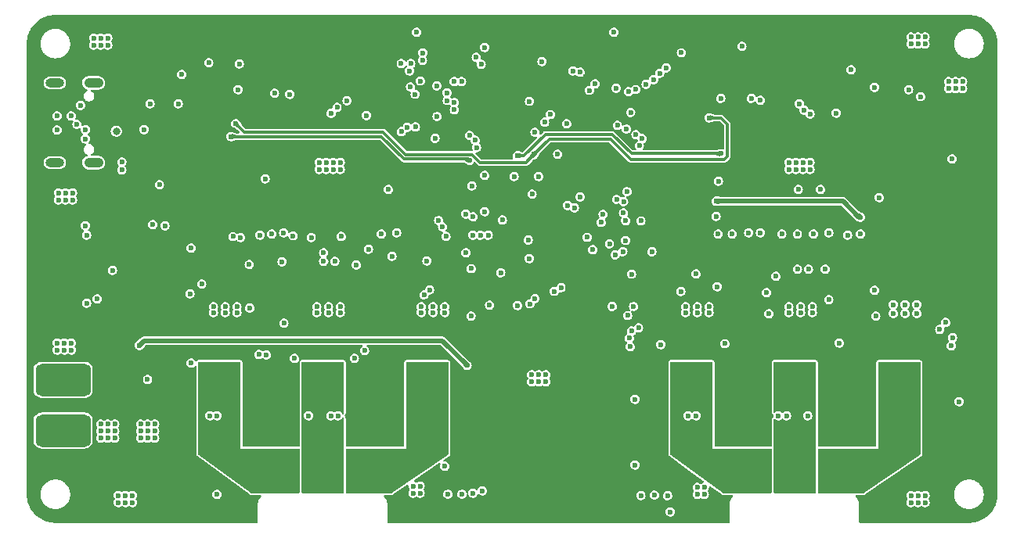
<source format=gbr>
%TF.GenerationSoftware,KiCad,Pcbnew,7.0.9*%
%TF.CreationDate,2024-01-22T22:47:30+08:00*%
%TF.ProjectId,MotorKit,4d6f746f-724b-4697-942e-6b696361645f,rev?*%
%TF.SameCoordinates,Original*%
%TF.FileFunction,Copper,L3,Inr*%
%TF.FilePolarity,Positive*%
%FSLAX46Y46*%
G04 Gerber Fmt 4.6, Leading zero omitted, Abs format (unit mm)*
G04 Created by KiCad (PCBNEW 7.0.9) date 2024-01-22 22:47:30*
%MOMM*%
%LPD*%
G01*
G04 APERTURE LIST*
G04 Aperture macros list*
%AMRoundRect*
0 Rectangle with rounded corners*
0 $1 Rounding radius*
0 $2 $3 $4 $5 $6 $7 $8 $9 X,Y pos of 4 corners*
0 Add a 4 corners polygon primitive as box body*
4,1,4,$2,$3,$4,$5,$6,$7,$8,$9,$2,$3,0*
0 Add four circle primitives for the rounded corners*
1,1,$1+$1,$2,$3*
1,1,$1+$1,$4,$5*
1,1,$1+$1,$6,$7*
1,1,$1+$1,$8,$9*
0 Add four rect primitives between the rounded corners*
20,1,$1+$1,$2,$3,$4,$5,0*
20,1,$1+$1,$4,$5,$6,$7,0*
20,1,$1+$1,$6,$7,$8,$9,0*
20,1,$1+$1,$8,$9,$2,$3,0*%
G04 Aperture macros list end*
%TA.AperFunction,ComponentPad*%
%ADD10O,2.100000X1.050000*%
%TD*%
%TA.AperFunction,ComponentPad*%
%ADD11O,2.000000X1.000000*%
%TD*%
%TA.AperFunction,ComponentPad*%
%ADD12RoundRect,0.700000X-2.300000X1.050000X-2.300000X-1.050000X2.300000X-1.050000X2.300000X1.050000X0*%
%TD*%
%TA.AperFunction,ViaPad*%
%ADD13C,0.600000*%
%TD*%
%TA.AperFunction,ViaPad*%
%ADD14C,0.800000*%
%TD*%
%TA.AperFunction,Conductor*%
%ADD15C,0.300000*%
%TD*%
%TA.AperFunction,Conductor*%
%ADD16C,0.500000*%
%TD*%
G04 APERTURE END LIST*
D10*
%TO.N,GND*%
%TO.C,J8*%
X102991500Y-77492000D03*
D11*
X98811500Y-77492000D03*
X98811500Y-86132000D03*
D10*
X102991500Y-86132000D03*
%TD*%
D12*
%TO.N,GND*%
%TO.C,J13*%
X99695000Y-109633000D03*
%TO.N,VBUS*%
X99695000Y-115133000D03*
%TD*%
D13*
%TO.N,GND*%
X106426000Y-122174000D03*
X196215000Y-78105000D03*
X151130000Y-109093000D03*
X192024000Y-102469498D03*
X191389000Y-72517000D03*
X178943000Y-86868000D03*
X189484000Y-101506000D03*
X170307000Y-91948000D03*
X169037000Y-121285000D03*
X180467000Y-86868000D03*
X116332000Y-122047000D03*
X100584000Y-106426000D03*
X107188000Y-122174000D03*
X154161500Y-81918702D03*
X99187000Y-90170000D03*
X161544000Y-118872000D03*
X178181000Y-86106000D03*
X195453000Y-78105000D03*
X137541000Y-121920000D03*
X138303000Y-121158000D03*
X195453000Y-77343000D03*
X105664000Y-122936000D03*
X151130000Y-109855000D03*
X169037000Y-122047000D03*
X195834000Y-85725000D03*
X187960000Y-89916000D03*
X128905000Y-86868000D03*
X104521000Y-73406000D03*
X191389000Y-122174000D03*
X99187000Y-89408000D03*
X100711000Y-90170000D03*
X121539000Y-87884000D03*
X113538000Y-95377000D03*
X137541000Y-121158000D03*
X99822000Y-106426000D03*
X190754000Y-101506000D03*
X196215000Y-77343000D03*
X140970000Y-102362000D03*
X192913000Y-72517000D03*
X168275000Y-121285000D03*
X102997000Y-72644000D03*
X129667000Y-86106000D03*
X151481502Y-75184000D03*
X128143000Y-86106000D03*
X192913000Y-73279000D03*
X168148000Y-98171000D03*
X192151000Y-122936000D03*
X103759000Y-73406000D03*
X138430000Y-102362000D03*
X191389000Y-73279000D03*
X178943000Y-86106000D03*
X191389000Y-122936000D03*
X99949000Y-89408000D03*
X196977000Y-78105000D03*
X127381000Y-86868000D03*
X139700000Y-101727000D03*
X99060000Y-106426000D03*
X128905000Y-86106000D03*
X192151000Y-122174000D03*
X192151000Y-73279000D03*
X99060000Y-105664000D03*
X138430000Y-101727000D03*
X150368000Y-109093000D03*
X179705000Y-86106000D03*
X100711000Y-89408000D03*
X106426000Y-122936000D03*
X153178078Y-85215102D03*
X134874000Y-89027000D03*
X151892000Y-109093000D03*
X145288000Y-73660000D03*
X150368000Y-109855000D03*
X150114000Y-96520000D03*
X151892000Y-109855000D03*
X99949000Y-90170000D03*
X143891000Y-88646000D03*
X196977000Y-77343000D03*
X192913000Y-122174000D03*
X190754000Y-102469498D03*
X179705000Y-86868000D03*
X180467000Y-86106000D03*
X105664000Y-122174000D03*
X99822000Y-105664000D03*
X127381000Y-86106000D03*
X192024000Y-101506000D03*
X138303000Y-121920000D03*
X192913000Y-122936000D03*
X192151000Y-72517000D03*
X168275000Y-122047000D03*
X128143000Y-86868000D03*
X140970000Y-101727000D03*
X103759000Y-72644000D03*
X139700000Y-102362000D03*
X178181000Y-86868000D03*
X189484000Y-102469498D03*
X170562625Y-88136375D03*
X102997000Y-73406000D03*
X129667000Y-86868000D03*
X100584000Y-105664000D03*
X140970000Y-118999000D03*
X104521000Y-72644000D03*
X107188000Y-122936000D03*
%TO.N,/NRST*%
X150719830Y-82833170D03*
%TO.N,Net-(U1-VCAP_1)*%
X149993955Y-94494955D03*
%TO.N,Net-(U1-VCAP_2)*%
X160671000Y-89265000D03*
%TO.N,+3.3VA*%
X112522000Y-76581000D03*
X170878500Y-85153500D03*
X141097000Y-94107000D03*
X148810297Y-85377703D03*
X117856000Y-83312000D03*
X143636799Y-85893560D03*
%TO.N,GNDA*%
X169545000Y-81280000D03*
X150622000Y-85223053D03*
X115443000Y-75311000D03*
X118364000Y-81902000D03*
X118745000Y-75438000D03*
%TO.N,VCC*%
X109601000Y-115951000D03*
X126238000Y-113538000D03*
X109601000Y-114427000D03*
X116332000Y-113538000D03*
X168156000Y-113538000D03*
X115570000Y-113538000D03*
X180213000Y-113538000D03*
X128651000Y-113538000D03*
X108077000Y-114427000D03*
X196596000Y-112014000D03*
X177927000Y-113538000D03*
X108077000Y-115951000D03*
X177038000Y-113538000D03*
X185905500Y-92043000D03*
X108839000Y-115189000D03*
X161544000Y-111760000D03*
X129413000Y-113538000D03*
X108839000Y-115951000D03*
X167267000Y-113538000D03*
X170307000Y-90297000D03*
X108830000Y-109601000D03*
X108077000Y-115189000D03*
X108839000Y-114427000D03*
X109601000Y-115189000D03*
%TO.N,/VBUS*%
X151130000Y-87630000D03*
X144022213Y-93982500D03*
X144018000Y-91983500D03*
%TO.N,+5V*%
X112141000Y-79756000D03*
X192419500Y-78982000D03*
X110109000Y-88519000D03*
X109093000Y-79756000D03*
X159258000Y-72009000D03*
X143383000Y-108077000D03*
X137922000Y-72009000D03*
X108458000Y-82550000D03*
X107950000Y-105918000D03*
X105029000Y-97790000D03*
%TO.N,+3.3V*%
X189230000Y-81534000D03*
X152527000Y-121031000D03*
X189738000Y-81788000D03*
X145034000Y-89916000D03*
X144272000Y-123063000D03*
X110708500Y-93899923D03*
X151003000Y-94615000D03*
X191262000Y-98044000D03*
X156221488Y-76844764D03*
X110617000Y-122174000D03*
X97407900Y-81010700D03*
X153797000Y-84709000D03*
X189230000Y-82169000D03*
X153162000Y-76200000D03*
X185792259Y-92869437D03*
X162179000Y-122973503D03*
X154051000Y-123825000D03*
X161798000Y-88392000D03*
X131953000Y-89027000D03*
%TO.N,/M0_SO1*%
X144906500Y-75487331D03*
X173101000Y-73533000D03*
X156623545Y-78305500D03*
%TO.N,Net-(IC1-GVDD)*%
X180475933Y-80858092D03*
%TO.N,/M0_SO2*%
X144370001Y-74718686D03*
X166565317Y-74236318D03*
X157226000Y-77597000D03*
%TO.N,/M0_TEMP*%
X150405777Y-89535000D03*
X143256000Y-95885000D03*
%TO.N,Net-(IC1-DVDD)*%
X175101500Y-79375000D03*
%TO.N,Net-(IC1-CP1)*%
X179800500Y-80430312D03*
%TO.N,Net-(IC1-CP2)*%
X179300500Y-79756000D03*
%TO.N,Net-(IC1-COMP)*%
X187455000Y-77981000D03*
%TO.N,Net-(IC1-BST_A)*%
X185928000Y-93853000D03*
%TO.N,/M0 Driver/M0_SH_A*%
X190500000Y-108458000D03*
X183134000Y-120904000D03*
X191262000Y-109220000D03*
X187452000Y-99949000D03*
X184531000Y-93980000D03*
X183134000Y-119253000D03*
X189738000Y-109220000D03*
X182372000Y-120142000D03*
X187579000Y-102743000D03*
X188976000Y-108458000D03*
X181610000Y-119253000D03*
X190500000Y-109220000D03*
X189738000Y-108458000D03*
X182372000Y-119253000D03*
X183134000Y-120142000D03*
X182372000Y-120904000D03*
X181610000Y-120142000D03*
X191262000Y-108458000D03*
X181610000Y-120904000D03*
X188976000Y-109220000D03*
%TO.N,Net-(IC1-BST_B)*%
X182499000Y-93726000D03*
%TO.N,/M0 Driver/M0_SH_B*%
X178816000Y-120015000D03*
X179578000Y-120015000D03*
X178054000Y-120015000D03*
X177673000Y-109220000D03*
X179578000Y-120777000D03*
X178435000Y-109220000D03*
X178816000Y-120777000D03*
X179959000Y-109220000D03*
X179197000Y-109220000D03*
X179578000Y-119253000D03*
X179197000Y-108458000D03*
X178054000Y-119253000D03*
X179959000Y-108458000D03*
X178435000Y-108458000D03*
X177673000Y-108458000D03*
X180848000Y-93853000D03*
X178816000Y-119253000D03*
X178054000Y-120777000D03*
%TO.N,Net-(IC1-BST_C)*%
X179105500Y-93853000D03*
%TO.N,/M0 Driver/M0_SH_C*%
X166624000Y-109093000D03*
X168148000Y-108331000D03*
X174498000Y-119253000D03*
X168910000Y-108331000D03*
X167386000Y-108331000D03*
X177419000Y-93853000D03*
X168148000Y-109093000D03*
X174498000Y-120777000D03*
X166624000Y-108331000D03*
X175260000Y-119253000D03*
X176022000Y-119253000D03*
X167386000Y-109093000D03*
X176022000Y-120015000D03*
X168910000Y-109093000D03*
X174498000Y-120015000D03*
X176022000Y-120777000D03*
X175260000Y-120777000D03*
X175260000Y-120015000D03*
%TO.N,Net-(IC1-SN1)*%
X175120000Y-93726000D03*
%TO.N,Net-(IC1-SN2)*%
X172072000Y-93853000D03*
%TO.N,/M1_SO1*%
X138557000Y-75057000D03*
%TO.N,Net-(IC2-GVDD)*%
X130403902Y-79421500D03*
%TO.N,/M1_SO2*%
X138599911Y-74252089D03*
%TO.N,/M1_TEMP*%
X148463000Y-87630000D03*
X147022301Y-98047500D03*
X153543000Y-99660500D03*
X143256000Y-91694000D03*
X161175339Y-98199839D03*
%TO.N,Net-(IC2-DVDD)*%
X124206000Y-78740000D03*
%TO.N,Net-(IC2-CP1)*%
X129321500Y-80154752D03*
%TO.N,Net-(IC2-CP2)*%
X128686500Y-80789768D03*
%TO.N,Net-(IC2-BST_A)*%
X135763000Y-93726000D03*
%TO.N,/M1 Driver/M1_SH_A*%
X137922000Y-108585000D03*
X131318000Y-120015000D03*
X130556000Y-119253000D03*
X132080000Y-120015000D03*
X131318000Y-119253000D03*
X138684000Y-109347000D03*
X132080000Y-119253000D03*
X130556000Y-120015000D03*
X137922000Y-109347000D03*
X134112000Y-93853000D03*
X130556000Y-120777000D03*
X138684000Y-108585000D03*
X139446000Y-108585000D03*
X140208000Y-108585000D03*
X140208000Y-109347000D03*
X139446000Y-109347000D03*
X132080000Y-120777000D03*
X139048500Y-96774000D03*
X131318000Y-120777000D03*
X135255000Y-96266000D03*
%TO.N,Net-(IC2-BST_B)*%
X132715000Y-95504000D03*
%TO.N,/M1 Driver/M1_SH_B*%
X127000000Y-120777000D03*
X128524000Y-119253000D03*
X128524000Y-120015000D03*
X127762000Y-120015000D03*
X128778000Y-109220000D03*
X127254000Y-108458000D03*
X126492000Y-108458000D03*
X127000000Y-119253000D03*
X127762000Y-120777000D03*
X126492000Y-109220000D03*
X128016000Y-108458000D03*
X127000000Y-120015000D03*
X129779932Y-94121068D03*
X128524000Y-120777000D03*
X127762000Y-119253000D03*
X128016000Y-109220000D03*
X127254000Y-109220000D03*
X128778000Y-108458000D03*
%TO.N,Net-(IC2-BST_C)*%
X127876500Y-95885000D03*
%TO.N,/M1 Driver/M1_SH_C*%
X123444000Y-120015000D03*
X115443000Y-108331000D03*
X123444000Y-120777000D03*
X124206000Y-120015000D03*
X116967000Y-109093000D03*
X116205000Y-108331000D03*
X117729000Y-109093000D03*
X124206000Y-119253000D03*
X116967000Y-108331000D03*
X126527500Y-94234000D03*
X124206000Y-120777000D03*
X116205000Y-109093000D03*
X124968000Y-120015000D03*
X117729000Y-108331000D03*
X123444000Y-119253000D03*
X124968000Y-120777000D03*
X124968000Y-119253000D03*
X115443000Y-109093000D03*
%TO.N,Net-(IC2-SN1)*%
X124574000Y-94049000D03*
%TO.N,Net-(IC2-SN2)*%
X122262000Y-93853000D03*
%TO.N,VBUS*%
X103759000Y-114427000D03*
X104521000Y-115189000D03*
X103759000Y-115951000D03*
X103759000Y-115189000D03*
X104521000Y-114427000D03*
X105283000Y-114427000D03*
X104521000Y-115951000D03*
X105283000Y-115951000D03*
X105283000Y-115189000D03*
D14*
%TO.N,Net-(F1-Pad2)*%
X105451500Y-82712500D03*
D13*
%TO.N,Net-(IC1-RT_CLK)*%
X191135000Y-78232000D03*
%TO.N,Net-(IC1-VSENSE)*%
X184912000Y-76073000D03*
%TO.N,/NFAULT*%
X161076471Y-80694649D03*
X140145042Y-81135444D03*
%TO.N,Net-(IC1-DTC)*%
X183300500Y-80772000D03*
%TO.N,/M0_CS*%
X152398875Y-80921648D03*
X159632828Y-82077500D03*
%TO.N,/M_MOSI*%
X160612003Y-82491512D03*
X142012225Y-79612872D03*
%TO.N,/M_MISO*%
X141240803Y-79402843D03*
X161640762Y-83090532D03*
%TO.N,/M_SCK*%
X141229853Y-78565970D03*
X162306000Y-83534000D03*
%TO.N,/EN_GATE*%
X137795000Y-82264000D03*
X163372424Y-95775925D03*
X162179000Y-92436722D03*
X137763971Y-78731500D03*
%TO.N,/M0_AL*%
X157886940Y-92608940D03*
X156375052Y-94214712D03*
%TO.N,/M0_BH*%
X160528000Y-92424000D03*
X160528000Y-94562000D03*
%TO.N,/M0_CH*%
X160225918Y-95761500D03*
X160303750Y-91569872D03*
%TO.N,/M0_CL*%
X159390881Y-96101119D03*
X158784724Y-94929276D03*
%TO.N,Net-(IC1-SO1)*%
X174117000Y-79180500D03*
%TO.N,Net-(IC1-SO2)*%
X170815000Y-79180500D03*
%TO.N,/M0 Driver/M0_SL_C*%
X167005000Y-102362000D03*
X169545000Y-101727000D03*
X167005000Y-101727000D03*
X168275000Y-101727000D03*
X168275000Y-102362000D03*
X169545000Y-102362000D03*
%TO.N,/M0 Driver/M0_GL_C*%
X170434000Y-99568000D03*
X166497000Y-100076000D03*
%TO.N,/M0 Driver/M0_GH_C*%
X171259500Y-105727500D03*
X164338000Y-105826500D03*
%TO.N,/M0 Driver/M0_SL_B*%
X179451000Y-102362000D03*
X178181000Y-101727000D03*
X179451000Y-101727000D03*
X180721000Y-102362000D03*
X180721000Y-101727000D03*
X178181000Y-102362000D03*
%TO.N,/M0 Driver/M0_GL_B*%
X179105500Y-97663000D03*
X180304500Y-97663000D03*
%TO.N,/M0 Driver/M0_GH_B*%
X179197000Y-89027000D03*
X176784000Y-98425000D03*
X176022000Y-102489000D03*
X175768000Y-100203000D03*
%TO.N,/M0 Driver/M0_GH_A*%
X183642000Y-105664000D03*
X181610000Y-89027000D03*
X182118000Y-97663000D03*
X182499000Y-100965000D03*
%TO.N,Net-(IC2-DTC)*%
X132500106Y-81028072D03*
%TO.N,/M1_CS*%
X150129647Y-79486353D03*
X142001972Y-80412309D03*
%TO.N,/M1_AH*%
X154986817Y-91017371D03*
X137270500Y-77933152D03*
%TO.N,/M1_AL*%
X139918097Y-83485862D03*
X140114883Y-77819000D03*
%TO.N,/M1_BH*%
X154230141Y-90754991D03*
X138323589Y-77290411D03*
%TO.N,/M1_BL*%
X137153347Y-76194252D03*
X136921610Y-82307339D03*
%TO.N,/M1_CL*%
X136271000Y-82772000D03*
X136261608Y-75389640D03*
%TO.N,/M1_CH*%
X137287000Y-75406000D03*
X155618039Y-89835037D03*
%TO.N,Net-(IC2-SO1)*%
X122555000Y-78613000D03*
%TO.N,Net-(IC2-SO2)*%
X118618000Y-78232000D03*
%TO.N,/M1 Driver/M1_SL_C*%
X118491000Y-101727000D03*
X117221000Y-102362000D03*
X118491000Y-102362000D03*
X115951000Y-101727000D03*
X117221000Y-101727000D03*
X115951000Y-102362000D03*
%TO.N,/M1 Driver/M1_GL_C*%
X118061139Y-94131339D03*
X119832500Y-97161756D03*
%TO.N,/M1 Driver/M1_GH_C*%
X113538000Y-107823000D03*
X120888000Y-106898500D03*
%TO.N,/M1 Driver/M1_SL_B*%
X129667000Y-101727000D03*
X128397000Y-102362000D03*
X128397000Y-101727000D03*
X129667000Y-102362000D03*
X127127000Y-102362000D03*
X127127000Y-101727000D03*
%TO.N,/M1 Driver/M1_GL_B*%
X129075500Y-96814500D03*
X127876500Y-96814500D03*
%TO.N,/M1 Driver/M1_GH_B*%
X124714000Y-107315000D03*
X131191000Y-107315000D03*
%TO.N,/SWD_CLK*%
X155612288Y-76327000D03*
%TO.N,/SWD_DIO*%
X154813000Y-76200000D03*
%TO.N,/DEBUG_RX*%
X144402071Y-84499248D03*
X145288000Y-87503000D03*
X142785313Y-77359500D03*
%TO.N,/DEBUG_TX*%
X141986000Y-77343000D03*
%TO.N,Net-(J3-Pin_1)*%
X165354000Y-123952000D03*
%TO.N,/M0_ENC_A*%
X163576000Y-77129318D03*
X165060191Y-122190274D03*
%TO.N,/M0_ENC_B*%
X163645073Y-122119490D03*
X162748207Y-77648008D03*
%TO.N,/M0_ENC_Z*%
X156967332Y-95563500D03*
X158092931Y-91725753D03*
X159068749Y-101700251D03*
X162179000Y-122174000D03*
%TO.N,Net-(J5-Pin_1)*%
X145034000Y-121666000D03*
%TO.N,/M1_ENC_A*%
X144018000Y-121920000D03*
X161617015Y-78213514D03*
%TO.N,/M1_ENC_B*%
X142831517Y-122025863D03*
X160827287Y-78437556D03*
%TO.N,/M1_ENC_Z*%
X143818500Y-102749555D03*
X143822662Y-97603840D03*
X151765000Y-81756000D03*
X141307517Y-122025862D03*
%TO.N,Net-(J8-CC1)*%
X101573500Y-79918500D03*
%TO.N,/Port/USBC_DP1*%
X99033500Y-82585500D03*
X102108000Y-82550000D03*
%TO.N,/Port/USBC_DN1*%
X101192500Y-81986500D03*
%TO.N,Net-(J8-CC2)*%
X102108000Y-83562000D03*
%TO.N,Net-(J9-01)*%
X103378000Y-100874500D03*
%TO.N,Net-(J9-02)*%
X102235000Y-101346000D03*
%TO.N,Net-(J10-01)*%
X102235000Y-93980000D03*
%TO.N,Net-(J10-02)*%
X102108000Y-92964000D03*
%TO.N,/LED1*%
X145288000Y-91440000D03*
X194492246Y-104195246D03*
X161036000Y-106045000D03*
X144821716Y-93982500D03*
X195749911Y-105960911D03*
%TO.N,/LED2*%
X195142157Y-103433246D03*
X145669000Y-93982500D03*
X160923105Y-105127790D03*
X147201581Y-92337581D03*
X195876911Y-105071911D03*
%TO.N,Net-(U1-BOOT0)*%
X159512294Y-78070500D03*
%TO.N,/USB_DN*%
X159551495Y-90110438D03*
X100557500Y-81061500D03*
X106045000Y-86062000D03*
%TO.N,/USB_DP*%
X99033500Y-81061500D03*
X160314434Y-90349455D03*
X106045000Y-86912000D03*
%TO.N,/KEY2*%
X161925000Y-104013000D03*
%TO.N,/KEY1*%
X161166778Y-104366326D03*
%TO.N,/RS485_TX*%
X143654512Y-83186003D03*
X140318500Y-92396045D03*
X138720450Y-100445000D03*
%TO.N,/RS485_RX*%
X144262884Y-83704740D03*
X139320201Y-99917005D03*
X140736557Y-93077539D03*
%TO.N,/CAN_SILENT*%
X109382688Y-92830844D03*
X145822801Y-101550500D03*
X110708500Y-92964000D03*
%TO.N,/RS485_DIR*%
X162021474Y-84290620D03*
X148844000Y-101600000D03*
X152817875Y-100060924D03*
%TO.N,/CAN_RX*%
X160746500Y-102679147D03*
X164211000Y-76454000D03*
X150179695Y-101416528D03*
%TO.N,/CAN_TX*%
X164922409Y-75879227D03*
X150736821Y-100843105D03*
X161398718Y-101708724D03*
%TO.N,/M0 Driver/M0_SP1*%
X173850000Y-93726000D03*
%TO.N,/M0 Driver/M0_SP2*%
X170548000Y-93853000D03*
%TO.N,/M1 Driver/M1_SP1*%
X132298500Y-106474457D03*
X131409500Y-97214500D03*
X123558000Y-93726000D03*
%TO.N,/M1 Driver/M1_SP2*%
X113411000Y-100330000D03*
X123571000Y-103505000D03*
X121685674Y-106952541D03*
X120992000Y-93980000D03*
%TO.N,/M1 Driver/M1_SN1*%
X123380500Y-96865500D03*
X119888500Y-101874589D03*
%TO.N,/M1 Driver/M1_SN2*%
X114681000Y-99278500D03*
X118872000Y-94234000D03*
%TD*%
D15*
%TO.N,+3.3VA*%
X143636799Y-85893560D02*
X143487299Y-85744060D01*
X161171606Y-85153500D02*
X170878500Y-85153500D01*
X143487299Y-85744060D02*
X136544060Y-85744060D01*
X134112000Y-83312000D02*
X117856000Y-83312000D01*
X149548111Y-85377703D02*
X151867814Y-83058000D01*
X159076106Y-83058000D02*
X161171606Y-85153500D01*
X148810297Y-85377703D02*
X149548111Y-85377703D01*
X136544060Y-85744060D02*
X134112000Y-83312000D01*
X151867814Y-83058000D02*
X159076106Y-83058000D01*
%TO.N,GNDA*%
X158869000Y-83558000D02*
X161114500Y-85803500D01*
X170815000Y-81280000D02*
X169545000Y-81280000D01*
X150622000Y-85217000D02*
X152281000Y-83558000D01*
X134311106Y-82804000D02*
X136751166Y-85244060D01*
X136751166Y-85244060D02*
X143907121Y-85244060D01*
X171528500Y-85422739D02*
X171528500Y-81993500D01*
X144769061Y-86106000D02*
X149739053Y-86106000D01*
X161114500Y-85803500D02*
X171147739Y-85803500D01*
X119266000Y-82804000D02*
X134311106Y-82804000D01*
X152281000Y-83558000D02*
X158869000Y-83558000D01*
X150622000Y-85223053D02*
X150622000Y-85217000D01*
X171147739Y-85803500D02*
X171528500Y-85422739D01*
X171528500Y-81993500D02*
X170815000Y-81280000D01*
X118364000Y-81902000D02*
X119266000Y-82804000D01*
X149739053Y-86106000D02*
X150622000Y-85223053D01*
X143907121Y-85244060D02*
X144769061Y-86106000D01*
D16*
%TO.N,VCC*%
X184023000Y-90297000D02*
X185769000Y-92043000D01*
X185769000Y-92043000D02*
X185905500Y-92043000D01*
X170307000Y-90297000D02*
X184023000Y-90297000D01*
%TO.N,+5V*%
X143383000Y-108077000D02*
X140716000Y-105410000D01*
X140716000Y-105410000D02*
X108458000Y-105410000D01*
X108458000Y-105410000D02*
X107950000Y-105918000D01*
%TD*%
%TA.AperFunction,Conductor*%
%TO.N,+3.3VA*%
G36*
X149401564Y-85225414D02*
G01*
X149408697Y-85230826D01*
X149410297Y-85236731D01*
X149410297Y-85518674D01*
X149406870Y-85526947D01*
X149401563Y-85529992D01*
X148934942Y-85652287D01*
X148926071Y-85651069D01*
X148921180Y-85645480D01*
X148910199Y-85619200D01*
X148811180Y-85382212D01*
X148811154Y-85373259D01*
X148811159Y-85373245D01*
X148921180Y-85109924D01*
X148927532Y-85103613D01*
X148934942Y-85103118D01*
X149401564Y-85225414D01*
G37*
%TD.AperFunction*%
%TD*%
%TA.AperFunction,Conductor*%
%TO.N,GNDA*%
G36*
X150943005Y-84696735D02*
G01*
X151142373Y-84896103D01*
X151145800Y-84904376D01*
X151144251Y-84910193D01*
X150904266Y-85328954D01*
X150897179Y-85334429D01*
X150889671Y-85333960D01*
X150625815Y-85225616D01*
X150619463Y-85219304D01*
X150619436Y-85219237D01*
X150587269Y-85140900D01*
X150511028Y-84955223D01*
X150511055Y-84946270D01*
X150515865Y-84940728D01*
X150928749Y-84694953D01*
X150937609Y-84693667D01*
X150943005Y-84696735D01*
G37*
%TD.AperFunction*%
%TD*%
%TA.AperFunction,Conductor*%
%TO.N,/M0 Driver/M0_SH_C*%
G36*
X169885191Y-107714907D02*
G01*
X169921155Y-107764407D01*
X169926000Y-107795000D01*
X169926000Y-117094000D01*
X176225500Y-117094000D01*
X176283691Y-117112907D01*
X176319655Y-117162407D01*
X176324500Y-117193000D01*
X176324500Y-121821000D01*
X176305593Y-121879191D01*
X176256093Y-121915155D01*
X176225500Y-121920000D01*
X171101410Y-121920000D01*
X171043219Y-121901093D01*
X171042865Y-121900834D01*
X165394455Y-117758667D01*
X165358711Y-117709008D01*
X165354000Y-117678833D01*
X165354000Y-113538002D01*
X166761353Y-113538002D01*
X166781834Y-113680456D01*
X166827865Y-113781248D01*
X166841623Y-113811373D01*
X166883549Y-113859758D01*
X166935873Y-113920144D01*
X167031269Y-113981451D01*
X167056947Y-113997953D01*
X167163403Y-114029211D01*
X167195035Y-114038499D01*
X167195036Y-114038499D01*
X167195039Y-114038500D01*
X167195041Y-114038500D01*
X167338959Y-114038500D01*
X167338961Y-114038500D01*
X167477053Y-113997953D01*
X167598128Y-113920143D01*
X167636680Y-113875650D01*
X167689076Y-113844054D01*
X167750037Y-113849289D01*
X167786319Y-113875650D01*
X167824872Y-113920143D01*
X167945947Y-113997953D01*
X168052403Y-114029211D01*
X168084035Y-114038499D01*
X168084036Y-114038499D01*
X168084039Y-114038500D01*
X168084041Y-114038500D01*
X168227959Y-114038500D01*
X168227961Y-114038500D01*
X168366053Y-113997953D01*
X168487128Y-113920143D01*
X168581377Y-113811373D01*
X168641165Y-113680457D01*
X168661647Y-113538000D01*
X168641165Y-113395543D01*
X168581377Y-113264627D01*
X168487128Y-113155857D01*
X168487127Y-113155856D01*
X168487126Y-113155855D01*
X168366057Y-113078049D01*
X168366054Y-113078047D01*
X168366053Y-113078047D01*
X168366050Y-113078046D01*
X168227964Y-113037500D01*
X168227961Y-113037500D01*
X168084039Y-113037500D01*
X168084035Y-113037500D01*
X167945949Y-113078046D01*
X167945942Y-113078049D01*
X167824872Y-113155856D01*
X167824870Y-113155858D01*
X167786319Y-113200349D01*
X167733923Y-113231945D01*
X167672962Y-113226709D01*
X167636681Y-113200349D01*
X167598129Y-113155858D01*
X167598127Y-113155856D01*
X167477057Y-113078049D01*
X167477054Y-113078047D01*
X167477053Y-113078047D01*
X167477050Y-113078046D01*
X167338964Y-113037500D01*
X167338961Y-113037500D01*
X167195039Y-113037500D01*
X167195035Y-113037500D01*
X167056949Y-113078046D01*
X167056942Y-113078049D01*
X166935873Y-113155855D01*
X166841622Y-113264628D01*
X166781834Y-113395543D01*
X166761353Y-113537997D01*
X166761353Y-113538002D01*
X165354000Y-113538002D01*
X165354000Y-107795000D01*
X165372907Y-107736809D01*
X165422407Y-107700845D01*
X165453000Y-107696000D01*
X169827000Y-107696000D01*
X169885191Y-107714907D01*
G37*
%TD.AperFunction*%
%TD*%
%TA.AperFunction,Conductor*%
%TO.N,+5V*%
G36*
X143143729Y-107482912D02*
G01*
X143585457Y-107856681D01*
X143589559Y-107864641D01*
X143586831Y-107873171D01*
X143586200Y-107873858D01*
X143383707Y-108077707D01*
X143179858Y-108280200D01*
X143171574Y-108283599D01*
X143163312Y-108280144D01*
X143162681Y-108279457D01*
X142991970Y-108077707D01*
X142788912Y-107837729D01*
X142786185Y-107829201D01*
X142789571Y-107821901D01*
X143127901Y-107483571D01*
X143136173Y-107480145D01*
X143143729Y-107482912D01*
G37*
%TD.AperFunction*%
%TD*%
%TA.AperFunction,Conductor*%
%TO.N,+3.3VA*%
G36*
X143633414Y-85597987D02*
G01*
X143636841Y-85606221D01*
X143637791Y-85891192D01*
X143636887Y-85895742D01*
X143527325Y-86157964D01*
X143520973Y-86164276D01*
X143512018Y-86164249D01*
X143510293Y-86163352D01*
X143088282Y-85897502D01*
X143083108Y-85890193D01*
X143082818Y-85887603D01*
X143082818Y-85606260D01*
X143086245Y-85597987D01*
X143094518Y-85594560D01*
X143625141Y-85594560D01*
X143633414Y-85597987D01*
G37*
%TD.AperFunction*%
%TD*%
%TA.AperFunction,Conductor*%
%TO.N,/M1 Driver/M1_SH_C*%
G36*
X118831191Y-107714907D02*
G01*
X118867155Y-107764407D01*
X118872000Y-107795000D01*
X118872000Y-117094000D01*
X125171500Y-117094000D01*
X125229691Y-117112907D01*
X125265655Y-117162407D01*
X125270500Y-117193000D01*
X125270500Y-121821000D01*
X125251593Y-121879191D01*
X125202093Y-121915155D01*
X125171500Y-121920000D01*
X120047410Y-121920000D01*
X119989219Y-121901093D01*
X119988865Y-121900834D01*
X114340455Y-117758667D01*
X114304711Y-117709008D01*
X114300000Y-117678833D01*
X114300000Y-113538002D01*
X115064353Y-113538002D01*
X115084834Y-113680456D01*
X115096135Y-113705201D01*
X115144623Y-113811373D01*
X115238872Y-113920143D01*
X115238873Y-113920144D01*
X115242522Y-113922489D01*
X115359947Y-113997953D01*
X115466403Y-114029211D01*
X115498035Y-114038499D01*
X115498036Y-114038499D01*
X115498039Y-114038500D01*
X115498041Y-114038500D01*
X115641959Y-114038500D01*
X115641961Y-114038500D01*
X115780053Y-113997953D01*
X115897478Y-113922488D01*
X115956652Y-113906934D01*
X116004520Y-113922487D01*
X116121947Y-113997953D01*
X116228403Y-114029211D01*
X116260035Y-114038499D01*
X116260036Y-114038499D01*
X116260039Y-114038500D01*
X116260041Y-114038500D01*
X116403959Y-114038500D01*
X116403961Y-114038500D01*
X116542053Y-113997953D01*
X116663128Y-113920143D01*
X116757377Y-113811373D01*
X116817165Y-113680457D01*
X116837647Y-113538000D01*
X116817165Y-113395543D01*
X116757377Y-113264627D01*
X116663128Y-113155857D01*
X116663127Y-113155856D01*
X116663126Y-113155855D01*
X116542057Y-113078049D01*
X116542054Y-113078047D01*
X116542053Y-113078047D01*
X116542050Y-113078046D01*
X116403964Y-113037500D01*
X116403961Y-113037500D01*
X116260039Y-113037500D01*
X116260035Y-113037500D01*
X116121949Y-113078046D01*
X116121942Y-113078049D01*
X116004523Y-113153510D01*
X115945348Y-113169065D01*
X115897477Y-113153510D01*
X115780057Y-113078049D01*
X115780054Y-113078047D01*
X115780053Y-113078047D01*
X115780050Y-113078046D01*
X115641964Y-113037500D01*
X115641961Y-113037500D01*
X115498039Y-113037500D01*
X115498035Y-113037500D01*
X115359949Y-113078046D01*
X115359942Y-113078049D01*
X115238873Y-113155855D01*
X115144622Y-113264628D01*
X115084834Y-113395543D01*
X115064353Y-113537997D01*
X115064353Y-113538002D01*
X114300000Y-113538002D01*
X114300000Y-107795000D01*
X114318907Y-107736809D01*
X114368407Y-107700845D01*
X114399000Y-107696000D01*
X118773000Y-107696000D01*
X118831191Y-107714907D01*
G37*
%TD.AperFunction*%
%TD*%
%TA.AperFunction,Conductor*%
%TO.N,VCC*%
G36*
X170319618Y-89998051D02*
G01*
X170896272Y-90046106D01*
X170904232Y-90050208D01*
X170907000Y-90057766D01*
X170907000Y-90536234D01*
X170903573Y-90544507D01*
X170896272Y-90547894D01*
X170319629Y-90595947D01*
X170311099Y-90593219D01*
X170306997Y-90585259D01*
X170306957Y-90584345D01*
X170306000Y-90297000D01*
X170306957Y-90009671D01*
X170310411Y-90001411D01*
X170318696Y-89998012D01*
X170319618Y-89998051D01*
G37*
%TD.AperFunction*%
%TD*%
%TA.AperFunction,Conductor*%
%TO.N,VCC*%
G36*
X185611121Y-91528304D02*
G01*
X185820267Y-91649713D01*
X186011479Y-91760712D01*
X186016913Y-91767829D01*
X186016428Y-91775275D01*
X185907106Y-92041516D01*
X185904529Y-92045373D01*
X185701004Y-92247546D01*
X185692719Y-92250945D01*
X185685172Y-92248152D01*
X185551112Y-92133975D01*
X185259435Y-91885556D01*
X185255358Y-91877583D01*
X185258114Y-91869063D01*
X185258736Y-91868388D01*
X185596975Y-91530149D01*
X185605247Y-91526723D01*
X185611121Y-91528304D01*
G37*
%TD.AperFunction*%
%TD*%
%TA.AperFunction,Conductor*%
%TO.N,+3.3V*%
G36*
X197659294Y-70135569D02*
G01*
X197791497Y-70142498D01*
X197986501Y-70153450D01*
X197991442Y-70153978D01*
X198147369Y-70178675D01*
X198148022Y-70178779D01*
X198318297Y-70207709D01*
X198322781Y-70208689D01*
X198480425Y-70250929D01*
X198642264Y-70297555D01*
X198646252Y-70298892D01*
X198800454Y-70358085D01*
X198954549Y-70421914D01*
X198958048Y-70423526D01*
X199106197Y-70499012D01*
X199225317Y-70564847D01*
X199251516Y-70579327D01*
X199254525Y-70581132D01*
X199394570Y-70672079D01*
X199529733Y-70767983D01*
X199532186Y-70769843D01*
X199661397Y-70874476D01*
X199663217Y-70876025D01*
X199785853Y-70985619D01*
X199787871Y-70987527D01*
X199905473Y-71105129D01*
X199907381Y-71107147D01*
X200016967Y-71229774D01*
X200016973Y-71229780D01*
X200018532Y-71231613D01*
X200123136Y-71360788D01*
X200125038Y-71363296D01*
X200220921Y-71498430D01*
X200248282Y-71540562D01*
X200311862Y-71638467D01*
X200313672Y-71641483D01*
X200393987Y-71786802D01*
X200469467Y-71934941D01*
X200471095Y-71938472D01*
X200534913Y-72092542D01*
X200594101Y-72246735D01*
X200595454Y-72250772D01*
X200642076Y-72412595D01*
X200684304Y-72570197D01*
X200685292Y-72574719D01*
X200714228Y-72745024D01*
X200739018Y-72901545D01*
X200739550Y-72906516D01*
X200750496Y-73101403D01*
X200757432Y-73233746D01*
X200757500Y-73236337D01*
X200757500Y-122033708D01*
X200757432Y-122036300D01*
X200750515Y-122168270D01*
X200739552Y-122363483D01*
X200739020Y-122368454D01*
X200714222Y-122525022D01*
X200685296Y-122695272D01*
X200684308Y-122699794D01*
X200642077Y-122857408D01*
X200595452Y-123019242D01*
X200594098Y-123023280D01*
X200534917Y-123177452D01*
X200471097Y-123331525D01*
X200469469Y-123335056D01*
X200393983Y-123483208D01*
X200313677Y-123628509D01*
X200311868Y-123631525D01*
X200220924Y-123771567D01*
X200125047Y-123906692D01*
X200123145Y-123909200D01*
X200018505Y-124038420D01*
X200016945Y-124040253D01*
X199907399Y-124162835D01*
X199905491Y-124164853D01*
X199787853Y-124282491D01*
X199785835Y-124284399D01*
X199663253Y-124393945D01*
X199661420Y-124395505D01*
X199532200Y-124500145D01*
X199529692Y-124502047D01*
X199394567Y-124597924D01*
X199254525Y-124688868D01*
X199251509Y-124690677D01*
X199106208Y-124770983D01*
X198958056Y-124846469D01*
X198954525Y-124848097D01*
X198800452Y-124911917D01*
X198646280Y-124971098D01*
X198642242Y-124972452D01*
X198480408Y-125019077D01*
X198322794Y-125061308D01*
X198318272Y-125062296D01*
X198148022Y-125091222D01*
X197991454Y-125116020D01*
X197986483Y-125116552D01*
X197791271Y-125127515D01*
X197685751Y-125133045D01*
X197659294Y-125134432D01*
X197656709Y-125134500D01*
X185857500Y-125134500D01*
X185799309Y-125115593D01*
X185763345Y-125066093D01*
X185758500Y-125035500D01*
X185758500Y-123126928D01*
X185758499Y-123126914D01*
X185758499Y-123040516D01*
X185741946Y-122936002D01*
X190883353Y-122936002D01*
X190903834Y-123078456D01*
X190945745Y-123170226D01*
X190963623Y-123209373D01*
X191057872Y-123318143D01*
X191057873Y-123318144D01*
X191178942Y-123395950D01*
X191178947Y-123395953D01*
X191285403Y-123427211D01*
X191317035Y-123436499D01*
X191317036Y-123436499D01*
X191317039Y-123436500D01*
X191317041Y-123436500D01*
X191460959Y-123436500D01*
X191460961Y-123436500D01*
X191599053Y-123395953D01*
X191716478Y-123320488D01*
X191775652Y-123304934D01*
X191823520Y-123320487D01*
X191940947Y-123395953D01*
X192047403Y-123427211D01*
X192079035Y-123436499D01*
X192079036Y-123436499D01*
X192079039Y-123436500D01*
X192079041Y-123436500D01*
X192222959Y-123436500D01*
X192222961Y-123436500D01*
X192361053Y-123395953D01*
X192478478Y-123320488D01*
X192537652Y-123304934D01*
X192585520Y-123320487D01*
X192702947Y-123395953D01*
X192809403Y-123427211D01*
X192841035Y-123436499D01*
X192841036Y-123436499D01*
X192841039Y-123436500D01*
X192841041Y-123436500D01*
X192984959Y-123436500D01*
X192984961Y-123436500D01*
X193123053Y-123395953D01*
X193244128Y-123318143D01*
X193338377Y-123209373D01*
X193398165Y-123078457D01*
X193412513Y-122978663D01*
X193418647Y-122936002D01*
X193418647Y-122935997D01*
X193398165Y-122793543D01*
X193384826Y-122764335D01*
X193338377Y-122662627D01*
X193301292Y-122619829D01*
X193277476Y-122563472D01*
X193291334Y-122503877D01*
X193301293Y-122490170D01*
X193338377Y-122447373D01*
X193398165Y-122316457D01*
X193412132Y-122219311D01*
X193418647Y-122174002D01*
X193418647Y-122173997D01*
X193398662Y-122035000D01*
X196052552Y-122035000D01*
X196053359Y-122045250D01*
X196060314Y-122133631D01*
X196060467Y-122137516D01*
X196060467Y-122160733D01*
X196060466Y-122160733D01*
X196064097Y-122183654D01*
X196064554Y-122187514D01*
X196072317Y-122286146D01*
X196095413Y-122382346D01*
X196096171Y-122386159D01*
X196099802Y-122409090D01*
X196106977Y-122431171D01*
X196108032Y-122434912D01*
X196131128Y-122531112D01*
X196131129Y-122531117D01*
X196168986Y-122622510D01*
X196170331Y-122626155D01*
X196177505Y-122648232D01*
X196177510Y-122648246D01*
X196188047Y-122668924D01*
X196189674Y-122672455D01*
X196227533Y-122763855D01*
X196227536Y-122763861D01*
X196270123Y-122833356D01*
X196279224Y-122848208D01*
X196281123Y-122851597D01*
X196291663Y-122872284D01*
X196291666Y-122872288D01*
X196291667Y-122872290D01*
X196291670Y-122872294D01*
X196305310Y-122891068D01*
X196307469Y-122894299D01*
X196359162Y-122978654D01*
X196359165Y-122978659D01*
X196371241Y-122992798D01*
X196423416Y-123053889D01*
X196425822Y-123056940D01*
X196439466Y-123075718D01*
X196439470Y-123075723D01*
X196455886Y-123092139D01*
X196458513Y-123094980D01*
X196502335Y-123146288D01*
X196519185Y-123166018D01*
X196522777Y-123170223D01*
X196597999Y-123234469D01*
X196598004Y-123234473D01*
X196600857Y-123237111D01*
X196617279Y-123253532D01*
X196628028Y-123261341D01*
X196636051Y-123267170D01*
X196639104Y-123269576D01*
X196714341Y-123333835D01*
X196798702Y-123385531D01*
X196801921Y-123387682D01*
X196820710Y-123401333D01*
X196841400Y-123411875D01*
X196844778Y-123413767D01*
X196929138Y-123465463D01*
X196929140Y-123465464D01*
X196929142Y-123465465D01*
X197020558Y-123503330D01*
X197024052Y-123504940D01*
X197044760Y-123515492D01*
X197063590Y-123521610D01*
X197066839Y-123522666D01*
X197070478Y-123524008D01*
X197161887Y-123561871D01*
X197161889Y-123561872D01*
X197258096Y-123584969D01*
X197261823Y-123586020D01*
X197283910Y-123593197D01*
X197306862Y-123596832D01*
X197310641Y-123597583D01*
X197376489Y-123613392D01*
X197406851Y-123620682D01*
X197422438Y-123621908D01*
X197505496Y-123628445D01*
X197509317Y-123628897D01*
X197532271Y-123632533D01*
X197532274Y-123632533D01*
X197555483Y-123632533D01*
X197559368Y-123632686D01*
X197597322Y-123635672D01*
X197658000Y-123640448D01*
X197718677Y-123635672D01*
X197756632Y-123632686D01*
X197760517Y-123632533D01*
X197783724Y-123632533D01*
X197783729Y-123632533D01*
X197806691Y-123628896D01*
X197810497Y-123628445D01*
X197901924Y-123621250D01*
X197909148Y-123620682D01*
X197922259Y-123617534D01*
X198005368Y-123597581D01*
X198009103Y-123596837D01*
X198032090Y-123593197D01*
X198054210Y-123586009D01*
X198057882Y-123584974D01*
X198137694Y-123565813D01*
X198154108Y-123561873D01*
X198154109Y-123561872D01*
X198154111Y-123561872D01*
X198245525Y-123524006D01*
X198249144Y-123522671D01*
X198271240Y-123515492D01*
X198291971Y-123504928D01*
X198295403Y-123503346D01*
X198386858Y-123465465D01*
X198471234Y-123413758D01*
X198474582Y-123411884D01*
X198495290Y-123401333D01*
X198514079Y-123387682D01*
X198517284Y-123385539D01*
X198601659Y-123333835D01*
X198676926Y-123269549D01*
X198679903Y-123267203D01*
X198698723Y-123253530D01*
X198715158Y-123237094D01*
X198717971Y-123234494D01*
X198793223Y-123170223D01*
X198857494Y-123094971D01*
X198860094Y-123092158D01*
X198876530Y-123075723D01*
X198890203Y-123056903D01*
X198892549Y-123053926D01*
X198956835Y-122978659D01*
X199008539Y-122894284D01*
X199010690Y-122891068D01*
X199024333Y-122872290D01*
X199034884Y-122851582D01*
X199036758Y-122848234D01*
X199088465Y-122763858D01*
X199126346Y-122672403D01*
X199127928Y-122668971D01*
X199138492Y-122648240D01*
X199145671Y-122626144D01*
X199147010Y-122622517D01*
X199147014Y-122622509D01*
X199184872Y-122531111D01*
X199184874Y-122531105D01*
X199190672Y-122506950D01*
X199207974Y-122434882D01*
X199209009Y-122431210D01*
X199216197Y-122409090D01*
X199219837Y-122386103D01*
X199220581Y-122382368D01*
X199241676Y-122294504D01*
X199243682Y-122286148D01*
X199244250Y-122278924D01*
X199251445Y-122187497D01*
X199251896Y-122183691D01*
X199255533Y-122160729D01*
X199256161Y-122128659D01*
X199256302Y-122125784D01*
X199263448Y-122035000D01*
X199256303Y-121944220D01*
X199256161Y-121941336D01*
X199255533Y-121909271D01*
X199251897Y-121886317D01*
X199251445Y-121882496D01*
X199243682Y-121783853D01*
X199242167Y-121777543D01*
X199232517Y-121737347D01*
X199220583Y-121687637D01*
X199219830Y-121683851D01*
X199216197Y-121660910D01*
X199209020Y-121638823D01*
X199207967Y-121635089D01*
X199200463Y-121603832D01*
X199184872Y-121538889D01*
X199147008Y-121447478D01*
X199145666Y-121443839D01*
X199138493Y-121421763D01*
X199138492Y-121421760D01*
X199127940Y-121401052D01*
X199126329Y-121397554D01*
X199088465Y-121306142D01*
X199088463Y-121306138D01*
X199036767Y-121221778D01*
X199034871Y-121218393D01*
X199024333Y-121197710D01*
X199010679Y-121178917D01*
X199008527Y-121175695D01*
X198956835Y-121091341D01*
X198892576Y-121016104D01*
X198890169Y-121013050D01*
X198876532Y-120994279D01*
X198860111Y-120977857D01*
X198857473Y-120975004D01*
X198857466Y-120974996D01*
X198793223Y-120899777D01*
X198793216Y-120899771D01*
X198793213Y-120899768D01*
X198769288Y-120879335D01*
X198717980Y-120835513D01*
X198715139Y-120832886D01*
X198707299Y-120825046D01*
X198698723Y-120816470D01*
X198698719Y-120816467D01*
X198698718Y-120816466D01*
X198679940Y-120802822D01*
X198676889Y-120800416D01*
X198607294Y-120740978D01*
X198601659Y-120736165D01*
X198596997Y-120733308D01*
X198517299Y-120684469D01*
X198514068Y-120682310D01*
X198495284Y-120668663D01*
X198474597Y-120658123D01*
X198471205Y-120656223D01*
X198386861Y-120604536D01*
X198386855Y-120604533D01*
X198295455Y-120566674D01*
X198291924Y-120565047D01*
X198271246Y-120554510D01*
X198271237Y-120554507D01*
X198249155Y-120547331D01*
X198245510Y-120545986D01*
X198154117Y-120508129D01*
X198154112Y-120508128D01*
X198057912Y-120485032D01*
X198054171Y-120483977D01*
X198032089Y-120476802D01*
X198032090Y-120476802D01*
X198009159Y-120473171D01*
X198005346Y-120472413D01*
X197909146Y-120449317D01*
X197810514Y-120441554D01*
X197806654Y-120441097D01*
X197783733Y-120437467D01*
X197783729Y-120437467D01*
X197760517Y-120437467D01*
X197756632Y-120437314D01*
X197658000Y-120429552D01*
X197559368Y-120437314D01*
X197555483Y-120437467D01*
X197532265Y-120437467D01*
X197509345Y-120441097D01*
X197505485Y-120441554D01*
X197406852Y-120449317D01*
X197310652Y-120472413D01*
X197306839Y-120473171D01*
X197283911Y-120476802D01*
X197261833Y-120483975D01*
X197258093Y-120485030D01*
X197161896Y-120508125D01*
X197161882Y-120508130D01*
X197070481Y-120545989D01*
X197066836Y-120547334D01*
X197044763Y-120554506D01*
X197044755Y-120554509D01*
X197024083Y-120565043D01*
X197020554Y-120566670D01*
X196929145Y-120604533D01*
X196929132Y-120604540D01*
X196844784Y-120656228D01*
X196841393Y-120658127D01*
X196820713Y-120668664D01*
X196801925Y-120682313D01*
X196798695Y-120684471D01*
X196714343Y-120736163D01*
X196714342Y-120736163D01*
X196639107Y-120800420D01*
X196636056Y-120802825D01*
X196617273Y-120816472D01*
X196600855Y-120832889D01*
X196598003Y-120835525D01*
X196522782Y-120899772D01*
X196522772Y-120899782D01*
X196458525Y-120975003D01*
X196455889Y-120977855D01*
X196439472Y-120994273D01*
X196425825Y-121013056D01*
X196423420Y-121016107D01*
X196359163Y-121091342D01*
X196359163Y-121091343D01*
X196307471Y-121175695D01*
X196305313Y-121178925D01*
X196291664Y-121197713D01*
X196281127Y-121218393D01*
X196279228Y-121221784D01*
X196227540Y-121306132D01*
X196227533Y-121306145D01*
X196189670Y-121397554D01*
X196188043Y-121401083D01*
X196177509Y-121421755D01*
X196177506Y-121421763D01*
X196170334Y-121443836D01*
X196168989Y-121447481D01*
X196131130Y-121538882D01*
X196131125Y-121538896D01*
X196108030Y-121635093D01*
X196106975Y-121638833D01*
X196099802Y-121660911D01*
X196096171Y-121683839D01*
X196095413Y-121687652D01*
X196072317Y-121783852D01*
X196064554Y-121882485D01*
X196064097Y-121886345D01*
X196060467Y-121909265D01*
X196060467Y-121932483D01*
X196060314Y-121936368D01*
X196056066Y-121990345D01*
X196052552Y-122035000D01*
X193398662Y-122035000D01*
X193398165Y-122031543D01*
X193391221Y-122016338D01*
X193338377Y-121900627D01*
X193244128Y-121791857D01*
X193244127Y-121791856D01*
X193244126Y-121791855D01*
X193123057Y-121714049D01*
X193123054Y-121714047D01*
X193123053Y-121714047D01*
X193123050Y-121714046D01*
X192984964Y-121673500D01*
X192984961Y-121673500D01*
X192841039Y-121673500D01*
X192841035Y-121673500D01*
X192702949Y-121714046D01*
X192702942Y-121714049D01*
X192585523Y-121789510D01*
X192526348Y-121805065D01*
X192478477Y-121789510D01*
X192361057Y-121714049D01*
X192361054Y-121714047D01*
X192361053Y-121714047D01*
X192361050Y-121714046D01*
X192222964Y-121673500D01*
X192222961Y-121673500D01*
X192079039Y-121673500D01*
X192079035Y-121673500D01*
X191940949Y-121714046D01*
X191940942Y-121714049D01*
X191823523Y-121789510D01*
X191764348Y-121805065D01*
X191716477Y-121789510D01*
X191599057Y-121714049D01*
X191599054Y-121714047D01*
X191599053Y-121714047D01*
X191599050Y-121714046D01*
X191460964Y-121673500D01*
X191460961Y-121673500D01*
X191317039Y-121673500D01*
X191317035Y-121673500D01*
X191178949Y-121714046D01*
X191178942Y-121714049D01*
X191057873Y-121791855D01*
X190963622Y-121900628D01*
X190903834Y-122031543D01*
X190883353Y-122173997D01*
X190883353Y-122174002D01*
X190903834Y-122316456D01*
X190963623Y-122447373D01*
X191000705Y-122490170D01*
X191024522Y-122546530D01*
X191010663Y-122606125D01*
X191000705Y-122619830D01*
X190963623Y-122662626D01*
X190903834Y-122793543D01*
X190883353Y-122935997D01*
X190883353Y-122936002D01*
X185741946Y-122936002D01*
X185728940Y-122853887D01*
X185728939Y-122853883D01*
X185670546Y-122674169D01*
X185584759Y-122505802D01*
X185473689Y-122352928D01*
X185413347Y-122292586D01*
X185385572Y-122238072D01*
X185395143Y-122177640D01*
X185438408Y-122134375D01*
X185483581Y-122123585D01*
X186277650Y-122125427D01*
X186338854Y-122116250D01*
X186395170Y-122098830D01*
X186450864Y-122071849D01*
X186450866Y-122071847D01*
X186450869Y-122071846D01*
X191432303Y-118647110D01*
X192478499Y-117927850D01*
X192478500Y-117927850D01*
X192478503Y-117927846D01*
X192478508Y-117927844D01*
X192505490Y-117905696D01*
X192529497Y-117882307D01*
X192534628Y-117877126D01*
X192581536Y-117798616D01*
X192600443Y-117740425D01*
X192610500Y-117676923D01*
X192610500Y-112014002D01*
X196090353Y-112014002D01*
X196110834Y-112156456D01*
X196139833Y-112219953D01*
X196170623Y-112287373D01*
X196264872Y-112396143D01*
X196264873Y-112396144D01*
X196385942Y-112473950D01*
X196385947Y-112473953D01*
X196492403Y-112505211D01*
X196524035Y-112514499D01*
X196524036Y-112514499D01*
X196524039Y-112514500D01*
X196524041Y-112514500D01*
X196667959Y-112514500D01*
X196667961Y-112514500D01*
X196806053Y-112473953D01*
X196927128Y-112396143D01*
X197021377Y-112287373D01*
X197081165Y-112156457D01*
X197101647Y-112014000D01*
X197081165Y-111871543D01*
X197021377Y-111740627D01*
X196927128Y-111631857D01*
X196927127Y-111631856D01*
X196927126Y-111631855D01*
X196806057Y-111554049D01*
X196806054Y-111554047D01*
X196806053Y-111554047D01*
X196806050Y-111554046D01*
X196667964Y-111513500D01*
X196667961Y-111513500D01*
X196524039Y-111513500D01*
X196524035Y-111513500D01*
X196385949Y-111554046D01*
X196385942Y-111554049D01*
X196264873Y-111631855D01*
X196170622Y-111740628D01*
X196110834Y-111871543D01*
X196090353Y-112013997D01*
X196090353Y-112014002D01*
X192610500Y-112014002D01*
X192610500Y-107795000D01*
X192607970Y-107762856D01*
X192603125Y-107732263D01*
X192602994Y-107731491D01*
X192602353Y-107727714D01*
X192602352Y-107727713D01*
X192566408Y-107643617D01*
X192530444Y-107594117D01*
X192506203Y-107566372D01*
X192427693Y-107519464D01*
X192427691Y-107519463D01*
X192427689Y-107519462D01*
X192369499Y-107500556D01*
X192369500Y-107500556D01*
X192306003Y-107490500D01*
X192306000Y-107490500D01*
X187932000Y-107490500D01*
X187899856Y-107493030D01*
X187884559Y-107495452D01*
X187869262Y-107497875D01*
X187864715Y-107498647D01*
X187864713Y-107498647D01*
X187780617Y-107534591D01*
X187731118Y-107570555D01*
X187703372Y-107594797D01*
X187656464Y-107673307D01*
X187656462Y-107673310D01*
X187637556Y-107731499D01*
X187627500Y-107794996D01*
X187627500Y-116789500D01*
X187608593Y-116847691D01*
X187559093Y-116883655D01*
X187528500Y-116888500D01*
X181406500Y-116888500D01*
X181348309Y-116869593D01*
X181312345Y-116820093D01*
X181307500Y-116789500D01*
X181307500Y-107795004D01*
X181307499Y-107794996D01*
X181304970Y-107762856D01*
X181300125Y-107732263D01*
X181299994Y-107731491D01*
X181299353Y-107727714D01*
X181299352Y-107727713D01*
X181263408Y-107643617D01*
X181227444Y-107594117D01*
X181203203Y-107566372D01*
X181124693Y-107519464D01*
X181124691Y-107519463D01*
X181124689Y-107519462D01*
X181066499Y-107500556D01*
X181066500Y-107500556D01*
X181003003Y-107490500D01*
X181003000Y-107490500D01*
X176629000Y-107490500D01*
X176596856Y-107493030D01*
X176581559Y-107495452D01*
X176566262Y-107497875D01*
X176561715Y-107498647D01*
X176561713Y-107498647D01*
X176477617Y-107534591D01*
X176428118Y-107570555D01*
X176400372Y-107594797D01*
X176353464Y-107673307D01*
X176353462Y-107673310D01*
X176334556Y-107731499D01*
X176324500Y-107794996D01*
X176324500Y-113094544D01*
X176324501Y-113094559D01*
X176332016Y-113149620D01*
X176346236Y-113200740D01*
X176346236Y-113200739D01*
X176355585Y-113227201D01*
X176363264Y-113237680D01*
X176409641Y-113300971D01*
X176409643Y-113300972D01*
X176409644Y-113300974D01*
X176455871Y-113341032D01*
X176455885Y-113341044D01*
X176485776Y-113362576D01*
X176489191Y-113364299D01*
X176491904Y-113366990D01*
X176492095Y-113367128D01*
X176492073Y-113367158D01*
X176532629Y-113407390D01*
X176542592Y-113466776D01*
X176532353Y-113537995D01*
X176532353Y-113538004D01*
X176543158Y-113613160D01*
X176532724Y-113673449D01*
X176488846Y-113716091D01*
X176484084Y-113718278D01*
X176477625Y-113721039D01*
X176477620Y-113721041D01*
X176477617Y-113721043D01*
X176428117Y-113757007D01*
X176416350Y-113767288D01*
X176400372Y-113781248D01*
X176353464Y-113859758D01*
X176353462Y-113859761D01*
X176334556Y-113917950D01*
X176324500Y-113981447D01*
X176324500Y-116789500D01*
X176305593Y-116847691D01*
X176256093Y-116883655D01*
X176225500Y-116888500D01*
X170230500Y-116888500D01*
X170172309Y-116869593D01*
X170136345Y-116820093D01*
X170131500Y-116789500D01*
X170131500Y-107795004D01*
X170131499Y-107794996D01*
X170128970Y-107762856D01*
X170124125Y-107732263D01*
X170123994Y-107731491D01*
X170123353Y-107727714D01*
X170123352Y-107727713D01*
X170087408Y-107643617D01*
X170051444Y-107594117D01*
X170027203Y-107566372D01*
X169948693Y-107519464D01*
X169948691Y-107519463D01*
X169948689Y-107519462D01*
X169890499Y-107500556D01*
X169890500Y-107500556D01*
X169827003Y-107490500D01*
X169827000Y-107490500D01*
X165453000Y-107490500D01*
X165420856Y-107493030D01*
X165405559Y-107495452D01*
X165390262Y-107497875D01*
X165385715Y-107498647D01*
X165385713Y-107498647D01*
X165301617Y-107534591D01*
X165252118Y-107570555D01*
X165224372Y-107594797D01*
X165177464Y-107673307D01*
X165177462Y-107673310D01*
X165158556Y-107731499D01*
X165148500Y-107794996D01*
X165148500Y-117678838D01*
X165150960Y-117710535D01*
X165150960Y-117710534D01*
X165155671Y-117740707D01*
X165156353Y-117744803D01*
X165191923Y-117829058D01*
X165227667Y-117878718D01*
X165272929Y-117924382D01*
X165272929Y-117924383D01*
X167365522Y-119458950D01*
X168934912Y-120609836D01*
X168952134Y-120622465D01*
X168987878Y-120672124D01*
X168987607Y-120733308D01*
X168951424Y-120782649D01*
X168921481Y-120797289D01*
X168826947Y-120825047D01*
X168826942Y-120825049D01*
X168709523Y-120900510D01*
X168650348Y-120916065D01*
X168602477Y-120900510D01*
X168485057Y-120825049D01*
X168485054Y-120825047D01*
X168485053Y-120825047D01*
X168485050Y-120825046D01*
X168346964Y-120784500D01*
X168346961Y-120784500D01*
X168203039Y-120784500D01*
X168203035Y-120784500D01*
X168064949Y-120825046D01*
X168064942Y-120825049D01*
X167943873Y-120902855D01*
X167849622Y-121011628D01*
X167789834Y-121142543D01*
X167769353Y-121284997D01*
X167769353Y-121285002D01*
X167789834Y-121427456D01*
X167849623Y-121558373D01*
X167886705Y-121601170D01*
X167910522Y-121657530D01*
X167896663Y-121717125D01*
X167886705Y-121730830D01*
X167849623Y-121773626D01*
X167789834Y-121904543D01*
X167769353Y-122046997D01*
X167769353Y-122047002D01*
X167789834Y-122189456D01*
X167841298Y-122302144D01*
X167849623Y-122320373D01*
X167936382Y-122420499D01*
X167943873Y-122429144D01*
X168063159Y-122505804D01*
X168064947Y-122506953D01*
X168147243Y-122531117D01*
X168203035Y-122547499D01*
X168203036Y-122547499D01*
X168203039Y-122547500D01*
X168203041Y-122547500D01*
X168346959Y-122547500D01*
X168346961Y-122547500D01*
X168485053Y-122506953D01*
X168602478Y-122431488D01*
X168661652Y-122415934D01*
X168709520Y-122431487D01*
X168826947Y-122506953D01*
X168909243Y-122531117D01*
X168965035Y-122547499D01*
X168965036Y-122547499D01*
X168965039Y-122547500D01*
X168965041Y-122547500D01*
X169108959Y-122547500D01*
X169108961Y-122547500D01*
X169247053Y-122506953D01*
X169368128Y-122429143D01*
X169462377Y-122320373D01*
X169522165Y-122189457D01*
X169530085Y-122134375D01*
X169542647Y-122047002D01*
X169542647Y-122046997D01*
X169522165Y-121904543D01*
X169495482Y-121846117D01*
X169462377Y-121773627D01*
X169425292Y-121730829D01*
X169401476Y-121674472D01*
X169415334Y-121614877D01*
X169425293Y-121601170D01*
X169462377Y-121558373D01*
X169522165Y-121427457D01*
X169539607Y-121306142D01*
X169542647Y-121285002D01*
X169542647Y-121284998D01*
X169539308Y-121261777D01*
X169549741Y-121201488D01*
X169593618Y-121158845D01*
X169654181Y-121150137D01*
X169695845Y-121167853D01*
X170915756Y-122062455D01*
X170921694Y-122066809D01*
X170979717Y-122096536D01*
X171037908Y-122115443D01*
X171043023Y-122116253D01*
X171101406Y-122125500D01*
X171101410Y-122125500D01*
X172030727Y-122125500D01*
X172088918Y-122144407D01*
X172124882Y-122193907D01*
X172124882Y-122255093D01*
X172100732Y-122294501D01*
X172062504Y-122332730D01*
X172042307Y-122352927D01*
X171931236Y-122505802D01*
X171845451Y-122674167D01*
X171787056Y-122853887D01*
X171757498Y-123040515D01*
X171757498Y-123040516D01*
X171757498Y-123040519D01*
X171757498Y-123134901D01*
X171757498Y-123134902D01*
X171757499Y-124597924D01*
X171757500Y-125035500D01*
X171738593Y-125093691D01*
X171689093Y-125129655D01*
X171658500Y-125134500D01*
X134857500Y-125134500D01*
X134799309Y-125115593D01*
X134763345Y-125066093D01*
X134758500Y-125035500D01*
X134758500Y-123952002D01*
X164848353Y-123952002D01*
X164868834Y-124094456D01*
X164900070Y-124162852D01*
X164928623Y-124225373D01*
X164978116Y-124282491D01*
X165022873Y-124334144D01*
X165029460Y-124338377D01*
X165143947Y-124411953D01*
X165250403Y-124443211D01*
X165282035Y-124452499D01*
X165282036Y-124452499D01*
X165282039Y-124452500D01*
X165282041Y-124452500D01*
X165425959Y-124452500D01*
X165425961Y-124452500D01*
X165564053Y-124411953D01*
X165685128Y-124334143D01*
X165779377Y-124225373D01*
X165839165Y-124094457D01*
X165859647Y-123952000D01*
X165853493Y-123909200D01*
X165839165Y-123809543D01*
X165821822Y-123771567D01*
X165779377Y-123678627D01*
X165685128Y-123569857D01*
X165685127Y-123569856D01*
X165685126Y-123569855D01*
X165564057Y-123492049D01*
X165564054Y-123492047D01*
X165564053Y-123492047D01*
X165564050Y-123492046D01*
X165425964Y-123451500D01*
X165425961Y-123451500D01*
X165282039Y-123451500D01*
X165282035Y-123451500D01*
X165143949Y-123492046D01*
X165143942Y-123492049D01*
X165022873Y-123569855D01*
X164928622Y-123678628D01*
X164868834Y-123809543D01*
X164848353Y-123951997D01*
X164848353Y-123952002D01*
X134758500Y-123952002D01*
X134758500Y-123126921D01*
X134758499Y-123126913D01*
X134758499Y-123040515D01*
X134728940Y-122853886D01*
X134728939Y-122853882D01*
X134670546Y-122674168D01*
X134584758Y-122505801D01*
X134473689Y-122352927D01*
X134415263Y-122294501D01*
X134387488Y-122239987D01*
X134397059Y-122179555D01*
X134440324Y-122136290D01*
X134485269Y-122125500D01*
X135224252Y-122125500D01*
X135285203Y-122116253D01*
X135285205Y-122116252D01*
X135285207Y-122116252D01*
X135341293Y-122098832D01*
X135341298Y-122098829D01*
X135341300Y-122098829D01*
X135377206Y-122081408D01*
X135396760Y-122071921D01*
X136883033Y-121050107D01*
X136941694Y-121032722D01*
X136999373Y-121053137D01*
X137034036Y-121103556D01*
X137037110Y-121145772D01*
X137035353Y-121157996D01*
X137035353Y-121158002D01*
X137055834Y-121300456D01*
X137115623Y-121431373D01*
X137152705Y-121474170D01*
X137176522Y-121530530D01*
X137162663Y-121590125D01*
X137152705Y-121603830D01*
X137115623Y-121646626D01*
X137055834Y-121777543D01*
X137035353Y-121919997D01*
X137035353Y-121920002D01*
X137055834Y-122062456D01*
X137106776Y-122174002D01*
X137115623Y-122193373D01*
X137207352Y-122299235D01*
X137209873Y-122302144D01*
X137305319Y-122363483D01*
X137330947Y-122379953D01*
X137426488Y-122408006D01*
X137469035Y-122420499D01*
X137469036Y-122420499D01*
X137469039Y-122420500D01*
X137469041Y-122420500D01*
X137612959Y-122420500D01*
X137612961Y-122420500D01*
X137751053Y-122379953D01*
X137868478Y-122304488D01*
X137927652Y-122288934D01*
X137975520Y-122304487D01*
X138092947Y-122379953D01*
X138188488Y-122408006D01*
X138231035Y-122420499D01*
X138231036Y-122420499D01*
X138231039Y-122420500D01*
X138231041Y-122420500D01*
X138374959Y-122420500D01*
X138374961Y-122420500D01*
X138513053Y-122379953D01*
X138634128Y-122302143D01*
X138728377Y-122193373D01*
X138788165Y-122062457D01*
X138793426Y-122025864D01*
X140801870Y-122025864D01*
X140822351Y-122168318D01*
X140876162Y-122286146D01*
X140882140Y-122299235D01*
X140976389Y-122408005D01*
X140976390Y-122408006D01*
X141097459Y-122485812D01*
X141097464Y-122485815D01*
X141203920Y-122517073D01*
X141235552Y-122526361D01*
X141235553Y-122526361D01*
X141235556Y-122526362D01*
X141235558Y-122526362D01*
X141379476Y-122526362D01*
X141379478Y-122526362D01*
X141517570Y-122485815D01*
X141638645Y-122408005D01*
X141732894Y-122299235D01*
X141792682Y-122168319D01*
X141807277Y-122066807D01*
X141813164Y-122025865D01*
X142325870Y-122025865D01*
X142346351Y-122168319D01*
X142400472Y-122286825D01*
X142406140Y-122299236D01*
X142481458Y-122386158D01*
X142500390Y-122408007D01*
X142621459Y-122485813D01*
X142621464Y-122485816D01*
X142693451Y-122506953D01*
X142759552Y-122526362D01*
X142759553Y-122526362D01*
X142759556Y-122526363D01*
X142759558Y-122526363D01*
X142903476Y-122526363D01*
X142903478Y-122526363D01*
X143041570Y-122485816D01*
X143162645Y-122408006D01*
X143256894Y-122299236D01*
X143316682Y-122168320D01*
X143334377Y-122045250D01*
X143361371Y-121990345D01*
X143386274Y-121977204D01*
X143373467Y-121975363D01*
X143366567Y-121968657D01*
X143463242Y-121968657D01*
X143476048Y-121970498D01*
X143519926Y-122013140D01*
X143530360Y-122045250D01*
X143532834Y-122062456D01*
X143583776Y-122174002D01*
X143592623Y-122193373D01*
X143684352Y-122299235D01*
X143686873Y-122302144D01*
X143782319Y-122363483D01*
X143807947Y-122379953D01*
X143903488Y-122408006D01*
X143946035Y-122420499D01*
X143946036Y-122420499D01*
X143946039Y-122420500D01*
X143946041Y-122420500D01*
X144089959Y-122420500D01*
X144089961Y-122420500D01*
X144228053Y-122379953D01*
X144349128Y-122302143D01*
X144443377Y-122193373D01*
X144452224Y-122174002D01*
X161673353Y-122174002D01*
X161693834Y-122316456D01*
X161753622Y-122447371D01*
X161753623Y-122447373D01*
X161840382Y-122547499D01*
X161847873Y-122556144D01*
X161968942Y-122633950D01*
X161968947Y-122633953D01*
X162066603Y-122662627D01*
X162107035Y-122674499D01*
X162107036Y-122674499D01*
X162107039Y-122674500D01*
X162107041Y-122674500D01*
X162250959Y-122674500D01*
X162250961Y-122674500D01*
X162389053Y-122633953D01*
X162510128Y-122556143D01*
X162604377Y-122447373D01*
X162664165Y-122316457D01*
X162678132Y-122219311D01*
X162684647Y-122174002D01*
X162684647Y-122173997D01*
X162676810Y-122119492D01*
X163139426Y-122119492D01*
X163159907Y-122261946D01*
X163209979Y-122371587D01*
X163219696Y-122392863D01*
X163311306Y-122498587D01*
X163313946Y-122501634D01*
X163424087Y-122572417D01*
X163435020Y-122579443D01*
X163525892Y-122606125D01*
X163573108Y-122619989D01*
X163573109Y-122619989D01*
X163573112Y-122619990D01*
X163573114Y-122619990D01*
X163717032Y-122619990D01*
X163717034Y-122619990D01*
X163855126Y-122579443D01*
X163976201Y-122501633D01*
X164070450Y-122392863D01*
X164130238Y-122261947D01*
X164140543Y-122190276D01*
X164554544Y-122190276D01*
X164575025Y-122332730D01*
X164621691Y-122434912D01*
X164634814Y-122463647D01*
X164721312Y-122563472D01*
X164729064Y-122572418D01*
X164847052Y-122648244D01*
X164850138Y-122650227D01*
X164949568Y-122679422D01*
X164988226Y-122690773D01*
X164988227Y-122690773D01*
X164988230Y-122690774D01*
X164988232Y-122690774D01*
X165132150Y-122690774D01*
X165132152Y-122690774D01*
X165270244Y-122650227D01*
X165391319Y-122572417D01*
X165485568Y-122463647D01*
X165545356Y-122332731D01*
X165558029Y-122244587D01*
X165565838Y-122190276D01*
X165565838Y-122190271D01*
X165545356Y-122047817D01*
X165529519Y-122013140D01*
X165485568Y-121916901D01*
X165391319Y-121808131D01*
X165391318Y-121808130D01*
X165391317Y-121808129D01*
X165270248Y-121730323D01*
X165270245Y-121730321D01*
X165270244Y-121730321D01*
X165270241Y-121730320D01*
X165132155Y-121689774D01*
X165132152Y-121689774D01*
X164988230Y-121689774D01*
X164988226Y-121689774D01*
X164850140Y-121730320D01*
X164850133Y-121730323D01*
X164729064Y-121808129D01*
X164634813Y-121916902D01*
X164575025Y-122047817D01*
X164554544Y-122190271D01*
X164554544Y-122190276D01*
X164140543Y-122190276D01*
X164140661Y-122189456D01*
X164150720Y-122119492D01*
X164150720Y-122119487D01*
X164130238Y-121977033D01*
X164115259Y-121944234D01*
X164070450Y-121846117D01*
X163976201Y-121737347D01*
X163976200Y-121737346D01*
X163976199Y-121737345D01*
X163855130Y-121659539D01*
X163855127Y-121659537D01*
X163855126Y-121659537D01*
X163848291Y-121657530D01*
X163717037Y-121618990D01*
X163717034Y-121618990D01*
X163573112Y-121618990D01*
X163573108Y-121618990D01*
X163435022Y-121659536D01*
X163435015Y-121659539D01*
X163313946Y-121737345D01*
X163219695Y-121846118D01*
X163159907Y-121977033D01*
X163139426Y-122119487D01*
X163139426Y-122119492D01*
X162676810Y-122119492D01*
X162664165Y-122031543D01*
X162657221Y-122016338D01*
X162604377Y-121900627D01*
X162510128Y-121791857D01*
X162510127Y-121791856D01*
X162510126Y-121791855D01*
X162389057Y-121714049D01*
X162389054Y-121714047D01*
X162389053Y-121714047D01*
X162389050Y-121714046D01*
X162250964Y-121673500D01*
X162250961Y-121673500D01*
X162107039Y-121673500D01*
X162107035Y-121673500D01*
X161968949Y-121714046D01*
X161968942Y-121714049D01*
X161847873Y-121791855D01*
X161753622Y-121900628D01*
X161693834Y-122031543D01*
X161673353Y-122173997D01*
X161673353Y-122174002D01*
X144452224Y-122174002D01*
X144498877Y-122071846D01*
X144503166Y-122062455D01*
X144505161Y-122055662D01*
X144507743Y-122056420D01*
X144529491Y-122012177D01*
X144583603Y-121983619D01*
X144644167Y-121992322D01*
X144675313Y-122016338D01*
X144702871Y-122048142D01*
X144702872Y-122048143D01*
X144823128Y-122125427D01*
X144823947Y-122125953D01*
X144930403Y-122157211D01*
X144962035Y-122166499D01*
X144962036Y-122166499D01*
X144962039Y-122166500D01*
X144962041Y-122166500D01*
X145105959Y-122166500D01*
X145105961Y-122166500D01*
X145244053Y-122125953D01*
X145365128Y-122048143D01*
X145459377Y-121939373D01*
X145519165Y-121808457D01*
X145531536Y-121722412D01*
X145539647Y-121666002D01*
X145539647Y-121665997D01*
X145519165Y-121523543D01*
X145490167Y-121460047D01*
X145459377Y-121392627D01*
X145365128Y-121283857D01*
X145365127Y-121283856D01*
X145365126Y-121283855D01*
X145244057Y-121206049D01*
X145244054Y-121206047D01*
X145244053Y-121206047D01*
X145244050Y-121206046D01*
X145105964Y-121165500D01*
X145105961Y-121165500D01*
X144962039Y-121165500D01*
X144962035Y-121165500D01*
X144823949Y-121206046D01*
X144823942Y-121206049D01*
X144702873Y-121283855D01*
X144608622Y-121392628D01*
X144548833Y-121523544D01*
X144546839Y-121530338D01*
X144544264Y-121529581D01*
X144522475Y-121573855D01*
X144468350Y-121602388D01*
X144407791Y-121593656D01*
X144376686Y-121569661D01*
X144349128Y-121537857D01*
X144349127Y-121537856D01*
X144228057Y-121460049D01*
X144228054Y-121460047D01*
X144228053Y-121460047D01*
X144228050Y-121460046D01*
X144089964Y-121419500D01*
X144089961Y-121419500D01*
X143946039Y-121419500D01*
X143946035Y-121419500D01*
X143807949Y-121460046D01*
X143807942Y-121460049D01*
X143686873Y-121537855D01*
X143592622Y-121646628D01*
X143532834Y-121777543D01*
X143515140Y-121900610D01*
X143488144Y-121955518D01*
X143463242Y-121968657D01*
X143366567Y-121968657D01*
X143329589Y-121932721D01*
X143319156Y-121900609D01*
X143316682Y-121883407D01*
X143316682Y-121883405D01*
X143256894Y-121752490D01*
X143162645Y-121643720D01*
X143162644Y-121643719D01*
X143162643Y-121643718D01*
X143041574Y-121565912D01*
X143041571Y-121565910D01*
X143041570Y-121565910D01*
X143041567Y-121565909D01*
X142903481Y-121525363D01*
X142903478Y-121525363D01*
X142759556Y-121525363D01*
X142759552Y-121525363D01*
X142621466Y-121565909D01*
X142621459Y-121565912D01*
X142500390Y-121643718D01*
X142406139Y-121752491D01*
X142346351Y-121883406D01*
X142325870Y-122025860D01*
X142325870Y-122025865D01*
X141813164Y-122025865D01*
X141813164Y-122025864D01*
X141813164Y-122025859D01*
X141792682Y-121883405D01*
X141758454Y-121808457D01*
X141732894Y-121752489D01*
X141638645Y-121643719D01*
X141638644Y-121643718D01*
X141638643Y-121643717D01*
X141517574Y-121565911D01*
X141517571Y-121565909D01*
X141517570Y-121565909D01*
X141517567Y-121565908D01*
X141379481Y-121525362D01*
X141379478Y-121525362D01*
X141235556Y-121525362D01*
X141235552Y-121525362D01*
X141097466Y-121565908D01*
X141097459Y-121565911D01*
X140976390Y-121643717D01*
X140882139Y-121752490D01*
X140822351Y-121883405D01*
X140801870Y-122025859D01*
X140801870Y-122025864D01*
X138793426Y-122025864D01*
X138799500Y-121983619D01*
X138808647Y-121920002D01*
X138808647Y-121919997D01*
X138788165Y-121777543D01*
X138776724Y-121752491D01*
X138728377Y-121646627D01*
X138691292Y-121603829D01*
X138667476Y-121547472D01*
X138681334Y-121487877D01*
X138691293Y-121474170D01*
X138728377Y-121431373D01*
X138788165Y-121300457D01*
X138799477Y-121221778D01*
X138808647Y-121158002D01*
X138808647Y-121157997D01*
X138788165Y-121015543D01*
X138769651Y-120975003D01*
X138728377Y-120884627D01*
X138634128Y-120775857D01*
X138634127Y-120775856D01*
X138634126Y-120775855D01*
X138513057Y-120698049D01*
X138513054Y-120698047D01*
X138513053Y-120698047D01*
X138513050Y-120698046D01*
X138374964Y-120657500D01*
X138374961Y-120657500D01*
X138231039Y-120657500D01*
X138231035Y-120657500D01*
X138092949Y-120698046D01*
X138092942Y-120698049D01*
X137975523Y-120773510D01*
X137916348Y-120789065D01*
X137868477Y-120773510D01*
X137751057Y-120698049D01*
X137751054Y-120698048D01*
X137751053Y-120698047D01*
X137719044Y-120688648D01*
X137701364Y-120683457D01*
X137650857Y-120648921D01*
X137630296Y-120591293D01*
X137647535Y-120532587D01*
X137673166Y-120506890D01*
X140378303Y-118647109D01*
X140436965Y-118629724D01*
X140494644Y-118650139D01*
X140529307Y-118700558D01*
X140527714Y-118761723D01*
X140524442Y-118769816D01*
X140484833Y-118856545D01*
X140464353Y-118998997D01*
X140464353Y-118999002D01*
X140484834Y-119141456D01*
X140536298Y-119254144D01*
X140544623Y-119272373D01*
X140596249Y-119331953D01*
X140638873Y-119381144D01*
X140759942Y-119458950D01*
X140759947Y-119458953D01*
X140866403Y-119490211D01*
X140898035Y-119499499D01*
X140898036Y-119499499D01*
X140898039Y-119499500D01*
X140898041Y-119499500D01*
X141041959Y-119499500D01*
X141041961Y-119499500D01*
X141180053Y-119458953D01*
X141301128Y-119381143D01*
X141395377Y-119272373D01*
X141455165Y-119141457D01*
X141475647Y-118999000D01*
X141457388Y-118872002D01*
X161038353Y-118872002D01*
X161058834Y-119014456D01*
X161116834Y-119141456D01*
X161118623Y-119145373D01*
X161212872Y-119254143D01*
X161212873Y-119254144D01*
X161241235Y-119272371D01*
X161333947Y-119331953D01*
X161440403Y-119363211D01*
X161472035Y-119372499D01*
X161472036Y-119372499D01*
X161472039Y-119372500D01*
X161472041Y-119372500D01*
X161615959Y-119372500D01*
X161615961Y-119372500D01*
X161754053Y-119331953D01*
X161875128Y-119254143D01*
X161969377Y-119145373D01*
X162029165Y-119014457D01*
X162049647Y-118872000D01*
X162029165Y-118729543D01*
X161969377Y-118598627D01*
X161875128Y-118489857D01*
X161875127Y-118489856D01*
X161875126Y-118489855D01*
X161754057Y-118412049D01*
X161754054Y-118412047D01*
X161754053Y-118412047D01*
X161754050Y-118412046D01*
X161615964Y-118371500D01*
X161615961Y-118371500D01*
X161472039Y-118371500D01*
X161472035Y-118371500D01*
X161333949Y-118412046D01*
X161333942Y-118412049D01*
X161212873Y-118489855D01*
X161118622Y-118598628D01*
X161058834Y-118729543D01*
X161038353Y-118871997D01*
X161038353Y-118872002D01*
X141457388Y-118872002D01*
X141455165Y-118856543D01*
X141395377Y-118725627D01*
X141301128Y-118616857D01*
X141301127Y-118616856D01*
X141301126Y-118616855D01*
X141180057Y-118539049D01*
X141180054Y-118539047D01*
X141180053Y-118539047D01*
X141180050Y-118539046D01*
X141041964Y-118498500D01*
X141041961Y-118498500D01*
X140913212Y-118498500D01*
X140855021Y-118479593D01*
X140819057Y-118430093D01*
X140819057Y-118368907D01*
X140855021Y-118319407D01*
X140857126Y-118317920D01*
X141424499Y-117927850D01*
X141424500Y-117927850D01*
X141424503Y-117927846D01*
X141424508Y-117927844D01*
X141451490Y-117905696D01*
X141475497Y-117882307D01*
X141480628Y-117877126D01*
X141527536Y-117798616D01*
X141546443Y-117740425D01*
X141556500Y-117676923D01*
X141556500Y-111760002D01*
X161038353Y-111760002D01*
X161058834Y-111902456D01*
X161109776Y-112014002D01*
X161118623Y-112033373D01*
X161212872Y-112142143D01*
X161212873Y-112142144D01*
X161235145Y-112156457D01*
X161333947Y-112219953D01*
X161440403Y-112251211D01*
X161472035Y-112260499D01*
X161472036Y-112260499D01*
X161472039Y-112260500D01*
X161472041Y-112260500D01*
X161615959Y-112260500D01*
X161615961Y-112260500D01*
X161754053Y-112219953D01*
X161875128Y-112142143D01*
X161969377Y-112033373D01*
X162029165Y-111902457D01*
X162049647Y-111760000D01*
X162029165Y-111617543D01*
X161969377Y-111486627D01*
X161875128Y-111377857D01*
X161875127Y-111377856D01*
X161875126Y-111377855D01*
X161754057Y-111300049D01*
X161754054Y-111300047D01*
X161754053Y-111300047D01*
X161754050Y-111300046D01*
X161615964Y-111259500D01*
X161615961Y-111259500D01*
X161472039Y-111259500D01*
X161472035Y-111259500D01*
X161333949Y-111300046D01*
X161333942Y-111300049D01*
X161212873Y-111377855D01*
X161118622Y-111486628D01*
X161058834Y-111617543D01*
X161038353Y-111759997D01*
X161038353Y-111760002D01*
X141556500Y-111760002D01*
X141556500Y-109855002D01*
X149862353Y-109855002D01*
X149882834Y-109997456D01*
X149911833Y-110060953D01*
X149942623Y-110128373D01*
X150036872Y-110237143D01*
X150036873Y-110237144D01*
X150040522Y-110239489D01*
X150157947Y-110314953D01*
X150264403Y-110346211D01*
X150296035Y-110355499D01*
X150296036Y-110355499D01*
X150296039Y-110355500D01*
X150296041Y-110355500D01*
X150439959Y-110355500D01*
X150439961Y-110355500D01*
X150578053Y-110314953D01*
X150695478Y-110239488D01*
X150754652Y-110223934D01*
X150802520Y-110239487D01*
X150919947Y-110314953D01*
X151026403Y-110346211D01*
X151058035Y-110355499D01*
X151058036Y-110355499D01*
X151058039Y-110355500D01*
X151058041Y-110355500D01*
X151201959Y-110355500D01*
X151201961Y-110355500D01*
X151340053Y-110314953D01*
X151457478Y-110239488D01*
X151516652Y-110223934D01*
X151564520Y-110239487D01*
X151681947Y-110314953D01*
X151788403Y-110346211D01*
X151820035Y-110355499D01*
X151820036Y-110355499D01*
X151820039Y-110355500D01*
X151820041Y-110355500D01*
X151963959Y-110355500D01*
X151963961Y-110355500D01*
X152102053Y-110314953D01*
X152223128Y-110237143D01*
X152317377Y-110128373D01*
X152377165Y-109997457D01*
X152397647Y-109855000D01*
X152377165Y-109712543D01*
X152317377Y-109581627D01*
X152280292Y-109538829D01*
X152256476Y-109482472D01*
X152270334Y-109422877D01*
X152280293Y-109409170D01*
X152317377Y-109366373D01*
X152377165Y-109235457D01*
X152397647Y-109093000D01*
X152377165Y-108950543D01*
X152317377Y-108819627D01*
X152223128Y-108710857D01*
X152223127Y-108710856D01*
X152223126Y-108710855D01*
X152102057Y-108633049D01*
X152102054Y-108633047D01*
X152102053Y-108633047D01*
X152102050Y-108633046D01*
X151963964Y-108592500D01*
X151963961Y-108592500D01*
X151820039Y-108592500D01*
X151820035Y-108592500D01*
X151681949Y-108633046D01*
X151681942Y-108633049D01*
X151564523Y-108708510D01*
X151505348Y-108724065D01*
X151457477Y-108708510D01*
X151340057Y-108633049D01*
X151340054Y-108633047D01*
X151340053Y-108633047D01*
X151340050Y-108633046D01*
X151201964Y-108592500D01*
X151201961Y-108592500D01*
X151058039Y-108592500D01*
X151058035Y-108592500D01*
X150919949Y-108633046D01*
X150919942Y-108633049D01*
X150802523Y-108708510D01*
X150743348Y-108724065D01*
X150695477Y-108708510D01*
X150578057Y-108633049D01*
X150578054Y-108633047D01*
X150578053Y-108633047D01*
X150578050Y-108633046D01*
X150439964Y-108592500D01*
X150439961Y-108592500D01*
X150296039Y-108592500D01*
X150296035Y-108592500D01*
X150157949Y-108633046D01*
X150157942Y-108633049D01*
X150036873Y-108710855D01*
X149942622Y-108819628D01*
X149882834Y-108950543D01*
X149862353Y-109092997D01*
X149862353Y-109093002D01*
X149882834Y-109235456D01*
X149942623Y-109366373D01*
X149979705Y-109409170D01*
X150003522Y-109465530D01*
X149989663Y-109525125D01*
X149979705Y-109538830D01*
X149942623Y-109581626D01*
X149882834Y-109712543D01*
X149862353Y-109854997D01*
X149862353Y-109855002D01*
X141556500Y-109855002D01*
X141556500Y-107795000D01*
X141553970Y-107762856D01*
X141549125Y-107732263D01*
X141548994Y-107731491D01*
X141548353Y-107727714D01*
X141548352Y-107727713D01*
X141512408Y-107643617D01*
X141476444Y-107594117D01*
X141452203Y-107566372D01*
X141373693Y-107519464D01*
X141373691Y-107519463D01*
X141373689Y-107519462D01*
X141315499Y-107500556D01*
X141315500Y-107500556D01*
X141252003Y-107490500D01*
X141252000Y-107490500D01*
X136878000Y-107490500D01*
X136845856Y-107493030D01*
X136830559Y-107495452D01*
X136815262Y-107497875D01*
X136810715Y-107498647D01*
X136810713Y-107498647D01*
X136726617Y-107534591D01*
X136677118Y-107570555D01*
X136649372Y-107594797D01*
X136602464Y-107673307D01*
X136602462Y-107673310D01*
X136583556Y-107731499D01*
X136573500Y-107794996D01*
X136573500Y-116789500D01*
X136554593Y-116847691D01*
X136505093Y-116883655D01*
X136474500Y-116888500D01*
X130352500Y-116888500D01*
X130294309Y-116869593D01*
X130258345Y-116820093D01*
X130253500Y-116789500D01*
X130253500Y-113802324D01*
X130252988Y-113792067D01*
X130252988Y-113792068D01*
X130250502Y-113767288D01*
X130224965Y-113686744D01*
X130224963Y-113686739D01*
X130194883Y-113633476D01*
X130194879Y-113633469D01*
X130169538Y-113596730D01*
X130171694Y-113595242D01*
X130150579Y-113551181D01*
X130161619Y-113491000D01*
X130172712Y-113474631D01*
X130177621Y-113468749D01*
X130177628Y-113468744D01*
X130224536Y-113390234D01*
X130243443Y-113332043D01*
X130247465Y-113306642D01*
X130253500Y-113268544D01*
X130253500Y-107795004D01*
X130253499Y-107794996D01*
X130250970Y-107762856D01*
X130246125Y-107732263D01*
X130245994Y-107731491D01*
X130245353Y-107727714D01*
X130245352Y-107727713D01*
X130209408Y-107643617D01*
X130173444Y-107594117D01*
X130149203Y-107566372D01*
X130070693Y-107519464D01*
X130070691Y-107519463D01*
X130070689Y-107519462D01*
X130012499Y-107500556D01*
X130012500Y-107500556D01*
X129949003Y-107490500D01*
X129949000Y-107490500D01*
X125575000Y-107490500D01*
X125542856Y-107493030D01*
X125527559Y-107495452D01*
X125512262Y-107497875D01*
X125507715Y-107498647D01*
X125507713Y-107498647D01*
X125423617Y-107534591D01*
X125374119Y-107570554D01*
X125343196Y-107597572D01*
X125286934Y-107621619D01*
X125271617Y-107618123D01*
X125279302Y-107624782D01*
X125293161Y-107684377D01*
X125288679Y-107706496D01*
X125280558Y-107731491D01*
X125280556Y-107731499D01*
X125270500Y-107794996D01*
X125270500Y-116789500D01*
X125251593Y-116847691D01*
X125202093Y-116883655D01*
X125171500Y-116888500D01*
X119176500Y-116888500D01*
X119118309Y-116869593D01*
X119082345Y-116820093D01*
X119077500Y-116789500D01*
X119077500Y-107795004D01*
X119077499Y-107794996D01*
X119074970Y-107762856D01*
X119070125Y-107732263D01*
X119069994Y-107731491D01*
X119069353Y-107727714D01*
X119069352Y-107727713D01*
X119033408Y-107643617D01*
X118997444Y-107594117D01*
X118973203Y-107566372D01*
X118894693Y-107519464D01*
X118894691Y-107519463D01*
X118894689Y-107519462D01*
X118836499Y-107500556D01*
X118836500Y-107500556D01*
X118773003Y-107490500D01*
X118773000Y-107490500D01*
X114399000Y-107490500D01*
X114366856Y-107493030D01*
X114351559Y-107495452D01*
X114336262Y-107497875D01*
X114331715Y-107498647D01*
X114331713Y-107498647D01*
X114247617Y-107534591D01*
X114198118Y-107570555D01*
X114170371Y-107594798D01*
X114161453Y-107609724D01*
X114115375Y-107649979D01*
X114054436Y-107655462D01*
X114001912Y-107624079D01*
X113986415Y-107600072D01*
X113972935Y-107570556D01*
X113963377Y-107549627D01*
X113869128Y-107440857D01*
X113869127Y-107440856D01*
X113869126Y-107440855D01*
X113748057Y-107363049D01*
X113748054Y-107363047D01*
X113748053Y-107363047D01*
X113748050Y-107363046D01*
X113609964Y-107322500D01*
X113609961Y-107322500D01*
X113466039Y-107322500D01*
X113466035Y-107322500D01*
X113327949Y-107363046D01*
X113327942Y-107363049D01*
X113206873Y-107440855D01*
X113112622Y-107549628D01*
X113052834Y-107680543D01*
X113032353Y-107822997D01*
X113032353Y-107823002D01*
X113052834Y-107965456D01*
X113103776Y-108077002D01*
X113112623Y-108096373D01*
X113155320Y-108145648D01*
X113206873Y-108205144D01*
X113229145Y-108219457D01*
X113327947Y-108282953D01*
X113434403Y-108314211D01*
X113466035Y-108323499D01*
X113466036Y-108323499D01*
X113466039Y-108323500D01*
X113466041Y-108323500D01*
X113609959Y-108323500D01*
X113609961Y-108323500D01*
X113748053Y-108282953D01*
X113869128Y-108205143D01*
X113920680Y-108145647D01*
X113973076Y-108114051D01*
X114034037Y-108119286D01*
X114080278Y-108159354D01*
X114094500Y-108210478D01*
X114094500Y-117678838D01*
X114096960Y-117710535D01*
X114096960Y-117710534D01*
X114101671Y-117740707D01*
X114102353Y-117744803D01*
X114137923Y-117829058D01*
X114173667Y-117878718D01*
X114218929Y-117924382D01*
X114218929Y-117924383D01*
X119861758Y-122062456D01*
X119867694Y-122066809D01*
X119925717Y-122096536D01*
X119983908Y-122115443D01*
X119989023Y-122116253D01*
X120047406Y-122125500D01*
X120047410Y-122125500D01*
X121030730Y-122125500D01*
X121088921Y-122144407D01*
X121124885Y-122193907D01*
X121124885Y-122255093D01*
X121100735Y-122294501D01*
X121062507Y-122332730D01*
X121042309Y-122352928D01*
X120931238Y-122505803D01*
X120845453Y-122674167D01*
X120787058Y-122853886D01*
X120757500Y-123040515D01*
X120757500Y-125035500D01*
X120738593Y-125093691D01*
X120689093Y-125129655D01*
X120658500Y-125134500D01*
X98859291Y-125134500D01*
X98856705Y-125134432D01*
X98830248Y-125133045D01*
X98724729Y-125127515D01*
X98529515Y-125116552D01*
X98524544Y-125116020D01*
X98367977Y-125091222D01*
X98197726Y-125062296D01*
X98193204Y-125061308D01*
X98035591Y-125019077D01*
X97873756Y-124972452D01*
X97869718Y-124971098D01*
X97715547Y-124911917D01*
X97561473Y-124848097D01*
X97557942Y-124846469D01*
X97409791Y-124770983D01*
X97264489Y-124690677D01*
X97261473Y-124688867D01*
X97121432Y-124597924D01*
X96986306Y-124502047D01*
X96983798Y-124500145D01*
X96854578Y-124395505D01*
X96852761Y-124393958D01*
X96730149Y-124284386D01*
X96728145Y-124282491D01*
X96610507Y-124164853D01*
X96608615Y-124162852D01*
X96499034Y-124040231D01*
X96497493Y-124038420D01*
X96392853Y-123909200D01*
X96390951Y-123906692D01*
X96295075Y-123771567D01*
X96204131Y-123631525D01*
X96202321Y-123628509D01*
X96122016Y-123483208D01*
X96046529Y-123335056D01*
X96044901Y-123331525D01*
X96039358Y-123318144D01*
X95981082Y-123177452D01*
X95921893Y-123023259D01*
X95920551Y-123019257D01*
X95873927Y-122857425D01*
X95831687Y-122699781D01*
X95830707Y-122695297D01*
X95801777Y-122525022D01*
X95796257Y-122490170D01*
X95776976Y-122368442D01*
X95776448Y-122363501D01*
X95765496Y-122168497D01*
X95758567Y-122036295D01*
X95758533Y-122035000D01*
X97252550Y-122035000D01*
X97253357Y-122045250D01*
X97260312Y-122133631D01*
X97260465Y-122137516D01*
X97260465Y-122160730D01*
X97264096Y-122183655D01*
X97264553Y-122187517D01*
X97272315Y-122286146D01*
X97272315Y-122286147D01*
X97295410Y-122382349D01*
X97296168Y-122386158D01*
X97299802Y-122409090D01*
X97306969Y-122431152D01*
X97308024Y-122434891D01*
X97331124Y-122531105D01*
X97331125Y-122531108D01*
X97331126Y-122531111D01*
X97337513Y-122546530D01*
X97368984Y-122622509D01*
X97370330Y-122626156D01*
X97377503Y-122648232D01*
X97377507Y-122648244D01*
X97388049Y-122668934D01*
X97389676Y-122672464D01*
X97400997Y-122699794D01*
X97427532Y-122763855D01*
X97427536Y-122763863D01*
X97479216Y-122848196D01*
X97481116Y-122851588D01*
X97491662Y-122872286D01*
X97491663Y-122872289D01*
X97491667Y-122872294D01*
X97505323Y-122891090D01*
X97507464Y-122894293D01*
X97559164Y-122978660D01*
X97559166Y-122978663D01*
X97623415Y-123053890D01*
X97625821Y-123056943D01*
X97639463Y-123075719D01*
X97655891Y-123092148D01*
X97658529Y-123095002D01*
X97722764Y-123170213D01*
X97722775Y-123170225D01*
X97768612Y-123209373D01*
X97797996Y-123234469D01*
X97800850Y-123237107D01*
X97817274Y-123253530D01*
X97817276Y-123253532D01*
X97836059Y-123267178D01*
X97839102Y-123269578D01*
X97914337Y-123333834D01*
X97914339Y-123333835D01*
X97914340Y-123333836D01*
X97998695Y-123385529D01*
X98001921Y-123387685D01*
X98020704Y-123401332D01*
X98020706Y-123401333D01*
X98020709Y-123401335D01*
X98041377Y-123411866D01*
X98041403Y-123411879D01*
X98044788Y-123413774D01*
X98081871Y-123436499D01*
X98129137Y-123465464D01*
X98129147Y-123465469D01*
X98171974Y-123483208D01*
X98220543Y-123503326D01*
X98224057Y-123504946D01*
X98244759Y-123515494D01*
X98266848Y-123522671D01*
X98270485Y-123524013D01*
X98361889Y-123561874D01*
X98457175Y-123584750D01*
X98458096Y-123584971D01*
X98461839Y-123586027D01*
X98481655Y-123592465D01*
X98483910Y-123593198D01*
X98506850Y-123596831D01*
X98510627Y-123597582D01*
X98606852Y-123620684D01*
X98705497Y-123628447D01*
X98709319Y-123628899D01*
X98732271Y-123632535D01*
X98732274Y-123632535D01*
X98755483Y-123632535D01*
X98759368Y-123632688D01*
X98796146Y-123635581D01*
X98858000Y-123640450D01*
X98919853Y-123635581D01*
X98956632Y-123632688D01*
X98960517Y-123632535D01*
X98983727Y-123632535D01*
X98983729Y-123632535D01*
X99006702Y-123628896D01*
X99010488Y-123628448D01*
X99109148Y-123620684D01*
X99205382Y-123597580D01*
X99209139Y-123596832D01*
X99232090Y-123593198D01*
X99254178Y-123586021D01*
X99257885Y-123584975D01*
X99354111Y-123561874D01*
X99445536Y-123524003D01*
X99449117Y-123522682D01*
X99471241Y-123515494D01*
X99491950Y-123504942D01*
X99495436Y-123503334D01*
X99586859Y-123465466D01*
X99671228Y-123413764D01*
X99674571Y-123411892D01*
X99695291Y-123401335D01*
X99714107Y-123387663D01*
X99717296Y-123385534D01*
X99801660Y-123333836D01*
X99876911Y-123269565D01*
X99879920Y-123267193D01*
X99898724Y-123253532D01*
X99915152Y-123237103D01*
X99917964Y-123234502D01*
X99993225Y-123170225D01*
X100057502Y-123094965D01*
X100060108Y-123092148D01*
X100076532Y-123075724D01*
X100090193Y-123056920D01*
X100092565Y-123053911D01*
X100156836Y-122978660D01*
X100182976Y-122936002D01*
X105158353Y-122936002D01*
X105178834Y-123078456D01*
X105220745Y-123170226D01*
X105238623Y-123209373D01*
X105332872Y-123318143D01*
X105332873Y-123318144D01*
X105453942Y-123395950D01*
X105453947Y-123395953D01*
X105560403Y-123427211D01*
X105592035Y-123436499D01*
X105592036Y-123436499D01*
X105592039Y-123436500D01*
X105592041Y-123436500D01*
X105735959Y-123436500D01*
X105735961Y-123436500D01*
X105874053Y-123395953D01*
X105991478Y-123320488D01*
X106050652Y-123304934D01*
X106098520Y-123320487D01*
X106215947Y-123395953D01*
X106322403Y-123427211D01*
X106354035Y-123436499D01*
X106354036Y-123436499D01*
X106354039Y-123436500D01*
X106354041Y-123436500D01*
X106497959Y-123436500D01*
X106497961Y-123436500D01*
X106636053Y-123395953D01*
X106753478Y-123320488D01*
X106812652Y-123304934D01*
X106860520Y-123320487D01*
X106977947Y-123395953D01*
X107084403Y-123427211D01*
X107116035Y-123436499D01*
X107116036Y-123436499D01*
X107116039Y-123436500D01*
X107116041Y-123436500D01*
X107259959Y-123436500D01*
X107259961Y-123436500D01*
X107398053Y-123395953D01*
X107519128Y-123318143D01*
X107613377Y-123209373D01*
X107673165Y-123078457D01*
X107687513Y-122978663D01*
X107693647Y-122936002D01*
X107693647Y-122935997D01*
X107673165Y-122793543D01*
X107659826Y-122764335D01*
X107613377Y-122662627D01*
X107576292Y-122619829D01*
X107552476Y-122563472D01*
X107566334Y-122503877D01*
X107576293Y-122490170D01*
X107613377Y-122447373D01*
X107673165Y-122316457D01*
X107687132Y-122219311D01*
X107693647Y-122174002D01*
X107693647Y-122173997D01*
X107675388Y-122047002D01*
X115826353Y-122047002D01*
X115846834Y-122189456D01*
X115898298Y-122302144D01*
X115906623Y-122320373D01*
X115993382Y-122420499D01*
X116000873Y-122429144D01*
X116120159Y-122505804D01*
X116121947Y-122506953D01*
X116204243Y-122531117D01*
X116260035Y-122547499D01*
X116260036Y-122547499D01*
X116260039Y-122547500D01*
X116260041Y-122547500D01*
X116403959Y-122547500D01*
X116403961Y-122547500D01*
X116542053Y-122506953D01*
X116663128Y-122429143D01*
X116757377Y-122320373D01*
X116817165Y-122189457D01*
X116825085Y-122134375D01*
X116837647Y-122047002D01*
X116837647Y-122046997D01*
X116817165Y-121904543D01*
X116790482Y-121846117D01*
X116757377Y-121773627D01*
X116663128Y-121664857D01*
X116663127Y-121664856D01*
X116663126Y-121664855D01*
X116542057Y-121587049D01*
X116542054Y-121587047D01*
X116542053Y-121587047D01*
X116542050Y-121587046D01*
X116403964Y-121546500D01*
X116403961Y-121546500D01*
X116260039Y-121546500D01*
X116260035Y-121546500D01*
X116121949Y-121587046D01*
X116121942Y-121587049D01*
X116000873Y-121664855D01*
X115906622Y-121773628D01*
X115846834Y-121904543D01*
X115826353Y-122046997D01*
X115826353Y-122047002D01*
X107675388Y-122047002D01*
X107673165Y-122031543D01*
X107666221Y-122016338D01*
X107613377Y-121900627D01*
X107519128Y-121791857D01*
X107519127Y-121791856D01*
X107519126Y-121791855D01*
X107398057Y-121714049D01*
X107398054Y-121714047D01*
X107398053Y-121714047D01*
X107398050Y-121714046D01*
X107259964Y-121673500D01*
X107259961Y-121673500D01*
X107116039Y-121673500D01*
X107116035Y-121673500D01*
X106977949Y-121714046D01*
X106977942Y-121714049D01*
X106860523Y-121789510D01*
X106801348Y-121805065D01*
X106753477Y-121789510D01*
X106636057Y-121714049D01*
X106636054Y-121714047D01*
X106636053Y-121714047D01*
X106636050Y-121714046D01*
X106497964Y-121673500D01*
X106497961Y-121673500D01*
X106354039Y-121673500D01*
X106354035Y-121673500D01*
X106215949Y-121714046D01*
X106215942Y-121714049D01*
X106098523Y-121789510D01*
X106039348Y-121805065D01*
X105991477Y-121789510D01*
X105874057Y-121714049D01*
X105874054Y-121714047D01*
X105874053Y-121714047D01*
X105874050Y-121714046D01*
X105735964Y-121673500D01*
X105735961Y-121673500D01*
X105592039Y-121673500D01*
X105592035Y-121673500D01*
X105453949Y-121714046D01*
X105453942Y-121714049D01*
X105332873Y-121791855D01*
X105238622Y-121900628D01*
X105178834Y-122031543D01*
X105158353Y-122173997D01*
X105158353Y-122174002D01*
X105178834Y-122316456D01*
X105238623Y-122447373D01*
X105275705Y-122490170D01*
X105299522Y-122546530D01*
X105285663Y-122606125D01*
X105275705Y-122619830D01*
X105238623Y-122662626D01*
X105178834Y-122793543D01*
X105158353Y-122935997D01*
X105158353Y-122936002D01*
X100182976Y-122936002D01*
X100208536Y-122894291D01*
X100210663Y-122891107D01*
X100224335Y-122872291D01*
X100234892Y-122851571D01*
X100236764Y-122848228D01*
X100288466Y-122763859D01*
X100326334Y-122672436D01*
X100327950Y-122668934D01*
X100338494Y-122648241D01*
X100345682Y-122626117D01*
X100347003Y-122622536D01*
X100384874Y-122531111D01*
X100407975Y-122434885D01*
X100409021Y-122431178D01*
X100416198Y-122409090D01*
X100419832Y-122386139D01*
X100420580Y-122382382D01*
X100443684Y-122286148D01*
X100451448Y-122187485D01*
X100451895Y-122183705D01*
X100455535Y-122160729D01*
X100456163Y-122128659D01*
X100456304Y-122125785D01*
X100463450Y-122035000D01*
X100456305Y-121944217D01*
X100456163Y-121941338D01*
X100455535Y-121909271D01*
X100451899Y-121886316D01*
X100451447Y-121882497D01*
X100443684Y-121783852D01*
X100420582Y-121687627D01*
X100419831Y-121683850D01*
X100416198Y-121660910D01*
X100409025Y-121638832D01*
X100407971Y-121635096D01*
X100398022Y-121593656D01*
X100384874Y-121538889D01*
X100347013Y-121447485D01*
X100345667Y-121443837D01*
X100345667Y-121443836D01*
X100338494Y-121421759D01*
X100327946Y-121401057D01*
X100326326Y-121397543D01*
X100308370Y-121354194D01*
X100288469Y-121306147D01*
X100288464Y-121306137D01*
X100236779Y-121221796D01*
X100234879Y-121218403D01*
X100224335Y-121197709D01*
X100224333Y-121197706D01*
X100224332Y-121197704D01*
X100210685Y-121178921D01*
X100208524Y-121175688D01*
X100197682Y-121157996D01*
X100156836Y-121091340D01*
X100156835Y-121091339D01*
X100156834Y-121091337D01*
X100092578Y-121016102D01*
X100090172Y-121013050D01*
X100076532Y-120994276D01*
X100076529Y-120994273D01*
X100060107Y-120977850D01*
X100057469Y-120974996D01*
X99993225Y-120899775D01*
X99993217Y-120899768D01*
X99993215Y-120899766D01*
X99918002Y-120835529D01*
X99915148Y-120832891D01*
X99898719Y-120816463D01*
X99879943Y-120802821D01*
X99876890Y-120800415D01*
X99801663Y-120736166D01*
X99796999Y-120733308D01*
X99717298Y-120684467D01*
X99714090Y-120682323D01*
X99700052Y-120672124D01*
X99695289Y-120668663D01*
X99695286Y-120668662D01*
X99674588Y-120658116D01*
X99671201Y-120656219D01*
X99616120Y-120622465D01*
X99586863Y-120604536D01*
X99586860Y-120604535D01*
X99586859Y-120604534D01*
X99554893Y-120591293D01*
X99495464Y-120566676D01*
X99491934Y-120565049D01*
X99471244Y-120554507D01*
X99471235Y-120554504D01*
X99449156Y-120547330D01*
X99445509Y-120545984D01*
X99367775Y-120513786D01*
X99354111Y-120508126D01*
X99354108Y-120508125D01*
X99354105Y-120508124D01*
X99257891Y-120485024D01*
X99254152Y-120483969D01*
X99232090Y-120476802D01*
X99209158Y-120473168D01*
X99205349Y-120472410D01*
X99109147Y-120449315D01*
X99010517Y-120441553D01*
X99006655Y-120441096D01*
X98983731Y-120437465D01*
X98983729Y-120437465D01*
X98960517Y-120437465D01*
X98956632Y-120437312D01*
X98858000Y-120429550D01*
X98759368Y-120437312D01*
X98755483Y-120437465D01*
X98732264Y-120437465D01*
X98709344Y-120441095D01*
X98705484Y-120441552D01*
X98606852Y-120449315D01*
X98510637Y-120472413D01*
X98506826Y-120473171D01*
X98483919Y-120476800D01*
X98483912Y-120476801D01*
X98483910Y-120476802D01*
X98478949Y-120478413D01*
X98461827Y-120483976D01*
X98458089Y-120485030D01*
X98361884Y-120508127D01*
X98270493Y-120545983D01*
X98266847Y-120547328D01*
X98244762Y-120554504D01*
X98244754Y-120554507D01*
X98224062Y-120565049D01*
X98220535Y-120566675D01*
X98129141Y-120604533D01*
X98129137Y-120604535D01*
X98044787Y-120656224D01*
X98041398Y-120658122D01*
X98020705Y-120668667D01*
X98020704Y-120668668D01*
X98001917Y-120682317D01*
X97998686Y-120684476D01*
X97914337Y-120736165D01*
X97839109Y-120800414D01*
X97836059Y-120802819D01*
X97817277Y-120816466D01*
X97800856Y-120832886D01*
X97798003Y-120835523D01*
X97722778Y-120899772D01*
X97722772Y-120899778D01*
X97658523Y-120975003D01*
X97655886Y-120977856D01*
X97639466Y-120994277D01*
X97625819Y-121013059D01*
X97623414Y-121016109D01*
X97559165Y-121091337D01*
X97507476Y-121175686D01*
X97505317Y-121178917D01*
X97491668Y-121197704D01*
X97491667Y-121197705D01*
X97481122Y-121218398D01*
X97479224Y-121221787D01*
X97427535Y-121306137D01*
X97427533Y-121306141D01*
X97389675Y-121397535D01*
X97388049Y-121401062D01*
X97377507Y-121421754D01*
X97377504Y-121421762D01*
X97370328Y-121443847D01*
X97368983Y-121447493D01*
X97331127Y-121538884D01*
X97308030Y-121635089D01*
X97306976Y-121638827D01*
X97304442Y-121646628D01*
X97299803Y-121660909D01*
X97299802Y-121660911D01*
X97299800Y-121660919D01*
X97296171Y-121683826D01*
X97295413Y-121687637D01*
X97272315Y-121783852D01*
X97264552Y-121882484D01*
X97264095Y-121886344D01*
X97260465Y-121909264D01*
X97260465Y-121932483D01*
X97260312Y-121936368D01*
X97256064Y-121990345D01*
X97252550Y-122035000D01*
X95758533Y-122035000D01*
X95758500Y-122033709D01*
X95758500Y-114019984D01*
X96494500Y-114019984D01*
X96494501Y-116246015D01*
X96500687Y-116324643D01*
X96500688Y-116324646D01*
X96523813Y-116410950D01*
X96549680Y-116507488D01*
X96635617Y-116676149D01*
X96635619Y-116676152D01*
X96635620Y-116676154D01*
X96727407Y-116789500D01*
X96754743Y-116823257D01*
X96754748Y-116823261D01*
X96901845Y-116942379D01*
X96901847Y-116942380D01*
X96901851Y-116942383D01*
X97070512Y-117028320D01*
X97253355Y-117077312D01*
X97331979Y-117083500D01*
X97331983Y-117083499D01*
X97331984Y-117083500D01*
X99694999Y-117083499D01*
X102058020Y-117083499D01*
X102136645Y-117077312D01*
X102319488Y-117028320D01*
X102488149Y-116942383D01*
X102635257Y-116823257D01*
X102754383Y-116676149D01*
X102840320Y-116507488D01*
X102889312Y-116324645D01*
X102895500Y-116246021D01*
X102895500Y-115951002D01*
X103253353Y-115951002D01*
X103273834Y-116093456D01*
X103333622Y-116224371D01*
X103333623Y-116224373D01*
X103427872Y-116333143D01*
X103427873Y-116333144D01*
X103431522Y-116335489D01*
X103548947Y-116410953D01*
X103655403Y-116442211D01*
X103687035Y-116451499D01*
X103687036Y-116451499D01*
X103687039Y-116451500D01*
X103687041Y-116451500D01*
X103830959Y-116451500D01*
X103830961Y-116451500D01*
X103969053Y-116410953D01*
X104086478Y-116335488D01*
X104145652Y-116319934D01*
X104193520Y-116335487D01*
X104310947Y-116410953D01*
X104417403Y-116442211D01*
X104449035Y-116451499D01*
X104449036Y-116451499D01*
X104449039Y-116451500D01*
X104449041Y-116451500D01*
X104592959Y-116451500D01*
X104592961Y-116451500D01*
X104731053Y-116410953D01*
X104848478Y-116335488D01*
X104907652Y-116319934D01*
X104955520Y-116335487D01*
X105072947Y-116410953D01*
X105179403Y-116442211D01*
X105211035Y-116451499D01*
X105211036Y-116451499D01*
X105211039Y-116451500D01*
X105211041Y-116451500D01*
X105354959Y-116451500D01*
X105354961Y-116451500D01*
X105493053Y-116410953D01*
X105614128Y-116333143D01*
X105708377Y-116224373D01*
X105768165Y-116093457D01*
X105788647Y-115951002D01*
X107571353Y-115951002D01*
X107591834Y-116093456D01*
X107651622Y-116224371D01*
X107651623Y-116224373D01*
X107745872Y-116333143D01*
X107745873Y-116333144D01*
X107749522Y-116335489D01*
X107866947Y-116410953D01*
X107973403Y-116442211D01*
X108005035Y-116451499D01*
X108005036Y-116451499D01*
X108005039Y-116451500D01*
X108005041Y-116451500D01*
X108148959Y-116451500D01*
X108148961Y-116451500D01*
X108287053Y-116410953D01*
X108404478Y-116335488D01*
X108463652Y-116319934D01*
X108511520Y-116335487D01*
X108628947Y-116410953D01*
X108735403Y-116442211D01*
X108767035Y-116451499D01*
X108767036Y-116451499D01*
X108767039Y-116451500D01*
X108767041Y-116451500D01*
X108910959Y-116451500D01*
X108910961Y-116451500D01*
X109049053Y-116410953D01*
X109166478Y-116335488D01*
X109225652Y-116319934D01*
X109273520Y-116335487D01*
X109390947Y-116410953D01*
X109497403Y-116442211D01*
X109529035Y-116451499D01*
X109529036Y-116451499D01*
X109529039Y-116451500D01*
X109529041Y-116451500D01*
X109672959Y-116451500D01*
X109672961Y-116451500D01*
X109811053Y-116410953D01*
X109932128Y-116333143D01*
X110026377Y-116224373D01*
X110086165Y-116093457D01*
X110106647Y-115951000D01*
X110086165Y-115808543D01*
X110026377Y-115677627D01*
X109989292Y-115634829D01*
X109965476Y-115578472D01*
X109979334Y-115518877D01*
X109989293Y-115505170D01*
X110026377Y-115462373D01*
X110086165Y-115331457D01*
X110106647Y-115189000D01*
X110086165Y-115046543D01*
X110026377Y-114915627D01*
X109989292Y-114872829D01*
X109965476Y-114816472D01*
X109979334Y-114756877D01*
X109989293Y-114743170D01*
X110026377Y-114700373D01*
X110086165Y-114569457D01*
X110106647Y-114427000D01*
X110086165Y-114284543D01*
X110026377Y-114153627D01*
X109932128Y-114044857D01*
X109932127Y-114044856D01*
X109932126Y-114044855D01*
X109811057Y-113967049D01*
X109811054Y-113967047D01*
X109811053Y-113967047D01*
X109811050Y-113967046D01*
X109672964Y-113926500D01*
X109672961Y-113926500D01*
X109529039Y-113926500D01*
X109529035Y-113926500D01*
X109390949Y-113967046D01*
X109390942Y-113967049D01*
X109273523Y-114042510D01*
X109214348Y-114058065D01*
X109166477Y-114042510D01*
X109049057Y-113967049D01*
X109049054Y-113967047D01*
X109049053Y-113967047D01*
X109049050Y-113967046D01*
X108910964Y-113926500D01*
X108910961Y-113926500D01*
X108767039Y-113926500D01*
X108767035Y-113926500D01*
X108628949Y-113967046D01*
X108628942Y-113967049D01*
X108511523Y-114042510D01*
X108452348Y-114058065D01*
X108404477Y-114042510D01*
X108287057Y-113967049D01*
X108287054Y-113967047D01*
X108287053Y-113967047D01*
X108287050Y-113967046D01*
X108148964Y-113926500D01*
X108148961Y-113926500D01*
X108005039Y-113926500D01*
X108005035Y-113926500D01*
X107866949Y-113967046D01*
X107866942Y-113967049D01*
X107745873Y-114044855D01*
X107651622Y-114153628D01*
X107591834Y-114284543D01*
X107571353Y-114426997D01*
X107571353Y-114427002D01*
X107591834Y-114569456D01*
X107651623Y-114700373D01*
X107688705Y-114743170D01*
X107712522Y-114799530D01*
X107698663Y-114859125D01*
X107688705Y-114872830D01*
X107651623Y-114915626D01*
X107591834Y-115046543D01*
X107571353Y-115188997D01*
X107571353Y-115189002D01*
X107591834Y-115331456D01*
X107651623Y-115462373D01*
X107688705Y-115505170D01*
X107712522Y-115561530D01*
X107698663Y-115621125D01*
X107688705Y-115634830D01*
X107651623Y-115677626D01*
X107591834Y-115808543D01*
X107571353Y-115950997D01*
X107571353Y-115951002D01*
X105788647Y-115951002D01*
X105788647Y-115951000D01*
X105768165Y-115808543D01*
X105708377Y-115677627D01*
X105671292Y-115634829D01*
X105647476Y-115578472D01*
X105661334Y-115518877D01*
X105671293Y-115505170D01*
X105708377Y-115462373D01*
X105768165Y-115331457D01*
X105788647Y-115189000D01*
X105768165Y-115046543D01*
X105708377Y-114915627D01*
X105671292Y-114872829D01*
X105647476Y-114816472D01*
X105661334Y-114756877D01*
X105671293Y-114743170D01*
X105708377Y-114700373D01*
X105768165Y-114569457D01*
X105788647Y-114427000D01*
X105768165Y-114284543D01*
X105708377Y-114153627D01*
X105614128Y-114044857D01*
X105614127Y-114044856D01*
X105614126Y-114044855D01*
X105493057Y-113967049D01*
X105493054Y-113967047D01*
X105493053Y-113967047D01*
X105493050Y-113967046D01*
X105354964Y-113926500D01*
X105354961Y-113926500D01*
X105211039Y-113926500D01*
X105211035Y-113926500D01*
X105072949Y-113967046D01*
X105072942Y-113967049D01*
X104955523Y-114042510D01*
X104896348Y-114058065D01*
X104848477Y-114042510D01*
X104731057Y-113967049D01*
X104731054Y-113967047D01*
X104731053Y-113967047D01*
X104731050Y-113967046D01*
X104592964Y-113926500D01*
X104592961Y-113926500D01*
X104449039Y-113926500D01*
X104449035Y-113926500D01*
X104310949Y-113967046D01*
X104310942Y-113967049D01*
X104193523Y-114042510D01*
X104134348Y-114058065D01*
X104086477Y-114042510D01*
X103969057Y-113967049D01*
X103969054Y-113967047D01*
X103969053Y-113967047D01*
X103969050Y-113967046D01*
X103830964Y-113926500D01*
X103830961Y-113926500D01*
X103687039Y-113926500D01*
X103687035Y-113926500D01*
X103548949Y-113967046D01*
X103548942Y-113967049D01*
X103427873Y-114044855D01*
X103333622Y-114153628D01*
X103273834Y-114284543D01*
X103253353Y-114426997D01*
X103253353Y-114427002D01*
X103273834Y-114569456D01*
X103333623Y-114700373D01*
X103370705Y-114743170D01*
X103394522Y-114799530D01*
X103380663Y-114859125D01*
X103370705Y-114872830D01*
X103333623Y-114915626D01*
X103273834Y-115046543D01*
X103253353Y-115188997D01*
X103253353Y-115189002D01*
X103273834Y-115331456D01*
X103333623Y-115462373D01*
X103370705Y-115505170D01*
X103394522Y-115561530D01*
X103380663Y-115621125D01*
X103370705Y-115634830D01*
X103333623Y-115677626D01*
X103273834Y-115808543D01*
X103253353Y-115950997D01*
X103253353Y-115951002D01*
X102895500Y-115951002D01*
X102895499Y-114019980D01*
X102889312Y-113941355D01*
X102840320Y-113758512D01*
X102754383Y-113589851D01*
X102754380Y-113589847D01*
X102754379Y-113589845D01*
X102635261Y-113442748D01*
X102635257Y-113442743D01*
X102591600Y-113407390D01*
X102488154Y-113323620D01*
X102488152Y-113323619D01*
X102488150Y-113323618D01*
X102488149Y-113323617D01*
X102319488Y-113237680D01*
X102136645Y-113188688D01*
X102136641Y-113188687D01*
X102136642Y-113188687D01*
X102084748Y-113184603D01*
X102058021Y-113182500D01*
X102058016Y-113182500D01*
X99695000Y-113182500D01*
X97331980Y-113182501D01*
X97308454Y-113184352D01*
X97253356Y-113188687D01*
X97253353Y-113188688D01*
X97070512Y-113237680D01*
X96901847Y-113323619D01*
X96901845Y-113323620D01*
X96754748Y-113442738D01*
X96754738Y-113442748D01*
X96635620Y-113589845D01*
X96635619Y-113589847D01*
X96549680Y-113758512D01*
X96500687Y-113941359D01*
X96494500Y-114019984D01*
X95758500Y-114019984D01*
X95758500Y-108519984D01*
X96494500Y-108519984D01*
X96494501Y-110746015D01*
X96500687Y-110824643D01*
X96500688Y-110824645D01*
X96549680Y-111007488D01*
X96635617Y-111176149D01*
X96635619Y-111176152D01*
X96635620Y-111176154D01*
X96703113Y-111259500D01*
X96754743Y-111323257D01*
X96754748Y-111323261D01*
X96901845Y-111442379D01*
X96901847Y-111442380D01*
X96901851Y-111442383D01*
X97070512Y-111528320D01*
X97253355Y-111577312D01*
X97331979Y-111583500D01*
X97331983Y-111583499D01*
X97331984Y-111583500D01*
X99694999Y-111583499D01*
X102058020Y-111583499D01*
X102136645Y-111577312D01*
X102319488Y-111528320D01*
X102488149Y-111442383D01*
X102635257Y-111323257D01*
X102754383Y-111176149D01*
X102840320Y-111007488D01*
X102889312Y-110824645D01*
X102895500Y-110746021D01*
X102895499Y-109601002D01*
X108324353Y-109601002D01*
X108344834Y-109743456D01*
X108395776Y-109855002D01*
X108404623Y-109874373D01*
X108498872Y-109983143D01*
X108498873Y-109983144D01*
X108521145Y-109997457D01*
X108619947Y-110060953D01*
X108726403Y-110092211D01*
X108758035Y-110101499D01*
X108758036Y-110101499D01*
X108758039Y-110101500D01*
X108758041Y-110101500D01*
X108901959Y-110101500D01*
X108901961Y-110101500D01*
X109040053Y-110060953D01*
X109161128Y-109983143D01*
X109255377Y-109874373D01*
X109315165Y-109743457D01*
X109335647Y-109601000D01*
X109332861Y-109581626D01*
X109315165Y-109458543D01*
X109255377Y-109327628D01*
X109255377Y-109327627D01*
X109161128Y-109218857D01*
X109161127Y-109218856D01*
X109161126Y-109218855D01*
X109040057Y-109141049D01*
X109040054Y-109141047D01*
X109040053Y-109141047D01*
X109040050Y-109141046D01*
X108901964Y-109100500D01*
X108901961Y-109100500D01*
X108758039Y-109100500D01*
X108758035Y-109100500D01*
X108619949Y-109141046D01*
X108619942Y-109141049D01*
X108498873Y-109218855D01*
X108404622Y-109327628D01*
X108344834Y-109458543D01*
X108324353Y-109600997D01*
X108324353Y-109601002D01*
X102895499Y-109601002D01*
X102895499Y-108519980D01*
X102889312Y-108441355D01*
X102840320Y-108258512D01*
X102754383Y-108089851D01*
X102754380Y-108089847D01*
X102754379Y-108089845D01*
X102635261Y-107942748D01*
X102635257Y-107942743D01*
X102625131Y-107934543D01*
X102488154Y-107823620D01*
X102488152Y-107823619D01*
X102488150Y-107823618D01*
X102488149Y-107823617D01*
X102319488Y-107737680D01*
X102136645Y-107688688D01*
X102136641Y-107688687D01*
X102136642Y-107688687D01*
X102084748Y-107684603D01*
X102058021Y-107682500D01*
X102058016Y-107682500D01*
X99695000Y-107682500D01*
X97331980Y-107682501D01*
X97308454Y-107684352D01*
X97253356Y-107688687D01*
X97253353Y-107688688D01*
X97070512Y-107737680D01*
X96901847Y-107823619D01*
X96901845Y-107823620D01*
X96754748Y-107942738D01*
X96754738Y-107942748D01*
X96635620Y-108089845D01*
X96635619Y-108089847D01*
X96635617Y-108089851D01*
X96549680Y-108258512D01*
X96501647Y-108437778D01*
X96500687Y-108441359D01*
X96494500Y-108519984D01*
X95758500Y-108519984D01*
X95758500Y-106426000D01*
X98554353Y-106426000D01*
X98574834Y-106568456D01*
X98625396Y-106679169D01*
X98634623Y-106699373D01*
X98728872Y-106808143D01*
X98728873Y-106808144D01*
X98804274Y-106856601D01*
X98849947Y-106885953D01*
X98956403Y-106917211D01*
X98988035Y-106926499D01*
X98988036Y-106926499D01*
X98988039Y-106926500D01*
X98988041Y-106926500D01*
X99131959Y-106926500D01*
X99131961Y-106926500D01*
X99270053Y-106885953D01*
X99387478Y-106810488D01*
X99446652Y-106794934D01*
X99494520Y-106810487D01*
X99611947Y-106885953D01*
X99718403Y-106917211D01*
X99750035Y-106926499D01*
X99750036Y-106926499D01*
X99750039Y-106926500D01*
X99750041Y-106926500D01*
X99893959Y-106926500D01*
X99893961Y-106926500D01*
X100032053Y-106885953D01*
X100149478Y-106810488D01*
X100208652Y-106794934D01*
X100256520Y-106810487D01*
X100373947Y-106885953D01*
X100480403Y-106917211D01*
X100512035Y-106926499D01*
X100512036Y-106926499D01*
X100512039Y-106926500D01*
X100512041Y-106926500D01*
X100655959Y-106926500D01*
X100655961Y-106926500D01*
X100751315Y-106898502D01*
X120382353Y-106898502D01*
X120402834Y-107040956D01*
X120427515Y-107094998D01*
X120462623Y-107171873D01*
X120512576Y-107229522D01*
X120556873Y-107280644D01*
X120677942Y-107358450D01*
X120677947Y-107358453D01*
X120784403Y-107389711D01*
X120816035Y-107398999D01*
X120816036Y-107398999D01*
X120816039Y-107399000D01*
X120816041Y-107399000D01*
X120959959Y-107399000D01*
X120959961Y-107399000D01*
X121098053Y-107358453D01*
X121203867Y-107290450D01*
X121263041Y-107274896D01*
X121320057Y-107297095D01*
X121332205Y-107308901D01*
X121354546Y-107334684D01*
X121475621Y-107412494D01*
X121572211Y-107440855D01*
X121613709Y-107453040D01*
X121613710Y-107453040D01*
X121613713Y-107453041D01*
X121613715Y-107453041D01*
X121757633Y-107453041D01*
X121757635Y-107453041D01*
X121895727Y-107412494D01*
X122016802Y-107334684D01*
X122033856Y-107315002D01*
X124208353Y-107315002D01*
X124228834Y-107457456D01*
X124276546Y-107561928D01*
X124288623Y-107588373D01*
X124378294Y-107691860D01*
X124382873Y-107697144D01*
X124503942Y-107774950D01*
X124503947Y-107774953D01*
X124601603Y-107803627D01*
X124642035Y-107815499D01*
X124642036Y-107815499D01*
X124642039Y-107815500D01*
X124642041Y-107815500D01*
X124785959Y-107815500D01*
X124785961Y-107815500D01*
X124924053Y-107774953D01*
X125045128Y-107697143D01*
X125119705Y-107611074D01*
X125172100Y-107579479D01*
X125204814Y-107582288D01*
X125187026Y-107561928D01*
X125181541Y-107500989D01*
X125188003Y-107481895D01*
X125199165Y-107457457D01*
X125199165Y-107457455D01*
X125199166Y-107457454D01*
X125219647Y-107315002D01*
X130685353Y-107315002D01*
X130705834Y-107457456D01*
X130753546Y-107561928D01*
X130765623Y-107588373D01*
X130855294Y-107691860D01*
X130859873Y-107697144D01*
X130980942Y-107774950D01*
X130980947Y-107774953D01*
X131078603Y-107803627D01*
X131119035Y-107815499D01*
X131119036Y-107815499D01*
X131119039Y-107815500D01*
X131119041Y-107815500D01*
X131262959Y-107815500D01*
X131262961Y-107815500D01*
X131401053Y-107774953D01*
X131522128Y-107697143D01*
X131616377Y-107588373D01*
X131676165Y-107457457D01*
X131689739Y-107363046D01*
X131696647Y-107315002D01*
X131696647Y-107314997D01*
X131676165Y-107172543D01*
X131640751Y-107094998D01*
X131616377Y-107041627D01*
X131522128Y-106932857D01*
X131522127Y-106932856D01*
X131522126Y-106932855D01*
X131401057Y-106855049D01*
X131401054Y-106855047D01*
X131401053Y-106855047D01*
X131401050Y-106855046D01*
X131262964Y-106814500D01*
X131262961Y-106814500D01*
X131119039Y-106814500D01*
X131119035Y-106814500D01*
X130980949Y-106855046D01*
X130980942Y-106855049D01*
X130859873Y-106932855D01*
X130765622Y-107041628D01*
X130705834Y-107172543D01*
X130685353Y-107314997D01*
X130685353Y-107315002D01*
X125219647Y-107315002D01*
X125219647Y-107314997D01*
X125199165Y-107172543D01*
X125163751Y-107094998D01*
X125139377Y-107041627D01*
X125045128Y-106932857D01*
X125045127Y-106932856D01*
X125045126Y-106932855D01*
X124924057Y-106855049D01*
X124924054Y-106855047D01*
X124924053Y-106855047D01*
X124924050Y-106855046D01*
X124785964Y-106814500D01*
X124785961Y-106814500D01*
X124642039Y-106814500D01*
X124642035Y-106814500D01*
X124503949Y-106855046D01*
X124503942Y-106855049D01*
X124382873Y-106932855D01*
X124288622Y-107041628D01*
X124228834Y-107172543D01*
X124208353Y-107314997D01*
X124208353Y-107315002D01*
X122033856Y-107315002D01*
X122111051Y-107225914D01*
X122170839Y-107094998D01*
X122191321Y-106952541D01*
X122188714Y-106934410D01*
X122170839Y-106810084D01*
X122120278Y-106699373D01*
X122111051Y-106679168D01*
X122016802Y-106570398D01*
X122016801Y-106570397D01*
X122016800Y-106570396D01*
X121895731Y-106492590D01*
X121895728Y-106492588D01*
X121895727Y-106492588D01*
X121895724Y-106492587D01*
X121757638Y-106452041D01*
X121757635Y-106452041D01*
X121613713Y-106452041D01*
X121613709Y-106452041D01*
X121475623Y-106492587D01*
X121475616Y-106492590D01*
X121369808Y-106560589D01*
X121310633Y-106576144D01*
X121253616Y-106553945D01*
X121241468Y-106542139D01*
X121219128Y-106516357D01*
X121219127Y-106516356D01*
X121219126Y-106516355D01*
X121098057Y-106438549D01*
X121098054Y-106438547D01*
X121098053Y-106438547D01*
X121098050Y-106438546D01*
X120959964Y-106398000D01*
X120959961Y-106398000D01*
X120816039Y-106398000D01*
X120816035Y-106398000D01*
X120677949Y-106438546D01*
X120677942Y-106438549D01*
X120556873Y-106516355D01*
X120462622Y-106625128D01*
X120402834Y-106756043D01*
X120382353Y-106898497D01*
X120382353Y-106898502D01*
X100751315Y-106898502D01*
X100794053Y-106885953D01*
X100915128Y-106808143D01*
X101009377Y-106699373D01*
X101069165Y-106568457D01*
X101089647Y-106426000D01*
X101088908Y-106420861D01*
X101069165Y-106283543D01*
X101043799Y-106228000D01*
X101009377Y-106152627D01*
X100972292Y-106109829D01*
X100948476Y-106053472D01*
X100962334Y-105993877D01*
X100972293Y-105980170D01*
X101009377Y-105937373D01*
X101018224Y-105918002D01*
X107444353Y-105918002D01*
X107464834Y-106060456D01*
X107512350Y-106164499D01*
X107524623Y-106191373D01*
X107596168Y-106273941D01*
X107618873Y-106300144D01*
X107739942Y-106377950D01*
X107739947Y-106377953D01*
X107808222Y-106398000D01*
X107878035Y-106418499D01*
X107878036Y-106418499D01*
X107878039Y-106418500D01*
X107878041Y-106418500D01*
X108021959Y-106418500D01*
X108021961Y-106418500D01*
X108160053Y-106377953D01*
X108281128Y-106300143D01*
X108303833Y-106273939D01*
X108317006Y-106261305D01*
X108327194Y-106253198D01*
X108546620Y-105993877D01*
X108629818Y-105895552D01*
X108681839Y-105863343D01*
X108705393Y-105860500D01*
X131990919Y-105860500D01*
X132049110Y-105879407D01*
X132085074Y-105928907D01*
X132085074Y-105990093D01*
X132049110Y-106039593D01*
X132044442Y-106042784D01*
X131967373Y-106092312D01*
X131873122Y-106201085D01*
X131813334Y-106332000D01*
X131792853Y-106474454D01*
X131792853Y-106474459D01*
X131813334Y-106616913D01*
X131841766Y-106679169D01*
X131873123Y-106747830D01*
X131966026Y-106855047D01*
X131967373Y-106856601D01*
X132086027Y-106932855D01*
X132088447Y-106934410D01*
X132194903Y-106965668D01*
X132226535Y-106974956D01*
X132226536Y-106974956D01*
X132226539Y-106974957D01*
X132226541Y-106974957D01*
X132370459Y-106974957D01*
X132370461Y-106974957D01*
X132508553Y-106934410D01*
X132629628Y-106856600D01*
X132723877Y-106747830D01*
X132783665Y-106616914D01*
X132791763Y-106560589D01*
X132804147Y-106474459D01*
X132804147Y-106474454D01*
X132783665Y-106332000D01*
X132747677Y-106253198D01*
X132723877Y-106201084D01*
X132629628Y-106092314D01*
X132629627Y-106092313D01*
X132629626Y-106092312D01*
X132552558Y-106042784D01*
X132513827Y-105995418D01*
X132510333Y-105934333D01*
X132543413Y-105882860D01*
X132600429Y-105860661D01*
X132606081Y-105860500D01*
X140488388Y-105860500D01*
X140546579Y-105879407D01*
X140558392Y-105889496D01*
X142613085Y-107944188D01*
X142629681Y-107966219D01*
X142632036Y-107970470D01*
X142738567Y-108096371D01*
X142953491Y-108350373D01*
X143008505Y-108415389D01*
X143011964Y-108419155D01*
X143011967Y-108419157D01*
X143015414Y-108421576D01*
X143033356Y-108437774D01*
X143051872Y-108459143D01*
X143172947Y-108536953D01*
X143279403Y-108568211D01*
X143311035Y-108577499D01*
X143311036Y-108577499D01*
X143311039Y-108577500D01*
X143311041Y-108577500D01*
X143454959Y-108577500D01*
X143454961Y-108577500D01*
X143593053Y-108536953D01*
X143714128Y-108459143D01*
X143808377Y-108350373D01*
X143868165Y-108219457D01*
X143885862Y-108096371D01*
X143888647Y-108077002D01*
X143888647Y-108076997D01*
X143868165Y-107934543D01*
X143808377Y-107803627D01*
X143714128Y-107694857D01*
X143714127Y-107694856D01*
X143709466Y-107691860D01*
X143704251Y-107688003D01*
X143276474Y-107326038D01*
X143270388Y-107322500D01*
X143270090Y-107322326D01*
X143249850Y-107306747D01*
X141070896Y-105127792D01*
X160417458Y-105127792D01*
X160437939Y-105270246D01*
X160472241Y-105345355D01*
X160497728Y-105401163D01*
X160584200Y-105500958D01*
X160591978Y-105509934D01*
X160653488Y-105549464D01*
X160692220Y-105596830D01*
X160695713Y-105657916D01*
X160674785Y-105697578D01*
X160610623Y-105771626D01*
X160550834Y-105902543D01*
X160530353Y-106044997D01*
X160530353Y-106045002D01*
X160550834Y-106187456D01*
X160602298Y-106300144D01*
X160610623Y-106318373D01*
X160662249Y-106377953D01*
X160704873Y-106427144D01*
X160825942Y-106504950D01*
X160825947Y-106504953D01*
X160932403Y-106536211D01*
X160964035Y-106545499D01*
X160964036Y-106545499D01*
X160964039Y-106545500D01*
X160964041Y-106545500D01*
X161107959Y-106545500D01*
X161107961Y-106545500D01*
X161246053Y-106504953D01*
X161367128Y-106427143D01*
X161461377Y-106318373D01*
X161521165Y-106187457D01*
X161533758Y-106099871D01*
X161541647Y-106045002D01*
X161541647Y-106044997D01*
X161521165Y-105902543D01*
X161486438Y-105826502D01*
X163832353Y-105826502D01*
X163852834Y-105968956D01*
X163894622Y-106060457D01*
X163912623Y-106099873D01*
X163991906Y-106191371D01*
X164006873Y-106208644D01*
X164108478Y-106273941D01*
X164127947Y-106286453D01*
X164234403Y-106317711D01*
X164266035Y-106326999D01*
X164266036Y-106326999D01*
X164266039Y-106327000D01*
X164266041Y-106327000D01*
X164409959Y-106327000D01*
X164409961Y-106327000D01*
X164548053Y-106286453D01*
X164669128Y-106208643D01*
X164763377Y-106099873D01*
X164823165Y-105968957D01*
X164838350Y-105863343D01*
X164843647Y-105826502D01*
X164843647Y-105826497D01*
X164829414Y-105727502D01*
X170753853Y-105727502D01*
X170774334Y-105869956D01*
X170819547Y-105968956D01*
X170834123Y-106000873D01*
X170921240Y-106101412D01*
X170928373Y-106109644D01*
X171013731Y-106164500D01*
X171049447Y-106187453D01*
X171121618Y-106208644D01*
X171187535Y-106227999D01*
X171187536Y-106227999D01*
X171187539Y-106228000D01*
X171187541Y-106228000D01*
X171331459Y-106228000D01*
X171331461Y-106228000D01*
X171469553Y-106187453D01*
X171590628Y-106109643D01*
X171684877Y-106000873D01*
X171744665Y-105869957D01*
X171758240Y-105775543D01*
X171765147Y-105727502D01*
X171765147Y-105727497D01*
X171756018Y-105664002D01*
X183136353Y-105664002D01*
X183156834Y-105806456D01*
X183207776Y-105918002D01*
X183216623Y-105937373D01*
X183309879Y-106044997D01*
X183310873Y-106046144D01*
X183409971Y-106109830D01*
X183431947Y-106123953D01*
X183529603Y-106152627D01*
X183570035Y-106164499D01*
X183570036Y-106164499D01*
X183570039Y-106164500D01*
X183570041Y-106164500D01*
X183713959Y-106164500D01*
X183713961Y-106164500D01*
X183852053Y-106123953D01*
X183973128Y-106046143D01*
X184046980Y-105960913D01*
X195244264Y-105960913D01*
X195264745Y-106103367D01*
X195304936Y-106191371D01*
X195324534Y-106234284D01*
X195404872Y-106327000D01*
X195418784Y-106343055D01*
X195539853Y-106420861D01*
X195539858Y-106420864D01*
X195646038Y-106452041D01*
X195677946Y-106461410D01*
X195677947Y-106461410D01*
X195677950Y-106461411D01*
X195677952Y-106461411D01*
X195821870Y-106461411D01*
X195821872Y-106461411D01*
X195959964Y-106420864D01*
X196081039Y-106343054D01*
X196175288Y-106234284D01*
X196235076Y-106103368D01*
X196242250Y-106053472D01*
X196255558Y-105960913D01*
X196255558Y-105960908D01*
X196235076Y-105818454D01*
X196213691Y-105771628D01*
X196175288Y-105687538D01*
X196131870Y-105637431D01*
X196108054Y-105581072D01*
X196121913Y-105521477D01*
X196153164Y-105489319D01*
X196208039Y-105454054D01*
X196302288Y-105345284D01*
X196362076Y-105214368D01*
X196382558Y-105071911D01*
X196378332Y-105042520D01*
X196362076Y-104929454D01*
X196314957Y-104826279D01*
X196302288Y-104798538D01*
X196208039Y-104689768D01*
X196208038Y-104689767D01*
X196208037Y-104689766D01*
X196086968Y-104611960D01*
X196086965Y-104611958D01*
X196086964Y-104611958D01*
X196086961Y-104611957D01*
X195948875Y-104571411D01*
X195948872Y-104571411D01*
X195804950Y-104571411D01*
X195804946Y-104571411D01*
X195666860Y-104611957D01*
X195666853Y-104611960D01*
X195545784Y-104689766D01*
X195451533Y-104798539D01*
X195391745Y-104929454D01*
X195371264Y-105071908D01*
X195371264Y-105071913D01*
X195391745Y-105214367D01*
X195428599Y-105295065D01*
X195451534Y-105345284D01*
X195494950Y-105395389D01*
X195518767Y-105451749D01*
X195504908Y-105511344D01*
X195473654Y-105543504D01*
X195418783Y-105578767D01*
X195324533Y-105687539D01*
X195264745Y-105818454D01*
X195244264Y-105960908D01*
X195244264Y-105960913D01*
X184046980Y-105960913D01*
X184067377Y-105937373D01*
X184127165Y-105806457D01*
X184144263Y-105687538D01*
X184147647Y-105664002D01*
X184147647Y-105663997D01*
X184127165Y-105521543D01*
X184096343Y-105454054D01*
X184067377Y-105390627D01*
X183973128Y-105281857D01*
X183973127Y-105281856D01*
X183973126Y-105281855D01*
X183852057Y-105204049D01*
X183852054Y-105204047D01*
X183852053Y-105204047D01*
X183852050Y-105204046D01*
X183713964Y-105163500D01*
X183713961Y-105163500D01*
X183570039Y-105163500D01*
X183570035Y-105163500D01*
X183431949Y-105204046D01*
X183431942Y-105204049D01*
X183310873Y-105281855D01*
X183216622Y-105390628D01*
X183156834Y-105521543D01*
X183136353Y-105663997D01*
X183136353Y-105664002D01*
X171756018Y-105664002D01*
X171744665Y-105585043D01*
X171727641Y-105547767D01*
X171684877Y-105454127D01*
X171590628Y-105345357D01*
X171590627Y-105345356D01*
X171590626Y-105345355D01*
X171469557Y-105267549D01*
X171469554Y-105267547D01*
X171469553Y-105267547D01*
X171469550Y-105267546D01*
X171331464Y-105227000D01*
X171331461Y-105227000D01*
X171187539Y-105227000D01*
X171187535Y-105227000D01*
X171049449Y-105267546D01*
X171049442Y-105267549D01*
X170928373Y-105345355D01*
X170834122Y-105454128D01*
X170774334Y-105585043D01*
X170753853Y-105727497D01*
X170753853Y-105727502D01*
X164829414Y-105727502D01*
X164823165Y-105684043D01*
X164814012Y-105664002D01*
X164763377Y-105553127D01*
X164669128Y-105444357D01*
X164669127Y-105444356D01*
X164669126Y-105444355D01*
X164548057Y-105366549D01*
X164548054Y-105366547D01*
X164548053Y-105366547D01*
X164548050Y-105366546D01*
X164409964Y-105326000D01*
X164409961Y-105326000D01*
X164266039Y-105326000D01*
X164266035Y-105326000D01*
X164127949Y-105366546D01*
X164127942Y-105366549D01*
X164006873Y-105444355D01*
X163912622Y-105553128D01*
X163852834Y-105684043D01*
X163832353Y-105826497D01*
X163832353Y-105826502D01*
X161486438Y-105826502D01*
X161486437Y-105826500D01*
X161461377Y-105771627D01*
X161367128Y-105662857D01*
X161367127Y-105662856D01*
X161367126Y-105662855D01*
X161305615Y-105623325D01*
X161266884Y-105575959D01*
X161263390Y-105514874D01*
X161284315Y-105475215D01*
X161348482Y-105401163D01*
X161408270Y-105270247D01*
X161423109Y-105167038D01*
X161428752Y-105127792D01*
X161428752Y-105127787D01*
X161408270Y-104985333D01*
X161380616Y-104924780D01*
X161373641Y-104863994D01*
X161403727Y-104810716D01*
X161417135Y-104800377D01*
X161497906Y-104748469D01*
X161592155Y-104639699D01*
X161638185Y-104538909D01*
X161679557Y-104493831D01*
X161739523Y-104481680D01*
X161756129Y-104485045D01*
X161853035Y-104513499D01*
X161853036Y-104513499D01*
X161853039Y-104513500D01*
X161853041Y-104513500D01*
X161996959Y-104513500D01*
X161996961Y-104513500D01*
X162135053Y-104472953D01*
X162256128Y-104395143D01*
X162350377Y-104286373D01*
X162391993Y-104195248D01*
X193986599Y-104195248D01*
X194007080Y-104337702D01*
X194053305Y-104438918D01*
X194066869Y-104468619D01*
X194127775Y-104538909D01*
X194161119Y-104577390D01*
X194258074Y-104639699D01*
X194282193Y-104655199D01*
X194388649Y-104686457D01*
X194420281Y-104695745D01*
X194420282Y-104695745D01*
X194420285Y-104695746D01*
X194420287Y-104695746D01*
X194564205Y-104695746D01*
X194564207Y-104695746D01*
X194702299Y-104655199D01*
X194823374Y-104577389D01*
X194917623Y-104468619D01*
X194977411Y-104337703D01*
X194997893Y-104195246D01*
X194997893Y-104195243D01*
X194997893Y-104195242D01*
X194976556Y-104046835D01*
X194986989Y-103986545D01*
X195030868Y-103943903D01*
X195074548Y-103933746D01*
X195214116Y-103933746D01*
X195214118Y-103933746D01*
X195352210Y-103893199D01*
X195473285Y-103815389D01*
X195567534Y-103706619D01*
X195627322Y-103575703D01*
X195637487Y-103505002D01*
X195647804Y-103433248D01*
X195647804Y-103433243D01*
X195627322Y-103290789D01*
X195608719Y-103250054D01*
X195567534Y-103159873D01*
X195473285Y-103051103D01*
X195473284Y-103051102D01*
X195473283Y-103051101D01*
X195352214Y-102973295D01*
X195352211Y-102973293D01*
X195352210Y-102973293D01*
X195352207Y-102973292D01*
X195214121Y-102932746D01*
X195214118Y-102932746D01*
X195070196Y-102932746D01*
X195070192Y-102932746D01*
X194932106Y-102973292D01*
X194932099Y-102973295D01*
X194811030Y-103051101D01*
X194716779Y-103159874D01*
X194656991Y-103290789D01*
X194636510Y-103433243D01*
X194636510Y-103433249D01*
X194657847Y-103581657D01*
X194647414Y-103641947D01*
X194603535Y-103684589D01*
X194559855Y-103694746D01*
X194420281Y-103694746D01*
X194282195Y-103735292D01*
X194282188Y-103735295D01*
X194161119Y-103813101D01*
X194066868Y-103921874D01*
X194007080Y-104052789D01*
X193986599Y-104195243D01*
X193986599Y-104195248D01*
X162391993Y-104195248D01*
X162410165Y-104155457D01*
X162416992Y-104107971D01*
X162430647Y-104013002D01*
X162430647Y-104012997D01*
X162410165Y-103870543D01*
X162350377Y-103739628D01*
X162350377Y-103739627D01*
X162256128Y-103630857D01*
X162256127Y-103630856D01*
X162256126Y-103630855D01*
X162135057Y-103553049D01*
X162135054Y-103553047D01*
X162135053Y-103553047D01*
X162135050Y-103553046D01*
X161996964Y-103512500D01*
X161996961Y-103512500D01*
X161853039Y-103512500D01*
X161853035Y-103512500D01*
X161714949Y-103553046D01*
X161714942Y-103553049D01*
X161593873Y-103630855D01*
X161499621Y-103739628D01*
X161453592Y-103840417D01*
X161412219Y-103885495D01*
X161352253Y-103897645D01*
X161335648Y-103894280D01*
X161238742Y-103865826D01*
X161238739Y-103865826D01*
X161094817Y-103865826D01*
X161094813Y-103865826D01*
X160956727Y-103906372D01*
X160956720Y-103906375D01*
X160835651Y-103984181D01*
X160741400Y-104092954D01*
X160681612Y-104223869D01*
X160661131Y-104366323D01*
X160661131Y-104366328D01*
X160681612Y-104508782D01*
X160681612Y-104508784D01*
X160709266Y-104569336D01*
X160716241Y-104630122D01*
X160686155Y-104683399D01*
X160672736Y-104693746D01*
X160591978Y-104745645D01*
X160497727Y-104854418D01*
X160437939Y-104985333D01*
X160417458Y-105127787D01*
X160417458Y-105127792D01*
X141070896Y-105127792D01*
X141054402Y-105111298D01*
X141050700Y-105107155D01*
X141025879Y-105076030D01*
X140976728Y-105042519D01*
X140928882Y-105007207D01*
X140928879Y-105007205D01*
X140922322Y-105003740D01*
X140922526Y-105003352D01*
X140920544Y-105002352D01*
X140920355Y-105002746D01*
X140913673Y-104999528D01*
X140856822Y-104981992D01*
X140800700Y-104962354D01*
X140793414Y-104960976D01*
X140793495Y-104960544D01*
X140791302Y-104960171D01*
X140791237Y-104960605D01*
X140783903Y-104959500D01*
X140783902Y-104959500D01*
X140724427Y-104959500D01*
X140704614Y-104958758D01*
X140664990Y-104957276D01*
X140664989Y-104957276D01*
X140664988Y-104957276D01*
X140657615Y-104958107D01*
X140657565Y-104957668D01*
X140643656Y-104959500D01*
X108486087Y-104959500D01*
X108480541Y-104959189D01*
X108440965Y-104954730D01*
X108440961Y-104954730D01*
X108382519Y-104965788D01*
X108323714Y-104974650D01*
X108316628Y-104976837D01*
X108316498Y-104976418D01*
X108314381Y-104977115D01*
X108314526Y-104977529D01*
X108307529Y-104979976D01*
X108307528Y-104979977D01*
X108307526Y-104979977D01*
X108307526Y-104979978D01*
X108254936Y-105007773D01*
X108201357Y-105033575D01*
X108195229Y-105037754D01*
X108194982Y-105037392D01*
X108193169Y-105038678D01*
X108193430Y-105039031D01*
X108187459Y-105043437D01*
X108145413Y-105085483D01*
X108101804Y-105125945D01*
X108097181Y-105131743D01*
X108096837Y-105131469D01*
X108088295Y-105142600D01*
X108082811Y-105148084D01*
X108060787Y-105164676D01*
X108056536Y-105167031D01*
X108056525Y-105167038D01*
X107628745Y-105529005D01*
X107623534Y-105532859D01*
X107618880Y-105535850D01*
X107618864Y-105535864D01*
X107616574Y-105538506D01*
X107612672Y-105542524D01*
X107607779Y-105547022D01*
X107607777Y-105547025D01*
X107603210Y-105553535D01*
X107600095Y-105557525D01*
X107524623Y-105644626D01*
X107464834Y-105775543D01*
X107444353Y-105917997D01*
X107444353Y-105918002D01*
X101018224Y-105918002D01*
X101069165Y-105806457D01*
X101086263Y-105687538D01*
X101089647Y-105664002D01*
X101089647Y-105663997D01*
X101069165Y-105521543D01*
X101038343Y-105454054D01*
X101009377Y-105390627D01*
X100915128Y-105281857D01*
X100915127Y-105281856D01*
X100915126Y-105281855D01*
X100794057Y-105204049D01*
X100794054Y-105204047D01*
X100794053Y-105204047D01*
X100794050Y-105204046D01*
X100655964Y-105163500D01*
X100655961Y-105163500D01*
X100512039Y-105163500D01*
X100512035Y-105163500D01*
X100373949Y-105204046D01*
X100373942Y-105204049D01*
X100256523Y-105279510D01*
X100197348Y-105295065D01*
X100149477Y-105279510D01*
X100032057Y-105204049D01*
X100032054Y-105204047D01*
X100032053Y-105204047D01*
X100032050Y-105204046D01*
X99893964Y-105163500D01*
X99893961Y-105163500D01*
X99750039Y-105163500D01*
X99750035Y-105163500D01*
X99611949Y-105204046D01*
X99611942Y-105204049D01*
X99494523Y-105279510D01*
X99435348Y-105295065D01*
X99387477Y-105279510D01*
X99270057Y-105204049D01*
X99270054Y-105204047D01*
X99270053Y-105204047D01*
X99270050Y-105204046D01*
X99131964Y-105163500D01*
X99131961Y-105163500D01*
X98988039Y-105163500D01*
X98988035Y-105163500D01*
X98849949Y-105204046D01*
X98849942Y-105204049D01*
X98728873Y-105281855D01*
X98634622Y-105390628D01*
X98574834Y-105521543D01*
X98554353Y-105663997D01*
X98554353Y-105664002D01*
X98574834Y-105806456D01*
X98634623Y-105937373D01*
X98671705Y-105980170D01*
X98695522Y-106036530D01*
X98681663Y-106096125D01*
X98671705Y-106109830D01*
X98634623Y-106152626D01*
X98574834Y-106283543D01*
X98554353Y-106425997D01*
X98554353Y-106426000D01*
X95758500Y-106426000D01*
X95758500Y-103505002D01*
X123065353Y-103505002D01*
X123085834Y-103647456D01*
X123145622Y-103778371D01*
X123145623Y-103778373D01*
X123195700Y-103836165D01*
X123239873Y-103887144D01*
X123328192Y-103943903D01*
X123360947Y-103964953D01*
X123467403Y-103996211D01*
X123499035Y-104005499D01*
X123499036Y-104005499D01*
X123499039Y-104005500D01*
X123499041Y-104005500D01*
X123642959Y-104005500D01*
X123642961Y-104005500D01*
X123781053Y-103964953D01*
X123902128Y-103887143D01*
X123996377Y-103778373D01*
X124056165Y-103647457D01*
X124076647Y-103505000D01*
X124066330Y-103433246D01*
X124056165Y-103362543D01*
X123996377Y-103231627D01*
X123902128Y-103122857D01*
X123902127Y-103122856D01*
X123902126Y-103122855D01*
X123781057Y-103045049D01*
X123781054Y-103045047D01*
X123781053Y-103045047D01*
X123781050Y-103045046D01*
X123642964Y-103004500D01*
X123642961Y-103004500D01*
X123499039Y-103004500D01*
X123499035Y-103004500D01*
X123360949Y-103045046D01*
X123360942Y-103045049D01*
X123239873Y-103122855D01*
X123145622Y-103231628D01*
X123085834Y-103362543D01*
X123065353Y-103504997D01*
X123065353Y-103505002D01*
X95758500Y-103505002D01*
X95758500Y-102362002D01*
X115445353Y-102362002D01*
X115465834Y-102504456D01*
X115480555Y-102536690D01*
X115525623Y-102635373D01*
X115563555Y-102679149D01*
X115619873Y-102744144D01*
X115628293Y-102749555D01*
X115740947Y-102821953D01*
X115842056Y-102851641D01*
X115879035Y-102862499D01*
X115879036Y-102862499D01*
X115879039Y-102862500D01*
X115879041Y-102862500D01*
X116022959Y-102862500D01*
X116022961Y-102862500D01*
X116161053Y-102821953D01*
X116282128Y-102744143D01*
X116376377Y-102635373D01*
X116436165Y-102504457D01*
X116450353Y-102405774D01*
X116456647Y-102362002D01*
X116715353Y-102362002D01*
X116735834Y-102504456D01*
X116750555Y-102536690D01*
X116795623Y-102635373D01*
X116833555Y-102679149D01*
X116889873Y-102744144D01*
X116898293Y-102749555D01*
X117010947Y-102821953D01*
X117112056Y-102851641D01*
X117149035Y-102862499D01*
X117149036Y-102862499D01*
X117149039Y-102862500D01*
X117149041Y-102862500D01*
X117292959Y-102862500D01*
X117292961Y-102862500D01*
X117431053Y-102821953D01*
X117552128Y-102744143D01*
X117646377Y-102635373D01*
X117706165Y-102504457D01*
X117720353Y-102405774D01*
X117726647Y-102362002D01*
X117985353Y-102362002D01*
X118005834Y-102504456D01*
X118020555Y-102536690D01*
X118065623Y-102635373D01*
X118103555Y-102679149D01*
X118159873Y-102744144D01*
X118168293Y-102749555D01*
X118280947Y-102821953D01*
X118382056Y-102851641D01*
X118419035Y-102862499D01*
X118419036Y-102862499D01*
X118419039Y-102862500D01*
X118419041Y-102862500D01*
X118562959Y-102862500D01*
X118562961Y-102862500D01*
X118701053Y-102821953D01*
X118822128Y-102744143D01*
X118916377Y-102635373D01*
X118976165Y-102504457D01*
X118990353Y-102405774D01*
X118996647Y-102362002D01*
X118996647Y-102361997D01*
X118976165Y-102219543D01*
X118915007Y-102085627D01*
X118908032Y-102024840D01*
X118915007Y-102003373D01*
X118947308Y-101932644D01*
X118973820Y-101874591D01*
X119382853Y-101874591D01*
X119403334Y-102017045D01*
X119444350Y-102106855D01*
X119463123Y-102147962D01*
X119545040Y-102242500D01*
X119557373Y-102256733D01*
X119666775Y-102327041D01*
X119678447Y-102334542D01*
X119771968Y-102362002D01*
X119816535Y-102375088D01*
X119816536Y-102375088D01*
X119816539Y-102375089D01*
X119816541Y-102375089D01*
X119960459Y-102375089D01*
X119960461Y-102375089D01*
X120005032Y-102362002D01*
X126621353Y-102362002D01*
X126641834Y-102504456D01*
X126656555Y-102536690D01*
X126701623Y-102635373D01*
X126739555Y-102679149D01*
X126795873Y-102744144D01*
X126804293Y-102749555D01*
X126916947Y-102821953D01*
X127018056Y-102851641D01*
X127055035Y-102862499D01*
X127055036Y-102862499D01*
X127055039Y-102862500D01*
X127055041Y-102862500D01*
X127198959Y-102862500D01*
X127198961Y-102862500D01*
X127337053Y-102821953D01*
X127458128Y-102744143D01*
X127552377Y-102635373D01*
X127612165Y-102504457D01*
X127626353Y-102405774D01*
X127632647Y-102362002D01*
X127891353Y-102362002D01*
X127911834Y-102504456D01*
X127926555Y-102536690D01*
X127971623Y-102635373D01*
X128009555Y-102679149D01*
X128065873Y-102744144D01*
X128074293Y-102749555D01*
X128186947Y-102821953D01*
X128288056Y-102851641D01*
X128325035Y-102862499D01*
X128325036Y-102862499D01*
X128325039Y-102862500D01*
X128325041Y-102862500D01*
X128468959Y-102862500D01*
X128468961Y-102862500D01*
X128607053Y-102821953D01*
X128728128Y-102744143D01*
X128822377Y-102635373D01*
X128882165Y-102504457D01*
X128896353Y-102405774D01*
X128902647Y-102362002D01*
X129161353Y-102362002D01*
X129181834Y-102504456D01*
X129196555Y-102536690D01*
X129241623Y-102635373D01*
X129279555Y-102679149D01*
X129335873Y-102744144D01*
X129344293Y-102749555D01*
X129456947Y-102821953D01*
X129558056Y-102851641D01*
X129595035Y-102862499D01*
X129595036Y-102862499D01*
X129595039Y-102862500D01*
X129595041Y-102862500D01*
X129738959Y-102862500D01*
X129738961Y-102862500D01*
X129877053Y-102821953D01*
X129998128Y-102744143D01*
X130092377Y-102635373D01*
X130152165Y-102504457D01*
X130166353Y-102405774D01*
X130172647Y-102362002D01*
X137924353Y-102362002D01*
X137944834Y-102504456D01*
X137959555Y-102536690D01*
X138004623Y-102635373D01*
X138042555Y-102679149D01*
X138098873Y-102744144D01*
X138107293Y-102749555D01*
X138219947Y-102821953D01*
X138321056Y-102851641D01*
X138358035Y-102862499D01*
X138358036Y-102862499D01*
X138358039Y-102862500D01*
X138358041Y-102862500D01*
X138501959Y-102862500D01*
X138501961Y-102862500D01*
X138640053Y-102821953D01*
X138761128Y-102744143D01*
X138855377Y-102635373D01*
X138915165Y-102504457D01*
X138929353Y-102405774D01*
X138935647Y-102362002D01*
X139194353Y-102362002D01*
X139214834Y-102504456D01*
X139229555Y-102536690D01*
X139274623Y-102635373D01*
X139312555Y-102679149D01*
X139368873Y-102744144D01*
X139377293Y-102749555D01*
X139489947Y-102821953D01*
X139591056Y-102851641D01*
X139628035Y-102862499D01*
X139628036Y-102862499D01*
X139628039Y-102862500D01*
X139628041Y-102862500D01*
X139771959Y-102862500D01*
X139771961Y-102862500D01*
X139910053Y-102821953D01*
X140031128Y-102744143D01*
X140125377Y-102635373D01*
X140185165Y-102504457D01*
X140199353Y-102405774D01*
X140205647Y-102362002D01*
X140464353Y-102362002D01*
X140484834Y-102504456D01*
X140499555Y-102536690D01*
X140544623Y-102635373D01*
X140582555Y-102679149D01*
X140638873Y-102744144D01*
X140647293Y-102749555D01*
X140759947Y-102821953D01*
X140861056Y-102851641D01*
X140898035Y-102862499D01*
X140898036Y-102862499D01*
X140898039Y-102862500D01*
X140898041Y-102862500D01*
X141041959Y-102862500D01*
X141041961Y-102862500D01*
X141180053Y-102821953D01*
X141292704Y-102749557D01*
X143312853Y-102749557D01*
X143333334Y-102892011D01*
X143370455Y-102973293D01*
X143393123Y-103022928D01*
X143479710Y-103122855D01*
X143487373Y-103131699D01*
X143598247Y-103202953D01*
X143608447Y-103209508D01*
X143683782Y-103231628D01*
X143746535Y-103250054D01*
X143746536Y-103250054D01*
X143746539Y-103250055D01*
X143746541Y-103250055D01*
X143890459Y-103250055D01*
X143890461Y-103250055D01*
X144028553Y-103209508D01*
X144149628Y-103131698D01*
X144243877Y-103022928D01*
X144303665Y-102892012D01*
X144322304Y-102762373D01*
X144324147Y-102749557D01*
X144324147Y-102749552D01*
X144314024Y-102679149D01*
X160240853Y-102679149D01*
X160261334Y-102821603D01*
X160312092Y-102932746D01*
X160321123Y-102952520D01*
X160401299Y-103045049D01*
X160415373Y-103061291D01*
X160536442Y-103139097D01*
X160536447Y-103139100D01*
X160607198Y-103159874D01*
X160674535Y-103179646D01*
X160674536Y-103179646D01*
X160674539Y-103179647D01*
X160674541Y-103179647D01*
X160818459Y-103179647D01*
X160818461Y-103179647D01*
X160956553Y-103139100D01*
X161077628Y-103061290D01*
X161171877Y-102952520D01*
X161231665Y-102821604D01*
X161242966Y-102743002D01*
X161252147Y-102679149D01*
X161252147Y-102679144D01*
X161231665Y-102536690D01*
X161171877Y-102405774D01*
X161145288Y-102375088D01*
X161133949Y-102362002D01*
X166499353Y-102362002D01*
X166519834Y-102504456D01*
X166534555Y-102536690D01*
X166579623Y-102635373D01*
X166617555Y-102679149D01*
X166673873Y-102744144D01*
X166682293Y-102749555D01*
X166794947Y-102821953D01*
X166896056Y-102851641D01*
X166933035Y-102862499D01*
X166933036Y-102862499D01*
X166933039Y-102862500D01*
X166933041Y-102862500D01*
X167076959Y-102862500D01*
X167076961Y-102862500D01*
X167215053Y-102821953D01*
X167336128Y-102744143D01*
X167430377Y-102635373D01*
X167490165Y-102504457D01*
X167504353Y-102405774D01*
X167510647Y-102362002D01*
X167769353Y-102362002D01*
X167789834Y-102504456D01*
X167804555Y-102536690D01*
X167849623Y-102635373D01*
X167887555Y-102679149D01*
X167943873Y-102744144D01*
X167952293Y-102749555D01*
X168064947Y-102821953D01*
X168166056Y-102851641D01*
X168203035Y-102862499D01*
X168203036Y-102862499D01*
X168203039Y-102862500D01*
X168203041Y-102862500D01*
X168346959Y-102862500D01*
X168346961Y-102862500D01*
X168485053Y-102821953D01*
X168606128Y-102744143D01*
X168700377Y-102635373D01*
X168760165Y-102504457D01*
X168774353Y-102405774D01*
X168780647Y-102362002D01*
X169039353Y-102362002D01*
X169059834Y-102504456D01*
X169074555Y-102536690D01*
X169119623Y-102635373D01*
X169157555Y-102679149D01*
X169213873Y-102744144D01*
X169222293Y-102749555D01*
X169334947Y-102821953D01*
X169436056Y-102851641D01*
X169473035Y-102862499D01*
X169473036Y-102862499D01*
X169473039Y-102862500D01*
X169473041Y-102862500D01*
X169616959Y-102862500D01*
X169616961Y-102862500D01*
X169755053Y-102821953D01*
X169876128Y-102744143D01*
X169970377Y-102635373D01*
X170030165Y-102504457D01*
X170032387Y-102489002D01*
X175516353Y-102489002D01*
X175536834Y-102631456D01*
X175588298Y-102744144D01*
X175596623Y-102762373D01*
X175683382Y-102862499D01*
X175690873Y-102871144D01*
X175781601Y-102929451D01*
X175811947Y-102948953D01*
X175918403Y-102980211D01*
X175950035Y-102989499D01*
X175950036Y-102989499D01*
X175950039Y-102989500D01*
X175950041Y-102989500D01*
X176093959Y-102989500D01*
X176093961Y-102989500D01*
X176232053Y-102948953D01*
X176353128Y-102871143D01*
X176447377Y-102762373D01*
X176507165Y-102631457D01*
X176527647Y-102489000D01*
X176525804Y-102476183D01*
X176509388Y-102362002D01*
X177675353Y-102362002D01*
X177695834Y-102504456D01*
X177710555Y-102536690D01*
X177755623Y-102635373D01*
X177793555Y-102679149D01*
X177849873Y-102744144D01*
X177858293Y-102749555D01*
X177970947Y-102821953D01*
X178072056Y-102851641D01*
X178109035Y-102862499D01*
X178109036Y-102862499D01*
X178109039Y-102862500D01*
X178109041Y-102862500D01*
X178252959Y-102862500D01*
X178252961Y-102862500D01*
X178391053Y-102821953D01*
X178512128Y-102744143D01*
X178606377Y-102635373D01*
X178666165Y-102504457D01*
X178680353Y-102405774D01*
X178686647Y-102362002D01*
X178945353Y-102362002D01*
X178965834Y-102504456D01*
X178980555Y-102536690D01*
X179025623Y-102635373D01*
X179063555Y-102679149D01*
X179119873Y-102744144D01*
X179128293Y-102749555D01*
X179240947Y-102821953D01*
X179342056Y-102851641D01*
X179379035Y-102862499D01*
X179379036Y-102862499D01*
X179379039Y-102862500D01*
X179379041Y-102862500D01*
X179522959Y-102862500D01*
X179522961Y-102862500D01*
X179661053Y-102821953D01*
X179782128Y-102744143D01*
X179876377Y-102635373D01*
X179936165Y-102504457D01*
X179950353Y-102405774D01*
X179956647Y-102362002D01*
X180215353Y-102362002D01*
X180235834Y-102504456D01*
X180250555Y-102536690D01*
X180295623Y-102635373D01*
X180333555Y-102679149D01*
X180389873Y-102744144D01*
X180398293Y-102749555D01*
X180510947Y-102821953D01*
X180612056Y-102851641D01*
X180649035Y-102862499D01*
X180649036Y-102862499D01*
X180649039Y-102862500D01*
X180649041Y-102862500D01*
X180792959Y-102862500D01*
X180792961Y-102862500D01*
X180931053Y-102821953D01*
X181052128Y-102744143D01*
X181053117Y-102743002D01*
X187073353Y-102743002D01*
X187093834Y-102885456D01*
X187141350Y-102989499D01*
X187153623Y-103016373D01*
X187245891Y-103122857D01*
X187247873Y-103125144D01*
X187332682Y-103179647D01*
X187368947Y-103202953D01*
X187466603Y-103231627D01*
X187507035Y-103243499D01*
X187507036Y-103243499D01*
X187507039Y-103243500D01*
X187507041Y-103243500D01*
X187650959Y-103243500D01*
X187650961Y-103243500D01*
X187789053Y-103202953D01*
X187910128Y-103125143D01*
X188004377Y-103016373D01*
X188064165Y-102885457D01*
X188081862Y-102762371D01*
X188084647Y-102743002D01*
X188084647Y-102742997D01*
X188064165Y-102600543D01*
X188035004Y-102536690D01*
X188004377Y-102469627D01*
X188004267Y-102469500D01*
X188978353Y-102469500D01*
X188998834Y-102611954D01*
X189029521Y-102679147D01*
X189058623Y-102742871D01*
X189152872Y-102851641D01*
X189152873Y-102851642D01*
X189273942Y-102929448D01*
X189273947Y-102929451D01*
X189352507Y-102952518D01*
X189412035Y-102969997D01*
X189412036Y-102969997D01*
X189412039Y-102969998D01*
X189412041Y-102969998D01*
X189555959Y-102969998D01*
X189555961Y-102969998D01*
X189694053Y-102929451D01*
X189815128Y-102851641D01*
X189909377Y-102742871D01*
X189969165Y-102611955D01*
X189986843Y-102489000D01*
X189989647Y-102469500D01*
X190248353Y-102469500D01*
X190268834Y-102611954D01*
X190299521Y-102679147D01*
X190328623Y-102742871D01*
X190422872Y-102851641D01*
X190422873Y-102851642D01*
X190543942Y-102929448D01*
X190543947Y-102929451D01*
X190622507Y-102952518D01*
X190682035Y-102969997D01*
X190682036Y-102969997D01*
X190682039Y-102969998D01*
X190682041Y-102969998D01*
X190825959Y-102969998D01*
X190825961Y-102969998D01*
X190964053Y-102929451D01*
X191085128Y-102851641D01*
X191179377Y-102742871D01*
X191239165Y-102611955D01*
X191256843Y-102489000D01*
X191259647Y-102469500D01*
X191518353Y-102469500D01*
X191538834Y-102611954D01*
X191569521Y-102679147D01*
X191598623Y-102742871D01*
X191692872Y-102851641D01*
X191692873Y-102851642D01*
X191813942Y-102929448D01*
X191813947Y-102929451D01*
X191892507Y-102952518D01*
X191952035Y-102969997D01*
X191952036Y-102969997D01*
X191952039Y-102969998D01*
X191952041Y-102969998D01*
X192095959Y-102969998D01*
X192095961Y-102969998D01*
X192234053Y-102929451D01*
X192355128Y-102851641D01*
X192449377Y-102742871D01*
X192509165Y-102611955D01*
X192526843Y-102489000D01*
X192529647Y-102469500D01*
X192529647Y-102469495D01*
X192509165Y-102327041D01*
X192492067Y-102289602D01*
X192449377Y-102196125D01*
X192355128Y-102087355D01*
X192355127Y-102087354D01*
X192345875Y-102081408D01*
X192329729Y-102071032D01*
X192290999Y-102023668D01*
X192287505Y-101962583D01*
X192320584Y-101911110D01*
X192329730Y-101904465D01*
X192355128Y-101888143D01*
X192449377Y-101779373D01*
X192509165Y-101648457D01*
X192523249Y-101550500D01*
X192529647Y-101506002D01*
X192529647Y-101505997D01*
X192509165Y-101363543D01*
X192500630Y-101344855D01*
X192449377Y-101232627D01*
X192355128Y-101123857D01*
X192355127Y-101123856D01*
X192355126Y-101123855D01*
X192234057Y-101046049D01*
X192234054Y-101046047D01*
X192234053Y-101046047D01*
X192234050Y-101046046D01*
X192095964Y-101005500D01*
X192095961Y-101005500D01*
X191952039Y-101005500D01*
X191952035Y-101005500D01*
X191813949Y-101046046D01*
X191813942Y-101046049D01*
X191692873Y-101123855D01*
X191598622Y-101232628D01*
X191538834Y-101363543D01*
X191518353Y-101505997D01*
X191518353Y-101506002D01*
X191538834Y-101648456D01*
X191581763Y-101742456D01*
X191598623Y-101779373D01*
X191681129Y-101874591D01*
X191692873Y-101888144D01*
X191718269Y-101904465D01*
X191757001Y-101951831D01*
X191760494Y-102012917D01*
X191727414Y-102064389D01*
X191718269Y-102071033D01*
X191692873Y-102087353D01*
X191598622Y-102196126D01*
X191538834Y-102327041D01*
X191518353Y-102469495D01*
X191518353Y-102469500D01*
X191259647Y-102469500D01*
X191259647Y-102469495D01*
X191239165Y-102327041D01*
X191222067Y-102289602D01*
X191179377Y-102196125D01*
X191085128Y-102087355D01*
X191085127Y-102087354D01*
X191075875Y-102081408D01*
X191059729Y-102071032D01*
X191020999Y-102023668D01*
X191017505Y-101962583D01*
X191050584Y-101911110D01*
X191059730Y-101904465D01*
X191085128Y-101888143D01*
X191179377Y-101779373D01*
X191239165Y-101648457D01*
X191253249Y-101550500D01*
X191259647Y-101506002D01*
X191259647Y-101505997D01*
X191239165Y-101363543D01*
X191230630Y-101344855D01*
X191179377Y-101232627D01*
X191085128Y-101123857D01*
X191085127Y-101123856D01*
X191085126Y-101123855D01*
X190964057Y-101046049D01*
X190964054Y-101046047D01*
X190964053Y-101046047D01*
X190964050Y-101046046D01*
X190825964Y-101005500D01*
X190825961Y-101005500D01*
X190682039Y-101005500D01*
X190682035Y-101005500D01*
X190543949Y-101046046D01*
X190543942Y-101046049D01*
X190422873Y-101123855D01*
X190328622Y-101232628D01*
X190268834Y-101363543D01*
X190248353Y-101505997D01*
X190248353Y-101506002D01*
X190268834Y-101648456D01*
X190311763Y-101742456D01*
X190328623Y-101779373D01*
X190411129Y-101874591D01*
X190422873Y-101888144D01*
X190448269Y-101904465D01*
X190487001Y-101951831D01*
X190490494Y-102012917D01*
X190457414Y-102064389D01*
X190448269Y-102071033D01*
X190422873Y-102087353D01*
X190328622Y-102196126D01*
X190268834Y-102327041D01*
X190248353Y-102469495D01*
X190248353Y-102469500D01*
X189989647Y-102469500D01*
X189989647Y-102469495D01*
X189969165Y-102327041D01*
X189952067Y-102289602D01*
X189909377Y-102196125D01*
X189815128Y-102087355D01*
X189815127Y-102087354D01*
X189805875Y-102081408D01*
X189789729Y-102071032D01*
X189750999Y-102023668D01*
X189747505Y-101962583D01*
X189780584Y-101911110D01*
X189789730Y-101904465D01*
X189815128Y-101888143D01*
X189909377Y-101779373D01*
X189969165Y-101648457D01*
X189983249Y-101550500D01*
X189989647Y-101506002D01*
X189989647Y-101505997D01*
X189969165Y-101363543D01*
X189960630Y-101344855D01*
X189909377Y-101232627D01*
X189815128Y-101123857D01*
X189815127Y-101123856D01*
X189815126Y-101123855D01*
X189694057Y-101046049D01*
X189694054Y-101046047D01*
X189694053Y-101046047D01*
X189694050Y-101046046D01*
X189555964Y-101005500D01*
X189555961Y-101005500D01*
X189412039Y-101005500D01*
X189412035Y-101005500D01*
X189273949Y-101046046D01*
X189273942Y-101046049D01*
X189152873Y-101123855D01*
X189058622Y-101232628D01*
X188998834Y-101363543D01*
X188978353Y-101505997D01*
X188978353Y-101506002D01*
X188998834Y-101648456D01*
X189041763Y-101742456D01*
X189058623Y-101779373D01*
X189141129Y-101874591D01*
X189152873Y-101888144D01*
X189178269Y-101904465D01*
X189217001Y-101951831D01*
X189220494Y-102012917D01*
X189187414Y-102064389D01*
X189178269Y-102071033D01*
X189152873Y-102087353D01*
X189058622Y-102196126D01*
X188998834Y-102327041D01*
X188978353Y-102469495D01*
X188978353Y-102469500D01*
X188004267Y-102469500D01*
X187910128Y-102360857D01*
X187910127Y-102360856D01*
X187910126Y-102360855D01*
X187789057Y-102283049D01*
X187789054Y-102283047D01*
X187789053Y-102283047D01*
X187789050Y-102283046D01*
X187650964Y-102242500D01*
X187650961Y-102242500D01*
X187507039Y-102242500D01*
X187507035Y-102242500D01*
X187368949Y-102283046D01*
X187368942Y-102283049D01*
X187247873Y-102360855D01*
X187153622Y-102469628D01*
X187093834Y-102600543D01*
X187073353Y-102742997D01*
X187073353Y-102743002D01*
X181053117Y-102743002D01*
X181146377Y-102635373D01*
X181206165Y-102504457D01*
X181220353Y-102405774D01*
X181226647Y-102362002D01*
X181226647Y-102361997D01*
X181206165Y-102219543D01*
X181145007Y-102085627D01*
X181138032Y-102024840D01*
X181145007Y-102003373D01*
X181177308Y-101932644D01*
X181206165Y-101869457D01*
X181226647Y-101727000D01*
X181224019Y-101708724D01*
X181206165Y-101584543D01*
X181146377Y-101453627D01*
X181052128Y-101344857D01*
X181052127Y-101344856D01*
X181052126Y-101344855D01*
X180931057Y-101267049D01*
X180931054Y-101267047D01*
X180931053Y-101267047D01*
X180931050Y-101267046D01*
X180792964Y-101226500D01*
X180792961Y-101226500D01*
X180649039Y-101226500D01*
X180649035Y-101226500D01*
X180510949Y-101267046D01*
X180510942Y-101267049D01*
X180389873Y-101344855D01*
X180295622Y-101453628D01*
X180235834Y-101584543D01*
X180215353Y-101726997D01*
X180215353Y-101727002D01*
X180235833Y-101869454D01*
X180296993Y-102003374D01*
X180303967Y-102064160D01*
X180296993Y-102085626D01*
X180235833Y-102219545D01*
X180215353Y-102361997D01*
X180215353Y-102362002D01*
X179956647Y-102362002D01*
X179956647Y-102361997D01*
X179936165Y-102219543D01*
X179875007Y-102085627D01*
X179868032Y-102024840D01*
X179875007Y-102003373D01*
X179907308Y-101932644D01*
X179936165Y-101869457D01*
X179956647Y-101727000D01*
X179954019Y-101708724D01*
X179936165Y-101584543D01*
X179876377Y-101453627D01*
X179782128Y-101344857D01*
X179782127Y-101344856D01*
X179782126Y-101344855D01*
X179661057Y-101267049D01*
X179661054Y-101267047D01*
X179661053Y-101267047D01*
X179661050Y-101267046D01*
X179522964Y-101226500D01*
X179522961Y-101226500D01*
X179379039Y-101226500D01*
X179379035Y-101226500D01*
X179240949Y-101267046D01*
X179240942Y-101267049D01*
X179119873Y-101344855D01*
X179025622Y-101453628D01*
X178965834Y-101584543D01*
X178945353Y-101726997D01*
X178945353Y-101727002D01*
X178965833Y-101869454D01*
X179026993Y-102003374D01*
X179033967Y-102064160D01*
X179026993Y-102085626D01*
X178965833Y-102219545D01*
X178945353Y-102361997D01*
X178945353Y-102362002D01*
X178686647Y-102362002D01*
X178686647Y-102361997D01*
X178666165Y-102219543D01*
X178605007Y-102085627D01*
X178598032Y-102024840D01*
X178605007Y-102003373D01*
X178637308Y-101932644D01*
X178666165Y-101869457D01*
X178686647Y-101727000D01*
X178684019Y-101708724D01*
X178666165Y-101584543D01*
X178606377Y-101453627D01*
X178512128Y-101344857D01*
X178512127Y-101344856D01*
X178512126Y-101344855D01*
X178391057Y-101267049D01*
X178391054Y-101267047D01*
X178391053Y-101267047D01*
X178391050Y-101267046D01*
X178252964Y-101226500D01*
X178252961Y-101226500D01*
X178109039Y-101226500D01*
X178109035Y-101226500D01*
X177970949Y-101267046D01*
X177970942Y-101267049D01*
X177849873Y-101344855D01*
X177755622Y-101453628D01*
X177695834Y-101584543D01*
X177675353Y-101726997D01*
X177675353Y-101727002D01*
X177695833Y-101869454D01*
X177756993Y-102003374D01*
X177763967Y-102064160D01*
X177756993Y-102085626D01*
X177695833Y-102219545D01*
X177675353Y-102361997D01*
X177675353Y-102362002D01*
X176509388Y-102362002D01*
X176507165Y-102346543D01*
X176484540Y-102297002D01*
X176447377Y-102215627D01*
X176353128Y-102106857D01*
X176353127Y-102106856D01*
X176353126Y-102106855D01*
X176232057Y-102029049D01*
X176232054Y-102029047D01*
X176232053Y-102029047D01*
X176232050Y-102029046D01*
X176093964Y-101988500D01*
X176093961Y-101988500D01*
X175950039Y-101988500D01*
X175950035Y-101988500D01*
X175811949Y-102029046D01*
X175811942Y-102029049D01*
X175690873Y-102106855D01*
X175596622Y-102215628D01*
X175536834Y-102346543D01*
X175516353Y-102488997D01*
X175516353Y-102489002D01*
X170032387Y-102489002D01*
X170044353Y-102405774D01*
X170050647Y-102362002D01*
X170050647Y-102361997D01*
X170030165Y-102219543D01*
X169969007Y-102085627D01*
X169962032Y-102024840D01*
X169969007Y-102003373D01*
X170001308Y-101932644D01*
X170030165Y-101869457D01*
X170050647Y-101727000D01*
X170048019Y-101708724D01*
X170030165Y-101584543D01*
X169970377Y-101453627D01*
X169876128Y-101344857D01*
X169876127Y-101344856D01*
X169876126Y-101344855D01*
X169755057Y-101267049D01*
X169755054Y-101267047D01*
X169755053Y-101267047D01*
X169755050Y-101267046D01*
X169616964Y-101226500D01*
X169616961Y-101226500D01*
X169473039Y-101226500D01*
X169473035Y-101226500D01*
X169334949Y-101267046D01*
X169334942Y-101267049D01*
X169213873Y-101344855D01*
X169119622Y-101453628D01*
X169059834Y-101584543D01*
X169039353Y-101726997D01*
X169039353Y-101727002D01*
X169059833Y-101869454D01*
X169120993Y-102003374D01*
X169127967Y-102064160D01*
X169120993Y-102085626D01*
X169059833Y-102219545D01*
X169039353Y-102361997D01*
X169039353Y-102362002D01*
X168780647Y-102362002D01*
X168780647Y-102361997D01*
X168760165Y-102219543D01*
X168699007Y-102085627D01*
X168692032Y-102024840D01*
X168699007Y-102003373D01*
X168731308Y-101932644D01*
X168760165Y-101869457D01*
X168780647Y-101727000D01*
X168778019Y-101708724D01*
X168760165Y-101584543D01*
X168700377Y-101453627D01*
X168606128Y-101344857D01*
X168606127Y-101344856D01*
X168606126Y-101344855D01*
X168485057Y-101267049D01*
X168485054Y-101267047D01*
X168485053Y-101267047D01*
X168485050Y-101267046D01*
X168346964Y-101226500D01*
X168346961Y-101226500D01*
X168203039Y-101226500D01*
X168203035Y-101226500D01*
X168064949Y-101267046D01*
X168064942Y-101267049D01*
X167943873Y-101344855D01*
X167849622Y-101453628D01*
X167789834Y-101584543D01*
X167769353Y-101726997D01*
X167769353Y-101727002D01*
X167789833Y-101869454D01*
X167850993Y-102003374D01*
X167857967Y-102064160D01*
X167850993Y-102085626D01*
X167789833Y-102219545D01*
X167769353Y-102361997D01*
X167769353Y-102362002D01*
X167510647Y-102362002D01*
X167510647Y-102361997D01*
X167490165Y-102219543D01*
X167429007Y-102085627D01*
X167422032Y-102024840D01*
X167429007Y-102003373D01*
X167461308Y-101932644D01*
X167490165Y-101869457D01*
X167510647Y-101727000D01*
X167508019Y-101708724D01*
X167490165Y-101584543D01*
X167430377Y-101453627D01*
X167336128Y-101344857D01*
X167336127Y-101344856D01*
X167336126Y-101344855D01*
X167215057Y-101267049D01*
X167215054Y-101267047D01*
X167215053Y-101267047D01*
X167215050Y-101267046D01*
X167076964Y-101226500D01*
X167076961Y-101226500D01*
X166933039Y-101226500D01*
X166933035Y-101226500D01*
X166794949Y-101267046D01*
X166794942Y-101267049D01*
X166673873Y-101344855D01*
X166579622Y-101453628D01*
X166519834Y-101584543D01*
X166499353Y-101726997D01*
X166499353Y-101727002D01*
X166519833Y-101869454D01*
X166580993Y-102003374D01*
X166587967Y-102064160D01*
X166580993Y-102085626D01*
X166519833Y-102219545D01*
X166499353Y-102361997D01*
X166499353Y-102362002D01*
X161133949Y-102362002D01*
X161111388Y-102335965D01*
X161087570Y-102279606D01*
X161101429Y-102220010D01*
X161147670Y-102179943D01*
X161208631Y-102174707D01*
X161214066Y-102176135D01*
X161326757Y-102209224D01*
X161326759Y-102209224D01*
X161470677Y-102209224D01*
X161470679Y-102209224D01*
X161608771Y-102168677D01*
X161729846Y-102090867D01*
X161824095Y-101982097D01*
X161883883Y-101851181D01*
X161899515Y-101742456D01*
X161904365Y-101708726D01*
X161904365Y-101708721D01*
X161883883Y-101566267D01*
X161876681Y-101550497D01*
X161824095Y-101435351D01*
X161729846Y-101326581D01*
X161729845Y-101326580D01*
X161729844Y-101326579D01*
X161608775Y-101248773D01*
X161608772Y-101248771D01*
X161608771Y-101248771D01*
X161608768Y-101248770D01*
X161470682Y-101208224D01*
X161470679Y-101208224D01*
X161326757Y-101208224D01*
X161326753Y-101208224D01*
X161188667Y-101248770D01*
X161188660Y-101248773D01*
X161067591Y-101326579D01*
X160973340Y-101435352D01*
X160913552Y-101566267D01*
X160893071Y-101708721D01*
X160893071Y-101708726D01*
X160913552Y-101851180D01*
X160969471Y-101973624D01*
X160973341Y-101982097D01*
X161033830Y-102051905D01*
X161057647Y-102108265D01*
X161043788Y-102167860D01*
X160997547Y-102207927D01*
X160936586Y-102213163D01*
X160931119Y-102211726D01*
X160818464Y-102178647D01*
X160818461Y-102178647D01*
X160674539Y-102178647D01*
X160674535Y-102178647D01*
X160536449Y-102219193D01*
X160536442Y-102219196D01*
X160415373Y-102297002D01*
X160321122Y-102405775D01*
X160261334Y-102536690D01*
X160240853Y-102679144D01*
X160240853Y-102679149D01*
X144314024Y-102679149D01*
X144303665Y-102607098D01*
X144256789Y-102504456D01*
X144243877Y-102476182D01*
X144149628Y-102367412D01*
X144149627Y-102367411D01*
X144149626Y-102367410D01*
X144028557Y-102289604D01*
X144028554Y-102289602D01*
X144028553Y-102289602D01*
X144028550Y-102289601D01*
X143890464Y-102249055D01*
X143890461Y-102249055D01*
X143746539Y-102249055D01*
X143746535Y-102249055D01*
X143608449Y-102289601D01*
X143608442Y-102289604D01*
X143487373Y-102367410D01*
X143393122Y-102476183D01*
X143333334Y-102607098D01*
X143312853Y-102749552D01*
X143312853Y-102749557D01*
X141292704Y-102749557D01*
X141301128Y-102744143D01*
X141395377Y-102635373D01*
X141455165Y-102504457D01*
X141469353Y-102405774D01*
X141475647Y-102362002D01*
X141475647Y-102361997D01*
X141455165Y-102219543D01*
X141394007Y-102085627D01*
X141387032Y-102024840D01*
X141394007Y-102003373D01*
X141426308Y-101932644D01*
X141455165Y-101869457D01*
X141475647Y-101727000D01*
X141473019Y-101708724D01*
X141455165Y-101584543D01*
X141439619Y-101550502D01*
X145317154Y-101550502D01*
X145337635Y-101692956D01*
X145385915Y-101798672D01*
X145397424Y-101823873D01*
X145443009Y-101876481D01*
X145491674Y-101932644D01*
X145611335Y-102009545D01*
X145612748Y-102010453D01*
X145719204Y-102041711D01*
X145750836Y-102050999D01*
X145750837Y-102050999D01*
X145750840Y-102051000D01*
X145750842Y-102051000D01*
X145894760Y-102051000D01*
X145894762Y-102051000D01*
X146032854Y-102010453D01*
X146153929Y-101932643D01*
X146248178Y-101823873D01*
X146307966Y-101692957D01*
X146321331Y-101600002D01*
X148338353Y-101600002D01*
X148358834Y-101742456D01*
X148406350Y-101846499D01*
X148418623Y-101873373D01*
X148512832Y-101982097D01*
X148512873Y-101982144D01*
X148621424Y-102051905D01*
X148633947Y-102059953D01*
X148727271Y-102087355D01*
X148772035Y-102100499D01*
X148772036Y-102100499D01*
X148772039Y-102100500D01*
X148772041Y-102100500D01*
X148915959Y-102100500D01*
X148915961Y-102100500D01*
X149054053Y-102059953D01*
X149175128Y-101982143D01*
X149269377Y-101873373D01*
X149329165Y-101742457D01*
X149349647Y-101600000D01*
X149342530Y-101550502D01*
X149329165Y-101457543D01*
X149310435Y-101416530D01*
X149674048Y-101416530D01*
X149694529Y-101558984D01*
X149735390Y-101648456D01*
X149754318Y-101689901D01*
X149848567Y-101798671D01*
X149848568Y-101798672D01*
X149964806Y-101873373D01*
X149969642Y-101876481D01*
X150064948Y-101904465D01*
X150107730Y-101917027D01*
X150107731Y-101917027D01*
X150107734Y-101917028D01*
X150107736Y-101917028D01*
X150251654Y-101917028D01*
X150251656Y-101917028D01*
X150389748Y-101876481D01*
X150510823Y-101798671D01*
X150596102Y-101700253D01*
X158563102Y-101700253D01*
X158583583Y-101842707D01*
X158617525Y-101917028D01*
X158643372Y-101973624D01*
X158722020Y-102064389D01*
X158737622Y-102082395D01*
X158775683Y-102106855D01*
X158858696Y-102160204D01*
X158925922Y-102179943D01*
X158996784Y-102200750D01*
X158996785Y-102200750D01*
X158996788Y-102200751D01*
X158996790Y-102200751D01*
X159140708Y-102200751D01*
X159140710Y-102200751D01*
X159278802Y-102160204D01*
X159399877Y-102082394D01*
X159494126Y-101973624D01*
X159553914Y-101842708D01*
X159570551Y-101726997D01*
X159574396Y-101700253D01*
X159574396Y-101700248D01*
X159553914Y-101557794D01*
X159524069Y-101492444D01*
X159494126Y-101426878D01*
X159399877Y-101318108D01*
X159399876Y-101318107D01*
X159399875Y-101318106D01*
X159278806Y-101240300D01*
X159278803Y-101240298D01*
X159278802Y-101240298D01*
X159278799Y-101240297D01*
X159140713Y-101199751D01*
X159140710Y-101199751D01*
X158996788Y-101199751D01*
X158996784Y-101199751D01*
X158858698Y-101240297D01*
X158858691Y-101240300D01*
X158737622Y-101318106D01*
X158643371Y-101426879D01*
X158583583Y-101557794D01*
X158563102Y-101700248D01*
X158563102Y-101700253D01*
X150596102Y-101700253D01*
X150605072Y-101689901D01*
X150664860Y-101558985D01*
X150672478Y-101506000D01*
X150683619Y-101428516D01*
X150710615Y-101373608D01*
X150764729Y-101345055D01*
X150781611Y-101343605D01*
X150808780Y-101343605D01*
X150808782Y-101343605D01*
X150946874Y-101303058D01*
X151067949Y-101225248D01*
X151162198Y-101116478D01*
X151221986Y-100985562D01*
X151224942Y-100965002D01*
X181993353Y-100965002D01*
X182013834Y-101107456D01*
X182067629Y-101225248D01*
X182073623Y-101238373D01*
X182165891Y-101344857D01*
X182167873Y-101347144D01*
X182288942Y-101424950D01*
X182288947Y-101424953D01*
X182386603Y-101453627D01*
X182427035Y-101465499D01*
X182427036Y-101465499D01*
X182427039Y-101465500D01*
X182427041Y-101465500D01*
X182570959Y-101465500D01*
X182570961Y-101465500D01*
X182709053Y-101424953D01*
X182830128Y-101347143D01*
X182924377Y-101238373D01*
X182984165Y-101107457D01*
X182992994Y-101046047D01*
X183004647Y-100965002D01*
X183004647Y-100964997D01*
X182984165Y-100822543D01*
X182969280Y-100789950D01*
X182924377Y-100691627D01*
X182830128Y-100582857D01*
X182830127Y-100582856D01*
X182830126Y-100582855D01*
X182709057Y-100505049D01*
X182709054Y-100505047D01*
X182709053Y-100505047D01*
X182709050Y-100505046D01*
X182570964Y-100464500D01*
X182570961Y-100464500D01*
X182427039Y-100464500D01*
X182427035Y-100464500D01*
X182288949Y-100505046D01*
X182288942Y-100505049D01*
X182167873Y-100582855D01*
X182073622Y-100691628D01*
X182013834Y-100822543D01*
X181993353Y-100964997D01*
X181993353Y-100965002D01*
X151224942Y-100965002D01*
X151242468Y-100843105D01*
X151240744Y-100831117D01*
X151221986Y-100700648D01*
X151204770Y-100662950D01*
X151162198Y-100569732D01*
X151067949Y-100460962D01*
X151067948Y-100460961D01*
X151067947Y-100460960D01*
X150946878Y-100383154D01*
X150946875Y-100383152D01*
X150946874Y-100383152D01*
X150946871Y-100383151D01*
X150808785Y-100342605D01*
X150808782Y-100342605D01*
X150664860Y-100342605D01*
X150664856Y-100342605D01*
X150526770Y-100383151D01*
X150526763Y-100383154D01*
X150405694Y-100460960D01*
X150311443Y-100569733D01*
X150251655Y-100700648D01*
X150232897Y-100831117D01*
X150205901Y-100886025D01*
X150151787Y-100914578D01*
X150134905Y-100916028D01*
X150107730Y-100916028D01*
X149969644Y-100956574D01*
X149969637Y-100956577D01*
X149848568Y-101034383D01*
X149754317Y-101143156D01*
X149694529Y-101274071D01*
X149674048Y-101416525D01*
X149674048Y-101416530D01*
X149310435Y-101416530D01*
X149291052Y-101374089D01*
X149269377Y-101326627D01*
X149175128Y-101217857D01*
X149175127Y-101217856D01*
X149175126Y-101217855D01*
X149054057Y-101140049D01*
X149054054Y-101140047D01*
X149054053Y-101140047D01*
X149054050Y-101140046D01*
X148915964Y-101099500D01*
X148915961Y-101099500D01*
X148772039Y-101099500D01*
X148772035Y-101099500D01*
X148633949Y-101140046D01*
X148633942Y-101140049D01*
X148512873Y-101217855D01*
X148418622Y-101326628D01*
X148358834Y-101457543D01*
X148338353Y-101599997D01*
X148338353Y-101600002D01*
X146321331Y-101600002D01*
X146321331Y-101600000D01*
X146328448Y-101550502D01*
X146328448Y-101550497D01*
X146307966Y-101408043D01*
X146248178Y-101277127D01*
X146153929Y-101168357D01*
X146153928Y-101168356D01*
X146153927Y-101168355D01*
X146032858Y-101090549D01*
X146032855Y-101090547D01*
X146032854Y-101090547D01*
X146032851Y-101090546D01*
X145894765Y-101050000D01*
X145894762Y-101050000D01*
X145750840Y-101050000D01*
X145750836Y-101050000D01*
X145612750Y-101090546D01*
X145612743Y-101090549D01*
X145491674Y-101168355D01*
X145397423Y-101277128D01*
X145337635Y-101408043D01*
X145317154Y-101550497D01*
X145317154Y-101550502D01*
X141439619Y-101550502D01*
X141395377Y-101453627D01*
X141301128Y-101344857D01*
X141301127Y-101344856D01*
X141301126Y-101344855D01*
X141180057Y-101267049D01*
X141180054Y-101267047D01*
X141180053Y-101267047D01*
X141180050Y-101267046D01*
X141041964Y-101226500D01*
X141041961Y-101226500D01*
X140898039Y-101226500D01*
X140898035Y-101226500D01*
X140759949Y-101267046D01*
X140759942Y-101267049D01*
X140638873Y-101344855D01*
X140544622Y-101453628D01*
X140484834Y-101584543D01*
X140464353Y-101726997D01*
X140464353Y-101727002D01*
X140484833Y-101869454D01*
X140545993Y-102003374D01*
X140552967Y-102064160D01*
X140545993Y-102085626D01*
X140484833Y-102219545D01*
X140464353Y-102361997D01*
X140464353Y-102362002D01*
X140205647Y-102362002D01*
X140205647Y-102361997D01*
X140185165Y-102219543D01*
X140124007Y-102085627D01*
X140117032Y-102024840D01*
X140124007Y-102003373D01*
X140156308Y-101932644D01*
X140185165Y-101869457D01*
X140205647Y-101727000D01*
X140203019Y-101708724D01*
X140185165Y-101584543D01*
X140125377Y-101453627D01*
X140031128Y-101344857D01*
X140031127Y-101344856D01*
X140031126Y-101344855D01*
X139910057Y-101267049D01*
X139910054Y-101267047D01*
X139910053Y-101267047D01*
X139910050Y-101267046D01*
X139771964Y-101226500D01*
X139771961Y-101226500D01*
X139628039Y-101226500D01*
X139628035Y-101226500D01*
X139489949Y-101267046D01*
X139489942Y-101267049D01*
X139368873Y-101344855D01*
X139274622Y-101453628D01*
X139214834Y-101584543D01*
X139194353Y-101726997D01*
X139194353Y-101727002D01*
X139214833Y-101869454D01*
X139275993Y-102003374D01*
X139282967Y-102064160D01*
X139275993Y-102085626D01*
X139214833Y-102219545D01*
X139194353Y-102361997D01*
X139194353Y-102362002D01*
X138935647Y-102362002D01*
X138935647Y-102361997D01*
X138915165Y-102219543D01*
X138854007Y-102085627D01*
X138847032Y-102024840D01*
X138854007Y-102003373D01*
X138886308Y-101932644D01*
X138915165Y-101869457D01*
X138935647Y-101727000D01*
X138933019Y-101708724D01*
X138915165Y-101584543D01*
X138855377Y-101453627D01*
X138761128Y-101344857D01*
X138761127Y-101344856D01*
X138761126Y-101344855D01*
X138640057Y-101267049D01*
X138640054Y-101267047D01*
X138640053Y-101267047D01*
X138640050Y-101267046D01*
X138501964Y-101226500D01*
X138501961Y-101226500D01*
X138358039Y-101226500D01*
X138358035Y-101226500D01*
X138219949Y-101267046D01*
X138219942Y-101267049D01*
X138098873Y-101344855D01*
X138004622Y-101453628D01*
X137944834Y-101584543D01*
X137924353Y-101726997D01*
X137924353Y-101727002D01*
X137944833Y-101869454D01*
X138005993Y-102003374D01*
X138012967Y-102064160D01*
X138005993Y-102085626D01*
X137944833Y-102219545D01*
X137924353Y-102361997D01*
X137924353Y-102362002D01*
X130172647Y-102362002D01*
X130172647Y-102361997D01*
X130152165Y-102219543D01*
X130091007Y-102085627D01*
X130084032Y-102024840D01*
X130091007Y-102003373D01*
X130123308Y-101932644D01*
X130152165Y-101869457D01*
X130172647Y-101727000D01*
X130170019Y-101708724D01*
X130152165Y-101584543D01*
X130092377Y-101453627D01*
X129998128Y-101344857D01*
X129998127Y-101344856D01*
X129998126Y-101344855D01*
X129877057Y-101267049D01*
X129877054Y-101267047D01*
X129877053Y-101267047D01*
X129877050Y-101267046D01*
X129738964Y-101226500D01*
X129738961Y-101226500D01*
X129595039Y-101226500D01*
X129595035Y-101226500D01*
X129456949Y-101267046D01*
X129456942Y-101267049D01*
X129335873Y-101344855D01*
X129241622Y-101453628D01*
X129181834Y-101584543D01*
X129161353Y-101726997D01*
X129161353Y-101727002D01*
X129181833Y-101869454D01*
X129242993Y-102003374D01*
X129249967Y-102064160D01*
X129242993Y-102085626D01*
X129181833Y-102219545D01*
X129161353Y-102361997D01*
X129161353Y-102362002D01*
X128902647Y-102362002D01*
X128902647Y-102361997D01*
X128882165Y-102219543D01*
X128821007Y-102085627D01*
X128814032Y-102024840D01*
X128821007Y-102003373D01*
X128853308Y-101932644D01*
X128882165Y-101869457D01*
X128902647Y-101727000D01*
X128900019Y-101708724D01*
X128882165Y-101584543D01*
X128822377Y-101453627D01*
X128728128Y-101344857D01*
X128728127Y-101344856D01*
X128728126Y-101344855D01*
X128607057Y-101267049D01*
X128607054Y-101267047D01*
X128607053Y-101267047D01*
X128607050Y-101267046D01*
X128468964Y-101226500D01*
X128468961Y-101226500D01*
X128325039Y-101226500D01*
X128325035Y-101226500D01*
X128186949Y-101267046D01*
X128186942Y-101267049D01*
X128065873Y-101344855D01*
X127971622Y-101453628D01*
X127911834Y-101584543D01*
X127891353Y-101726997D01*
X127891353Y-101727002D01*
X127911833Y-101869454D01*
X127972993Y-102003374D01*
X127979967Y-102064160D01*
X127972993Y-102085626D01*
X127911833Y-102219545D01*
X127891353Y-102361997D01*
X127891353Y-102362002D01*
X127632647Y-102362002D01*
X127632647Y-102361997D01*
X127612165Y-102219543D01*
X127551007Y-102085627D01*
X127544032Y-102024840D01*
X127551007Y-102003373D01*
X127583308Y-101932644D01*
X127612165Y-101869457D01*
X127632647Y-101727000D01*
X127630019Y-101708724D01*
X127612165Y-101584543D01*
X127552377Y-101453627D01*
X127458128Y-101344857D01*
X127458127Y-101344856D01*
X127458126Y-101344855D01*
X127337057Y-101267049D01*
X127337054Y-101267047D01*
X127337053Y-101267047D01*
X127337050Y-101267046D01*
X127198964Y-101226500D01*
X127198961Y-101226500D01*
X127055039Y-101226500D01*
X127055035Y-101226500D01*
X126916949Y-101267046D01*
X126916942Y-101267049D01*
X126795873Y-101344855D01*
X126701622Y-101453628D01*
X126641834Y-101584543D01*
X126621353Y-101726997D01*
X126621353Y-101727002D01*
X126641833Y-101869454D01*
X126702993Y-102003374D01*
X126709967Y-102064160D01*
X126702993Y-102085626D01*
X126641833Y-102219545D01*
X126621353Y-102361997D01*
X126621353Y-102362002D01*
X120005032Y-102362002D01*
X120098553Y-102334542D01*
X120219628Y-102256732D01*
X120313877Y-102147962D01*
X120373665Y-102017046D01*
X120388045Y-101917028D01*
X120394147Y-101874591D01*
X120394147Y-101874586D01*
X120373665Y-101732132D01*
X120355774Y-101692956D01*
X120313877Y-101601216D01*
X120219628Y-101492446D01*
X120219627Y-101492445D01*
X120219626Y-101492444D01*
X120098557Y-101414638D01*
X120098554Y-101414636D01*
X120098553Y-101414636D01*
X120098550Y-101414635D01*
X119960464Y-101374089D01*
X119960461Y-101374089D01*
X119816539Y-101374089D01*
X119816535Y-101374089D01*
X119678449Y-101414635D01*
X119678442Y-101414638D01*
X119557373Y-101492444D01*
X119463122Y-101601217D01*
X119403334Y-101732132D01*
X119382853Y-101874586D01*
X119382853Y-101874591D01*
X118973820Y-101874591D01*
X118976165Y-101869457D01*
X118996647Y-101727000D01*
X118994019Y-101708724D01*
X118976165Y-101584543D01*
X118916377Y-101453627D01*
X118822128Y-101344857D01*
X118822127Y-101344856D01*
X118822126Y-101344855D01*
X118701057Y-101267049D01*
X118701054Y-101267047D01*
X118701053Y-101267047D01*
X118701050Y-101267046D01*
X118562964Y-101226500D01*
X118562961Y-101226500D01*
X118419039Y-101226500D01*
X118419035Y-101226500D01*
X118280949Y-101267046D01*
X118280942Y-101267049D01*
X118159873Y-101344855D01*
X118065622Y-101453628D01*
X118005834Y-101584543D01*
X117985353Y-101726997D01*
X117985353Y-101727002D01*
X118005833Y-101869454D01*
X118066993Y-102003374D01*
X118073967Y-102064160D01*
X118066993Y-102085626D01*
X118005833Y-102219545D01*
X117985353Y-102361997D01*
X117985353Y-102362002D01*
X117726647Y-102362002D01*
X117726647Y-102361997D01*
X117706165Y-102219543D01*
X117645007Y-102085627D01*
X117638032Y-102024840D01*
X117645007Y-102003373D01*
X117677308Y-101932644D01*
X117706165Y-101869457D01*
X117726647Y-101727000D01*
X117724019Y-101708724D01*
X117706165Y-101584543D01*
X117646377Y-101453627D01*
X117552128Y-101344857D01*
X117552127Y-101344856D01*
X117552126Y-101344855D01*
X117431057Y-101267049D01*
X117431054Y-101267047D01*
X117431053Y-101267047D01*
X117431050Y-101267046D01*
X117292964Y-101226500D01*
X117292961Y-101226500D01*
X117149039Y-101226500D01*
X117149035Y-101226500D01*
X117010949Y-101267046D01*
X117010942Y-101267049D01*
X116889873Y-101344855D01*
X116795622Y-101453628D01*
X116735834Y-101584543D01*
X116715353Y-101726997D01*
X116715353Y-101727002D01*
X116735833Y-101869454D01*
X116796993Y-102003374D01*
X116803967Y-102064160D01*
X116796993Y-102085626D01*
X116735833Y-102219545D01*
X116715353Y-102361997D01*
X116715353Y-102362002D01*
X116456647Y-102362002D01*
X116456647Y-102361997D01*
X116436165Y-102219543D01*
X116375007Y-102085627D01*
X116368032Y-102024840D01*
X116375007Y-102003373D01*
X116407308Y-101932644D01*
X116436165Y-101869457D01*
X116456647Y-101727000D01*
X116454019Y-101708724D01*
X116436165Y-101584543D01*
X116376377Y-101453627D01*
X116282128Y-101344857D01*
X116282127Y-101344856D01*
X116282126Y-101344855D01*
X116161057Y-101267049D01*
X116161054Y-101267047D01*
X116161053Y-101267047D01*
X116161050Y-101267046D01*
X116022964Y-101226500D01*
X116022961Y-101226500D01*
X115879039Y-101226500D01*
X115879035Y-101226500D01*
X115740949Y-101267046D01*
X115740942Y-101267049D01*
X115619873Y-101344855D01*
X115525622Y-101453628D01*
X115465834Y-101584543D01*
X115445353Y-101726997D01*
X115445353Y-101727002D01*
X115465833Y-101869454D01*
X115526993Y-102003374D01*
X115533967Y-102064160D01*
X115526993Y-102085626D01*
X115465833Y-102219545D01*
X115445353Y-102361997D01*
X115445353Y-102362002D01*
X95758500Y-102362002D01*
X95758500Y-101346002D01*
X101729353Y-101346002D01*
X101749834Y-101488456D01*
X101800776Y-101600002D01*
X101809623Y-101619373D01*
X101887047Y-101708726D01*
X101903873Y-101728144D01*
X102024942Y-101805950D01*
X102024947Y-101805953D01*
X102085978Y-101823873D01*
X102163035Y-101846499D01*
X102163036Y-101846499D01*
X102163039Y-101846500D01*
X102163041Y-101846500D01*
X102306959Y-101846500D01*
X102306961Y-101846500D01*
X102445053Y-101805953D01*
X102566128Y-101728143D01*
X102660377Y-101619373D01*
X102720165Y-101488457D01*
X102728783Y-101428516D01*
X102740647Y-101346002D01*
X102740647Y-101345997D01*
X102720165Y-101203543D01*
X102691167Y-101140047D01*
X102660377Y-101072627D01*
X102566128Y-100963857D01*
X102566127Y-100963856D01*
X102566126Y-100963855D01*
X102445057Y-100886049D01*
X102445054Y-100886047D01*
X102445053Y-100886047D01*
X102444978Y-100886025D01*
X102405735Y-100874502D01*
X102872353Y-100874502D01*
X102892834Y-101016956D01*
X102934165Y-101107456D01*
X102952623Y-101147873D01*
X103031041Y-101238373D01*
X103046873Y-101256644D01*
X103155698Y-101326581D01*
X103167947Y-101334453D01*
X103267020Y-101363543D01*
X103306035Y-101374999D01*
X103306036Y-101374999D01*
X103306039Y-101375000D01*
X103306041Y-101375000D01*
X103449959Y-101375000D01*
X103449961Y-101375000D01*
X103588053Y-101334453D01*
X103709128Y-101256643D01*
X103803377Y-101147873D01*
X103863165Y-101016957D01*
X103883647Y-100874500D01*
X103879477Y-100845500D01*
X103863165Y-100732043D01*
X103831611Y-100662950D01*
X103803377Y-100601127D01*
X103709128Y-100492357D01*
X103709127Y-100492356D01*
X103709126Y-100492355D01*
X103588057Y-100414549D01*
X103588054Y-100414547D01*
X103588053Y-100414547D01*
X103588050Y-100414546D01*
X103449964Y-100374000D01*
X103449961Y-100374000D01*
X103306039Y-100374000D01*
X103306035Y-100374000D01*
X103167949Y-100414546D01*
X103167942Y-100414549D01*
X103046873Y-100492355D01*
X102952622Y-100601128D01*
X102892834Y-100732043D01*
X102872353Y-100874497D01*
X102872353Y-100874502D01*
X102405735Y-100874502D01*
X102306964Y-100845500D01*
X102306961Y-100845500D01*
X102163039Y-100845500D01*
X102163035Y-100845500D01*
X102024949Y-100886046D01*
X102024942Y-100886049D01*
X101903873Y-100963855D01*
X101809622Y-101072628D01*
X101749834Y-101203543D01*
X101729353Y-101345997D01*
X101729353Y-101346002D01*
X95758500Y-101346002D01*
X95758500Y-100330002D01*
X112905353Y-100330002D01*
X112925834Y-100472456D01*
X112977298Y-100585144D01*
X112985623Y-100603373D01*
X113037249Y-100662953D01*
X113079873Y-100712144D01*
X113089566Y-100718373D01*
X113200947Y-100789953D01*
X113307403Y-100821211D01*
X113339035Y-100830499D01*
X113339036Y-100830499D01*
X113339039Y-100830500D01*
X113339041Y-100830500D01*
X113482959Y-100830500D01*
X113482961Y-100830500D01*
X113621053Y-100789953D01*
X113742128Y-100712143D01*
X113836377Y-100603373D01*
X113896165Y-100472457D01*
X113900112Y-100445002D01*
X138214803Y-100445002D01*
X138235284Y-100587456D01*
X138269762Y-100662950D01*
X138295073Y-100718373D01*
X138357097Y-100789953D01*
X138389323Y-100827144D01*
X138510392Y-100904950D01*
X138510397Y-100904953D01*
X138616853Y-100936211D01*
X138648485Y-100945499D01*
X138648486Y-100945499D01*
X138648489Y-100945500D01*
X138648491Y-100945500D01*
X138792409Y-100945500D01*
X138792411Y-100945500D01*
X138930503Y-100904953D01*
X139051578Y-100827143D01*
X139145827Y-100718373D01*
X139205615Y-100587457D01*
X139205614Y-100587457D01*
X139205616Y-100587455D01*
X139217842Y-100502417D01*
X139244837Y-100447509D01*
X139298951Y-100418955D01*
X139315834Y-100417505D01*
X139392160Y-100417505D01*
X139392162Y-100417505D01*
X139530254Y-100376958D01*
X139651329Y-100299148D01*
X139745578Y-100190378D01*
X139804697Y-100060926D01*
X152312228Y-100060926D01*
X152332709Y-100203380D01*
X152391058Y-100331143D01*
X152392498Y-100334297D01*
X152462036Y-100414549D01*
X152486748Y-100443068D01*
X152583188Y-100505046D01*
X152607822Y-100520877D01*
X152714278Y-100552135D01*
X152745910Y-100561423D01*
X152745911Y-100561423D01*
X152745914Y-100561424D01*
X152745916Y-100561424D01*
X152889834Y-100561424D01*
X152889836Y-100561424D01*
X153027928Y-100520877D01*
X153149003Y-100443067D01*
X153243252Y-100334297D01*
X153294367Y-100222373D01*
X153304335Y-100200546D01*
X153345707Y-100155469D01*
X153405674Y-100143318D01*
X153422279Y-100146683D01*
X153471035Y-100160999D01*
X153471036Y-100160999D01*
X153471039Y-100161000D01*
X153471041Y-100161000D01*
X153614959Y-100161000D01*
X153614961Y-100161000D01*
X153753053Y-100120453D01*
X153822220Y-100076002D01*
X165991353Y-100076002D01*
X166011834Y-100218456D01*
X166063298Y-100331144D01*
X166071623Y-100349373D01*
X166156658Y-100447509D01*
X166165873Y-100458144D01*
X166263488Y-100520877D01*
X166286947Y-100535953D01*
X166393403Y-100567211D01*
X166425035Y-100576499D01*
X166425036Y-100576499D01*
X166425039Y-100576500D01*
X166425041Y-100576500D01*
X166568959Y-100576500D01*
X166568961Y-100576500D01*
X166707053Y-100535953D01*
X166828128Y-100458143D01*
X166922377Y-100349373D01*
X166982165Y-100218457D01*
X166984387Y-100203002D01*
X175262353Y-100203002D01*
X175282834Y-100345456D01*
X175334298Y-100458144D01*
X175342623Y-100476373D01*
X175434891Y-100582857D01*
X175436873Y-100585144D01*
X175461745Y-100601128D01*
X175557947Y-100662953D01*
X175655603Y-100691627D01*
X175696035Y-100703499D01*
X175696036Y-100703499D01*
X175696039Y-100703500D01*
X175696041Y-100703500D01*
X175839959Y-100703500D01*
X175839961Y-100703500D01*
X175978053Y-100662953D01*
X176099128Y-100585143D01*
X176193377Y-100476373D01*
X176253165Y-100345457D01*
X176271425Y-100218456D01*
X176273647Y-100203002D01*
X176273647Y-100202997D01*
X176253165Y-100060543D01*
X176238280Y-100027950D01*
X176202225Y-99949002D01*
X186946353Y-99949002D01*
X186966834Y-100091456D01*
X187024834Y-100218456D01*
X187026623Y-100222373D01*
X187096090Y-100302543D01*
X187120873Y-100331144D01*
X187241942Y-100408950D01*
X187241947Y-100408953D01*
X187348403Y-100440211D01*
X187380035Y-100449499D01*
X187380036Y-100449499D01*
X187380039Y-100449500D01*
X187380041Y-100449500D01*
X187523959Y-100449500D01*
X187523961Y-100449500D01*
X187662053Y-100408953D01*
X187783128Y-100331143D01*
X187877377Y-100222373D01*
X187937165Y-100091457D01*
X187952464Y-99985047D01*
X187957647Y-99949002D01*
X187957647Y-99948997D01*
X187937165Y-99806543D01*
X187928492Y-99787552D01*
X187877377Y-99675627D01*
X187783128Y-99566857D01*
X187783127Y-99566856D01*
X187783126Y-99566855D01*
X187662057Y-99489049D01*
X187662054Y-99489047D01*
X187662053Y-99489047D01*
X187662050Y-99489046D01*
X187523964Y-99448500D01*
X187523961Y-99448500D01*
X187380039Y-99448500D01*
X187380035Y-99448500D01*
X187241949Y-99489046D01*
X187241942Y-99489049D01*
X187120873Y-99566855D01*
X187026622Y-99675628D01*
X186966834Y-99806543D01*
X186946353Y-99948997D01*
X186946353Y-99949002D01*
X176202225Y-99949002D01*
X176193377Y-99929627D01*
X176099128Y-99820857D01*
X176099127Y-99820856D01*
X176099126Y-99820855D01*
X175978057Y-99743049D01*
X175978054Y-99743047D01*
X175978053Y-99743047D01*
X175978050Y-99743046D01*
X175839964Y-99702500D01*
X175839961Y-99702500D01*
X175696039Y-99702500D01*
X175696035Y-99702500D01*
X175557949Y-99743046D01*
X175557942Y-99743049D01*
X175436873Y-99820855D01*
X175342622Y-99929628D01*
X175282834Y-100060543D01*
X175262353Y-100202997D01*
X175262353Y-100203002D01*
X166984387Y-100203002D01*
X166991221Y-100155469D01*
X167002647Y-100076002D01*
X167002647Y-100075997D01*
X166982165Y-99933543D01*
X166953167Y-99870047D01*
X166922377Y-99802627D01*
X166828128Y-99693857D01*
X166828127Y-99693856D01*
X166828126Y-99693855D01*
X166707057Y-99616049D01*
X166707054Y-99616047D01*
X166707053Y-99616047D01*
X166707050Y-99616046D01*
X166568964Y-99575500D01*
X166568961Y-99575500D01*
X166425039Y-99575500D01*
X166425035Y-99575500D01*
X166286949Y-99616046D01*
X166286942Y-99616049D01*
X166165873Y-99693855D01*
X166071622Y-99802628D01*
X166011834Y-99933543D01*
X165991353Y-100075997D01*
X165991353Y-100076002D01*
X153822220Y-100076002D01*
X153874128Y-100042643D01*
X153968377Y-99933873D01*
X154028165Y-99802957D01*
X154041464Y-99710457D01*
X154048647Y-99660502D01*
X154048647Y-99660497D01*
X154035348Y-99568002D01*
X169928353Y-99568002D01*
X169948834Y-99710456D01*
X170003201Y-99829500D01*
X170008623Y-99841373D01*
X170100891Y-99947857D01*
X170102873Y-99950144D01*
X170223942Y-100027950D01*
X170223947Y-100027953D01*
X170321603Y-100056627D01*
X170362035Y-100068499D01*
X170362036Y-100068499D01*
X170362039Y-100068500D01*
X170362041Y-100068500D01*
X170505959Y-100068500D01*
X170505961Y-100068500D01*
X170644053Y-100027953D01*
X170765128Y-99950143D01*
X170859377Y-99841373D01*
X170919165Y-99710457D01*
X170939647Y-99568000D01*
X170939482Y-99566855D01*
X170919165Y-99425543D01*
X170859377Y-99294628D01*
X170859377Y-99294627D01*
X170765128Y-99185857D01*
X170765127Y-99185856D01*
X170765126Y-99185855D01*
X170644057Y-99108049D01*
X170644054Y-99108047D01*
X170644053Y-99108047D01*
X170644050Y-99108046D01*
X170505964Y-99067500D01*
X170505961Y-99067500D01*
X170362039Y-99067500D01*
X170362035Y-99067500D01*
X170223949Y-99108046D01*
X170223942Y-99108049D01*
X170102873Y-99185855D01*
X170008622Y-99294628D01*
X169948834Y-99425543D01*
X169928353Y-99567997D01*
X169928353Y-99568002D01*
X154035348Y-99568002D01*
X154028165Y-99518043D01*
X154000311Y-99457052D01*
X153968377Y-99387127D01*
X153874128Y-99278357D01*
X153874127Y-99278356D01*
X153874126Y-99278355D01*
X153753057Y-99200549D01*
X153753054Y-99200547D01*
X153753053Y-99200547D01*
X153753050Y-99200546D01*
X153614964Y-99160000D01*
X153614961Y-99160000D01*
X153471039Y-99160000D01*
X153471035Y-99160000D01*
X153332949Y-99200546D01*
X153332942Y-99200549D01*
X153211873Y-99278355D01*
X153117621Y-99387128D01*
X153056539Y-99520877D01*
X153015166Y-99565955D01*
X152955199Y-99578105D01*
X152938596Y-99574740D01*
X152889841Y-99560425D01*
X152889837Y-99560424D01*
X152889836Y-99560424D01*
X152745914Y-99560424D01*
X152745910Y-99560424D01*
X152607824Y-99600970D01*
X152607817Y-99600973D01*
X152486748Y-99678779D01*
X152392497Y-99787552D01*
X152332709Y-99918467D01*
X152312228Y-100060921D01*
X152312228Y-100060926D01*
X139804697Y-100060926D01*
X139805366Y-100059462D01*
X139820745Y-99952500D01*
X139825848Y-99917007D01*
X139825848Y-99917002D01*
X139805366Y-99774548D01*
X139760190Y-99675628D01*
X139745578Y-99643632D01*
X139651329Y-99534862D01*
X139651328Y-99534861D01*
X139651327Y-99534860D01*
X139530258Y-99457054D01*
X139530255Y-99457052D01*
X139530254Y-99457052D01*
X139530251Y-99457051D01*
X139392165Y-99416505D01*
X139392162Y-99416505D01*
X139248240Y-99416505D01*
X139248236Y-99416505D01*
X139110150Y-99457051D01*
X139110143Y-99457054D01*
X138989074Y-99534860D01*
X138894823Y-99643633D01*
X138835034Y-99774549D01*
X138822809Y-99859588D01*
X138795814Y-99914496D01*
X138741700Y-99943050D01*
X138724817Y-99944500D01*
X138648485Y-99944500D01*
X138510399Y-99985046D01*
X138510392Y-99985049D01*
X138389323Y-100062855D01*
X138295072Y-100171628D01*
X138235284Y-100302543D01*
X138214803Y-100444997D01*
X138214803Y-100445002D01*
X113900112Y-100445002D01*
X113916029Y-100334297D01*
X113916647Y-100330002D01*
X113916647Y-100329997D01*
X113896165Y-100187543D01*
X113875968Y-100143318D01*
X113836377Y-100056627D01*
X113742128Y-99947857D01*
X113742127Y-99947856D01*
X113742126Y-99947855D01*
X113621057Y-99870049D01*
X113621054Y-99870047D01*
X113621053Y-99870047D01*
X113621050Y-99870046D01*
X113482964Y-99829500D01*
X113482961Y-99829500D01*
X113339039Y-99829500D01*
X113339035Y-99829500D01*
X113200949Y-99870046D01*
X113200942Y-99870049D01*
X113079873Y-99947855D01*
X112985622Y-100056628D01*
X112925834Y-100187543D01*
X112905353Y-100329997D01*
X112905353Y-100330002D01*
X95758500Y-100330002D01*
X95758500Y-99278502D01*
X114175353Y-99278502D01*
X114195834Y-99420956D01*
X114226931Y-99489047D01*
X114255623Y-99551873D01*
X114349748Y-99660500D01*
X114349873Y-99660644D01*
X114427384Y-99710457D01*
X114470947Y-99738453D01*
X114577403Y-99769711D01*
X114609035Y-99778999D01*
X114609036Y-99778999D01*
X114609039Y-99779000D01*
X114609041Y-99779000D01*
X114752959Y-99779000D01*
X114752961Y-99779000D01*
X114891053Y-99738453D01*
X115012128Y-99660643D01*
X115106377Y-99551873D01*
X115166165Y-99420957D01*
X115184328Y-99294628D01*
X115186647Y-99278502D01*
X115186647Y-99278497D01*
X115166165Y-99136043D01*
X115153380Y-99108049D01*
X115106377Y-99005127D01*
X115012128Y-98896357D01*
X115012127Y-98896356D01*
X115012126Y-98896355D01*
X114891057Y-98818549D01*
X114891054Y-98818547D01*
X114891053Y-98818547D01*
X114891050Y-98818546D01*
X114752964Y-98778000D01*
X114752961Y-98778000D01*
X114609039Y-98778000D01*
X114609035Y-98778000D01*
X114470949Y-98818546D01*
X114470942Y-98818549D01*
X114349873Y-98896355D01*
X114255622Y-99005128D01*
X114195834Y-99136043D01*
X114175353Y-99278497D01*
X114175353Y-99278502D01*
X95758500Y-99278502D01*
X95758500Y-97790002D01*
X104523353Y-97790002D01*
X104543834Y-97932456D01*
X104595298Y-98045144D01*
X104603623Y-98063373D01*
X104655249Y-98122953D01*
X104697873Y-98172144D01*
X104740971Y-98199841D01*
X104818947Y-98249953D01*
X104925403Y-98281211D01*
X104957035Y-98290499D01*
X104957036Y-98290499D01*
X104957039Y-98290500D01*
X104957041Y-98290500D01*
X105100959Y-98290500D01*
X105100961Y-98290500D01*
X105239053Y-98249953D01*
X105360128Y-98172143D01*
X105454377Y-98063373D01*
X105514165Y-97932457D01*
X105534647Y-97790000D01*
X105534482Y-97788855D01*
X105514165Y-97647543D01*
X105502367Y-97621709D01*
X105454377Y-97516627D01*
X105360128Y-97407857D01*
X105360127Y-97407856D01*
X105360126Y-97407855D01*
X105239057Y-97330049D01*
X105239054Y-97330047D01*
X105239053Y-97330047D01*
X105239050Y-97330046D01*
X105100964Y-97289500D01*
X105100961Y-97289500D01*
X104957039Y-97289500D01*
X104957035Y-97289500D01*
X104818949Y-97330046D01*
X104818942Y-97330049D01*
X104697873Y-97407855D01*
X104603622Y-97516628D01*
X104543834Y-97647543D01*
X104523353Y-97789997D01*
X104523353Y-97790002D01*
X95758500Y-97790002D01*
X95758500Y-97161758D01*
X119326853Y-97161758D01*
X119347334Y-97304212D01*
X119386343Y-97389628D01*
X119407123Y-97435129D01*
X119452824Y-97487871D01*
X119501373Y-97543900D01*
X119594642Y-97603840D01*
X119622447Y-97621709D01*
X119710431Y-97647543D01*
X119760535Y-97662255D01*
X119760536Y-97662255D01*
X119760539Y-97662256D01*
X119760541Y-97662256D01*
X119904459Y-97662256D01*
X119904461Y-97662256D01*
X120042553Y-97621709D01*
X120163628Y-97543899D01*
X120257877Y-97435129D01*
X120317665Y-97304213D01*
X120332210Y-97203047D01*
X120338147Y-97161758D01*
X120338147Y-97161753D01*
X120317665Y-97019299D01*
X120289194Y-96956957D01*
X120257877Y-96888383D01*
X120238049Y-96865500D01*
X122874853Y-96865500D01*
X122895334Y-97007956D01*
X122924602Y-97072043D01*
X122955123Y-97138873D01*
X123026888Y-97221695D01*
X123049373Y-97247644D01*
X123170442Y-97325450D01*
X123170447Y-97325453D01*
X123276903Y-97356711D01*
X123308535Y-97365999D01*
X123308536Y-97365999D01*
X123308539Y-97366000D01*
X123308541Y-97366000D01*
X123452459Y-97366000D01*
X123452461Y-97366000D01*
X123590553Y-97325453D01*
X123711628Y-97247643D01*
X123805877Y-97138873D01*
X123865665Y-97007957D01*
X123886147Y-96865500D01*
X123878814Y-96814502D01*
X127370853Y-96814502D01*
X127391334Y-96956956D01*
X127451122Y-97087871D01*
X127451123Y-97087873D01*
X127515787Y-97162500D01*
X127545373Y-97196644D01*
X127624731Y-97247644D01*
X127666447Y-97274453D01*
X127772903Y-97305711D01*
X127804535Y-97314999D01*
X127804536Y-97314999D01*
X127804539Y-97315000D01*
X127804541Y-97315000D01*
X127948459Y-97315000D01*
X127948461Y-97315000D01*
X128086553Y-97274453D01*
X128207628Y-97196643D01*
X128301877Y-97087873D01*
X128361665Y-96956957D01*
X128371524Y-96888384D01*
X128378008Y-96843291D01*
X128389855Y-96819193D01*
X128388441Y-96817819D01*
X128385837Y-96809805D01*
X128562144Y-96809805D01*
X128563559Y-96811180D01*
X128573992Y-96843291D01*
X128590334Y-96956956D01*
X128650122Y-97087871D01*
X128650123Y-97087873D01*
X128714787Y-97162500D01*
X128744373Y-97196644D01*
X128823731Y-97247644D01*
X128865447Y-97274453D01*
X128971903Y-97305711D01*
X129003535Y-97314999D01*
X129003536Y-97314999D01*
X129003539Y-97315000D01*
X129003541Y-97315000D01*
X129147459Y-97315000D01*
X129147461Y-97315000D01*
X129285553Y-97274453D01*
X129378839Y-97214502D01*
X130903853Y-97214502D01*
X130924334Y-97356956D01*
X130960034Y-97435127D01*
X130984123Y-97487873D01*
X131070492Y-97587549D01*
X131078373Y-97596644D01*
X131185290Y-97665355D01*
X131199447Y-97674453D01*
X131284202Y-97699339D01*
X131337535Y-97714999D01*
X131337536Y-97714999D01*
X131337539Y-97715000D01*
X131337541Y-97715000D01*
X131481459Y-97715000D01*
X131481461Y-97715000D01*
X131619553Y-97674453D01*
X131729426Y-97603842D01*
X143317015Y-97603842D01*
X143337496Y-97746296D01*
X143370103Y-97817694D01*
X143397285Y-97877213D01*
X143448547Y-97936373D01*
X143491535Y-97985984D01*
X143602633Y-98057382D01*
X143612609Y-98063793D01*
X143719065Y-98095051D01*
X143750697Y-98104339D01*
X143750698Y-98104339D01*
X143750701Y-98104340D01*
X143750703Y-98104340D01*
X143894621Y-98104340D01*
X143894623Y-98104340D01*
X144032715Y-98063793D01*
X144058064Y-98047502D01*
X146516654Y-98047502D01*
X146537135Y-98189956D01*
X146583053Y-98290500D01*
X146596924Y-98320873D01*
X146687147Y-98424997D01*
X146691174Y-98429644D01*
X146812243Y-98507450D01*
X146812248Y-98507453D01*
X146918704Y-98538711D01*
X146950336Y-98547999D01*
X146950337Y-98547999D01*
X146950340Y-98548000D01*
X146950342Y-98548000D01*
X147094260Y-98548000D01*
X147094262Y-98548000D01*
X147232354Y-98507453D01*
X147353429Y-98429643D01*
X147447678Y-98320873D01*
X147502952Y-98199841D01*
X160669692Y-98199841D01*
X160690173Y-98342295D01*
X160749961Y-98473210D01*
X160749962Y-98473212D01*
X160779632Y-98507453D01*
X160844212Y-98581983D01*
X160965281Y-98659789D01*
X160965286Y-98659792D01*
X161071742Y-98691050D01*
X161103374Y-98700338D01*
X161103375Y-98700338D01*
X161103378Y-98700339D01*
X161103380Y-98700339D01*
X161247298Y-98700339D01*
X161247300Y-98700339D01*
X161385392Y-98659792D01*
X161506467Y-98581982D01*
X161600716Y-98473212D01*
X161660504Y-98342296D01*
X161680986Y-98199839D01*
X161679565Y-98189957D01*
X161676840Y-98171002D01*
X167642353Y-98171002D01*
X167662834Y-98313456D01*
X167713776Y-98425002D01*
X167722623Y-98444373D01*
X167777279Y-98507450D01*
X167816873Y-98553144D01*
X167839145Y-98567457D01*
X167937947Y-98630953D01*
X168036155Y-98659789D01*
X168076035Y-98671499D01*
X168076036Y-98671499D01*
X168076039Y-98671500D01*
X168076041Y-98671500D01*
X168219959Y-98671500D01*
X168219961Y-98671500D01*
X168358053Y-98630953D01*
X168479128Y-98553143D01*
X168573377Y-98444373D01*
X168582224Y-98425002D01*
X176278353Y-98425002D01*
X176298834Y-98567456D01*
X176327833Y-98630953D01*
X176358623Y-98698373D01*
X176360326Y-98700338D01*
X176452873Y-98807144D01*
X176470620Y-98818549D01*
X176573947Y-98884953D01*
X176680403Y-98916211D01*
X176712035Y-98925499D01*
X176712036Y-98925499D01*
X176712039Y-98925500D01*
X176712041Y-98925500D01*
X176855959Y-98925500D01*
X176855961Y-98925500D01*
X176994053Y-98884953D01*
X177115128Y-98807143D01*
X177209377Y-98698373D01*
X177269165Y-98567457D01*
X177286862Y-98444371D01*
X177289647Y-98425002D01*
X177289647Y-98424997D01*
X177269165Y-98282543D01*
X177231395Y-98199839D01*
X177209377Y-98151627D01*
X177115128Y-98042857D01*
X177115127Y-98042856D01*
X177115126Y-98042855D01*
X176994057Y-97965049D01*
X176994054Y-97965047D01*
X176994053Y-97965047D01*
X176994050Y-97965046D01*
X176855964Y-97924500D01*
X176855961Y-97924500D01*
X176712039Y-97924500D01*
X176712035Y-97924500D01*
X176573949Y-97965046D01*
X176573942Y-97965049D01*
X176452873Y-98042855D01*
X176358622Y-98151628D01*
X176298834Y-98282543D01*
X176278353Y-98424997D01*
X176278353Y-98425002D01*
X168582224Y-98425002D01*
X168633165Y-98313457D01*
X168642296Y-98249950D01*
X168653647Y-98171002D01*
X168653647Y-98170997D01*
X168633165Y-98028543D01*
X168604167Y-97965047D01*
X168573377Y-97897627D01*
X168479128Y-97788857D01*
X168479127Y-97788856D01*
X168479126Y-97788855D01*
X168358057Y-97711049D01*
X168358054Y-97711047D01*
X168358053Y-97711047D01*
X168358050Y-97711046D01*
X168219964Y-97670500D01*
X168219961Y-97670500D01*
X168076039Y-97670500D01*
X168076035Y-97670500D01*
X167937949Y-97711046D01*
X167937942Y-97711049D01*
X167816873Y-97788855D01*
X167722622Y-97897628D01*
X167662834Y-98028543D01*
X167642353Y-98170997D01*
X167642353Y-98171002D01*
X161676840Y-98171002D01*
X161660504Y-98057382D01*
X161653870Y-98042855D01*
X161600716Y-97926466D01*
X161506467Y-97817696D01*
X161506466Y-97817695D01*
X161506465Y-97817694D01*
X161385396Y-97739888D01*
X161385393Y-97739886D01*
X161385392Y-97739886D01*
X161385389Y-97739885D01*
X161247303Y-97699339D01*
X161247300Y-97699339D01*
X161103378Y-97699339D01*
X161103374Y-97699339D01*
X160965288Y-97739885D01*
X160965281Y-97739888D01*
X160844212Y-97817694D01*
X160749961Y-97926467D01*
X160690173Y-98057382D01*
X160669692Y-98199836D01*
X160669692Y-98199841D01*
X147502952Y-98199841D01*
X147507466Y-98189957D01*
X147519776Y-98104339D01*
X147527948Y-98047502D01*
X147527948Y-98047495D01*
X147507466Y-97905043D01*
X147494755Y-97877211D01*
X147447678Y-97774127D01*
X147353429Y-97665357D01*
X147353428Y-97665356D01*
X147353427Y-97665355D01*
X147349766Y-97663002D01*
X178599853Y-97663002D01*
X178620334Y-97805456D01*
X178675599Y-97926467D01*
X178680123Y-97936373D01*
X178772391Y-98042857D01*
X178774373Y-98045144D01*
X178895442Y-98122950D01*
X178895447Y-98122953D01*
X178993103Y-98151627D01*
X179033535Y-98163499D01*
X179033536Y-98163499D01*
X179033539Y-98163500D01*
X179033541Y-98163500D01*
X179177459Y-98163500D01*
X179177461Y-98163500D01*
X179315553Y-98122953D01*
X179436628Y-98045143D01*
X179530877Y-97936373D01*
X179590665Y-97805457D01*
X179599171Y-97746296D01*
X179607008Y-97691791D01*
X179618855Y-97667693D01*
X179617441Y-97666319D01*
X179614837Y-97658305D01*
X179791144Y-97658305D01*
X179792559Y-97659680D01*
X179802992Y-97691791D01*
X179819334Y-97805456D01*
X179874599Y-97926467D01*
X179879123Y-97936373D01*
X179971391Y-98042857D01*
X179973373Y-98045144D01*
X180094442Y-98122950D01*
X180094447Y-98122953D01*
X180192103Y-98151627D01*
X180232535Y-98163499D01*
X180232536Y-98163499D01*
X180232539Y-98163500D01*
X180232541Y-98163500D01*
X180376459Y-98163500D01*
X180376461Y-98163500D01*
X180514553Y-98122953D01*
X180635628Y-98045143D01*
X180729877Y-97936373D01*
X180789665Y-97805457D01*
X180806008Y-97691791D01*
X180810147Y-97663002D01*
X181612353Y-97663002D01*
X181632834Y-97805456D01*
X181688099Y-97926467D01*
X181692623Y-97936373D01*
X181784891Y-98042857D01*
X181786873Y-98045144D01*
X181907942Y-98122950D01*
X181907947Y-98122953D01*
X182005603Y-98151627D01*
X182046035Y-98163499D01*
X182046036Y-98163499D01*
X182046039Y-98163500D01*
X182046041Y-98163500D01*
X182189959Y-98163500D01*
X182189961Y-98163500D01*
X182328053Y-98122953D01*
X182449128Y-98045143D01*
X182543377Y-97936373D01*
X182603165Y-97805457D01*
X182619508Y-97691791D01*
X182623647Y-97663002D01*
X182623647Y-97662997D01*
X182603165Y-97520543D01*
X182551702Y-97407857D01*
X182543377Y-97389627D01*
X182449128Y-97280857D01*
X182449127Y-97280856D01*
X182449126Y-97280855D01*
X182328057Y-97203049D01*
X182328054Y-97203047D01*
X182328053Y-97203047D01*
X182328050Y-97203046D01*
X182189964Y-97162500D01*
X182189961Y-97162500D01*
X182046039Y-97162500D01*
X182046035Y-97162500D01*
X181907949Y-97203046D01*
X181907942Y-97203049D01*
X181786873Y-97280855D01*
X181692622Y-97389628D01*
X181632834Y-97520543D01*
X181612353Y-97662997D01*
X181612353Y-97663002D01*
X180810147Y-97663002D01*
X180810147Y-97662997D01*
X180789665Y-97520543D01*
X180738202Y-97407857D01*
X180729877Y-97389627D01*
X180635628Y-97280857D01*
X180635627Y-97280856D01*
X180635626Y-97280855D01*
X180514557Y-97203049D01*
X180514554Y-97203047D01*
X180514553Y-97203047D01*
X180514550Y-97203046D01*
X180376464Y-97162500D01*
X180376461Y-97162500D01*
X180232539Y-97162500D01*
X180232535Y-97162500D01*
X180094449Y-97203046D01*
X180094442Y-97203049D01*
X179973373Y-97280855D01*
X179879122Y-97389628D01*
X179819334Y-97520543D01*
X179802992Y-97634208D01*
X179791144Y-97658305D01*
X179614837Y-97658305D01*
X179607008Y-97634208D01*
X179590665Y-97520543D01*
X179539202Y-97407857D01*
X179530877Y-97389627D01*
X179436628Y-97280857D01*
X179436627Y-97280856D01*
X179436626Y-97280855D01*
X179315557Y-97203049D01*
X179315554Y-97203047D01*
X179315553Y-97203047D01*
X179315550Y-97203046D01*
X179177464Y-97162500D01*
X179177461Y-97162500D01*
X179033539Y-97162500D01*
X179033535Y-97162500D01*
X178895449Y-97203046D01*
X178895442Y-97203049D01*
X178774373Y-97280855D01*
X178680122Y-97389628D01*
X178620334Y-97520543D01*
X178599853Y-97662997D01*
X178599853Y-97663002D01*
X147349766Y-97663002D01*
X147232358Y-97587549D01*
X147232355Y-97587547D01*
X147232354Y-97587547D01*
X147232351Y-97587546D01*
X147094265Y-97547000D01*
X147094262Y-97547000D01*
X146950340Y-97547000D01*
X146950336Y-97547000D01*
X146812250Y-97587546D01*
X146812243Y-97587549D01*
X146691174Y-97665355D01*
X146596923Y-97774128D01*
X146537135Y-97905043D01*
X146516654Y-98047495D01*
X146516654Y-98047502D01*
X144058064Y-98047502D01*
X144153790Y-97985983D01*
X144248039Y-97877213D01*
X144307827Y-97746297D01*
X144315664Y-97691791D01*
X144328309Y-97603842D01*
X144328309Y-97603837D01*
X144307827Y-97461383D01*
X144275057Y-97389627D01*
X144248039Y-97330467D01*
X144153790Y-97221697D01*
X144153789Y-97221696D01*
X144153788Y-97221695D01*
X144032719Y-97143889D01*
X144032716Y-97143887D01*
X144032715Y-97143887D01*
X144015639Y-97138873D01*
X143894626Y-97103340D01*
X143894623Y-97103340D01*
X143750701Y-97103340D01*
X143750697Y-97103340D01*
X143612611Y-97143886D01*
X143612604Y-97143889D01*
X143491535Y-97221695D01*
X143397284Y-97330468D01*
X143337496Y-97461383D01*
X143317015Y-97603837D01*
X143317015Y-97603842D01*
X131729426Y-97603842D01*
X131740628Y-97596643D01*
X131834877Y-97487873D01*
X131894665Y-97356957D01*
X131905607Y-97280855D01*
X131915147Y-97214502D01*
X131915147Y-97214497D01*
X131894665Y-97072043D01*
X131883398Y-97047373D01*
X131834877Y-96941127D01*
X131740628Y-96832357D01*
X131740627Y-96832356D01*
X131740626Y-96832355D01*
X131649827Y-96774002D01*
X138542853Y-96774002D01*
X138563334Y-96916456D01*
X138605122Y-97007957D01*
X138623123Y-97047373D01*
X138706752Y-97143887D01*
X138717373Y-97156144D01*
X138819373Y-97221695D01*
X138838447Y-97233953D01*
X138944903Y-97265211D01*
X138976535Y-97274499D01*
X138976536Y-97274499D01*
X138976539Y-97274500D01*
X138976541Y-97274500D01*
X139120459Y-97274500D01*
X139120461Y-97274500D01*
X139258553Y-97233953D01*
X139379628Y-97156143D01*
X139473877Y-97047373D01*
X139533665Y-96916457D01*
X139548324Y-96814500D01*
X139554147Y-96774002D01*
X139554147Y-96773997D01*
X139533665Y-96631543D01*
X139519999Y-96601619D01*
X139482725Y-96520002D01*
X149608353Y-96520002D01*
X149628834Y-96662456D01*
X149679776Y-96774002D01*
X149688623Y-96793373D01*
X149751121Y-96865500D01*
X149782873Y-96902144D01*
X149868164Y-96956957D01*
X149903947Y-96979953D01*
X149999318Y-97007956D01*
X150042035Y-97020499D01*
X150042036Y-97020499D01*
X150042039Y-97020500D01*
X150042041Y-97020500D01*
X150185959Y-97020500D01*
X150185961Y-97020500D01*
X150324053Y-96979953D01*
X150445128Y-96902143D01*
X150539377Y-96793373D01*
X150599165Y-96662457D01*
X150613742Y-96561069D01*
X150619647Y-96520002D01*
X150619647Y-96519997D01*
X150599165Y-96377543D01*
X150588663Y-96354547D01*
X150539377Y-96246627D01*
X150445128Y-96137857D01*
X150445127Y-96137856D01*
X150445126Y-96137855D01*
X150387967Y-96101121D01*
X158885234Y-96101121D01*
X158905715Y-96243575D01*
X158956395Y-96354546D01*
X158965504Y-96374492D01*
X159015644Y-96432357D01*
X159059754Y-96483263D01*
X159149793Y-96541127D01*
X159180828Y-96561072D01*
X159286593Y-96592127D01*
X159318916Y-96601618D01*
X159318917Y-96601618D01*
X159318920Y-96601619D01*
X159318922Y-96601619D01*
X159462840Y-96601619D01*
X159462842Y-96601619D01*
X159600934Y-96561072D01*
X159722009Y-96483262D01*
X159816258Y-96374492D01*
X159865035Y-96267686D01*
X159868120Y-96260932D01*
X159909492Y-96215854D01*
X159969458Y-96203703D01*
X160011695Y-96218773D01*
X160015865Y-96221453D01*
X160122321Y-96252711D01*
X160153953Y-96261999D01*
X160153954Y-96261999D01*
X160153957Y-96262000D01*
X160153959Y-96262000D01*
X160297877Y-96262000D01*
X160297879Y-96262000D01*
X160435971Y-96221453D01*
X160557046Y-96143643D01*
X160651295Y-96034873D01*
X160711083Y-95903957D01*
X160729491Y-95775927D01*
X162866777Y-95775927D01*
X162887258Y-95918381D01*
X162935242Y-96023450D01*
X162947047Y-96049298D01*
X163023783Y-96137857D01*
X163041297Y-96158069D01*
X163139925Y-96221453D01*
X163162371Y-96235878D01*
X163264948Y-96265997D01*
X163300459Y-96276424D01*
X163300460Y-96276424D01*
X163300463Y-96276425D01*
X163300465Y-96276425D01*
X163444383Y-96276425D01*
X163444385Y-96276425D01*
X163582477Y-96235878D01*
X163703552Y-96158068D01*
X163797801Y-96049298D01*
X163857589Y-95918382D01*
X163878071Y-95775925D01*
X163876572Y-95765500D01*
X163857589Y-95633468D01*
X163805521Y-95519457D01*
X163797801Y-95502552D01*
X163703552Y-95393782D01*
X163703551Y-95393781D01*
X163703550Y-95393780D01*
X163582481Y-95315974D01*
X163582478Y-95315972D01*
X163582477Y-95315972D01*
X163582474Y-95315971D01*
X163444388Y-95275425D01*
X163444385Y-95275425D01*
X163300463Y-95275425D01*
X163300459Y-95275425D01*
X163162373Y-95315971D01*
X163162366Y-95315974D01*
X163041297Y-95393780D01*
X162947046Y-95502553D01*
X162887258Y-95633468D01*
X162866777Y-95775922D01*
X162866777Y-95775927D01*
X160729491Y-95775927D01*
X160729491Y-95775925D01*
X160731565Y-95761502D01*
X160731565Y-95761497D01*
X160711083Y-95619043D01*
X160665603Y-95519457D01*
X160651295Y-95488127D01*
X160557046Y-95379357D01*
X160557045Y-95379356D01*
X160557044Y-95379355D01*
X160435975Y-95301549D01*
X160435972Y-95301547D01*
X160435971Y-95301547D01*
X160435968Y-95301546D01*
X160297882Y-95261000D01*
X160297879Y-95261000D01*
X160153957Y-95261000D01*
X160153953Y-95261000D01*
X160015867Y-95301546D01*
X160015860Y-95301549D01*
X159894791Y-95379355D01*
X159800539Y-95488128D01*
X159748678Y-95601687D01*
X159707305Y-95646764D01*
X159647339Y-95658915D01*
X159605103Y-95643845D01*
X159600937Y-95641168D01*
X159600934Y-95641166D01*
X159600931Y-95641165D01*
X159462845Y-95600619D01*
X159462842Y-95600619D01*
X159318920Y-95600619D01*
X159318916Y-95600619D01*
X159180830Y-95641165D01*
X159180823Y-95641168D01*
X159059754Y-95718974D01*
X158965503Y-95827747D01*
X158905715Y-95958662D01*
X158885234Y-96101116D01*
X158885234Y-96101121D01*
X150387967Y-96101121D01*
X150324057Y-96060049D01*
X150324054Y-96060047D01*
X150324053Y-96060047D01*
X150324050Y-96060046D01*
X150185964Y-96019500D01*
X150185961Y-96019500D01*
X150042039Y-96019500D01*
X150042035Y-96019500D01*
X149903949Y-96060046D01*
X149903942Y-96060049D01*
X149782873Y-96137855D01*
X149688622Y-96246628D01*
X149628834Y-96377543D01*
X149608353Y-96519997D01*
X149608353Y-96520002D01*
X139482725Y-96520002D01*
X139473877Y-96500627D01*
X139379628Y-96391857D01*
X139379627Y-96391856D01*
X139379626Y-96391855D01*
X139258557Y-96314049D01*
X139258554Y-96314047D01*
X139258553Y-96314047D01*
X139257821Y-96313832D01*
X139120464Y-96273500D01*
X139120461Y-96273500D01*
X138976539Y-96273500D01*
X138976535Y-96273500D01*
X138838449Y-96314046D01*
X138838442Y-96314049D01*
X138717373Y-96391855D01*
X138623122Y-96500628D01*
X138563334Y-96631543D01*
X138542853Y-96773997D01*
X138542853Y-96774002D01*
X131649827Y-96774002D01*
X131619557Y-96754549D01*
X131619554Y-96754547D01*
X131619553Y-96754547D01*
X131619550Y-96754546D01*
X131481464Y-96714000D01*
X131481461Y-96714000D01*
X131337539Y-96714000D01*
X131337535Y-96714000D01*
X131199449Y-96754546D01*
X131199442Y-96754549D01*
X131078373Y-96832355D01*
X130984122Y-96941128D01*
X130924334Y-97072043D01*
X130903853Y-97214497D01*
X130903853Y-97214502D01*
X129378839Y-97214502D01*
X129406628Y-97196643D01*
X129500877Y-97087873D01*
X129560665Y-96956957D01*
X129570524Y-96888383D01*
X129581147Y-96814502D01*
X129581147Y-96814497D01*
X129560665Y-96672043D01*
X129555739Y-96661256D01*
X129500877Y-96541127D01*
X129406628Y-96432357D01*
X129406627Y-96432356D01*
X129406626Y-96432355D01*
X129285557Y-96354549D01*
X129285554Y-96354547D01*
X129285553Y-96354547D01*
X129269216Y-96349750D01*
X129147464Y-96314000D01*
X129147461Y-96314000D01*
X129003539Y-96314000D01*
X129003535Y-96314000D01*
X128865449Y-96354546D01*
X128865442Y-96354549D01*
X128744373Y-96432355D01*
X128650122Y-96541128D01*
X128590334Y-96672043D01*
X128573992Y-96785708D01*
X128562144Y-96809805D01*
X128385837Y-96809805D01*
X128378008Y-96785708D01*
X128361665Y-96672043D01*
X128356739Y-96661256D01*
X128301877Y-96541127D01*
X128207628Y-96432357D01*
X128207627Y-96432356D01*
X128207625Y-96432354D01*
X128202278Y-96427721D01*
X128203338Y-96426497D01*
X128169953Y-96385676D01*
X128166454Y-96324591D01*
X128199529Y-96273115D01*
X128207000Y-96267686D01*
X128207625Y-96267145D01*
X128207625Y-96267144D01*
X128207628Y-96267143D01*
X128208618Y-96266000D01*
X134749353Y-96266000D01*
X134769834Y-96408456D01*
X134820776Y-96520002D01*
X134829623Y-96539373D01*
X134883559Y-96601619D01*
X134923873Y-96648144D01*
X135040419Y-96723043D01*
X135044947Y-96725953D01*
X135142337Y-96754549D01*
X135183035Y-96766499D01*
X135183036Y-96766499D01*
X135183039Y-96766500D01*
X135183041Y-96766500D01*
X135326959Y-96766500D01*
X135326961Y-96766500D01*
X135465053Y-96725953D01*
X135586128Y-96648143D01*
X135680377Y-96539373D01*
X135740165Y-96408457D01*
X135760647Y-96266000D01*
X135759918Y-96260932D01*
X135740165Y-96123543D01*
X135711167Y-96060047D01*
X135680377Y-95992627D01*
X135587120Y-95885002D01*
X142750353Y-95885002D01*
X142770834Y-96027456D01*
X142823896Y-96143643D01*
X142830623Y-96158373D01*
X142907095Y-96246627D01*
X142924873Y-96267144D01*
X142997856Y-96314047D01*
X143045947Y-96344953D01*
X143114222Y-96365000D01*
X143184035Y-96385499D01*
X143184036Y-96385499D01*
X143184039Y-96385500D01*
X143184041Y-96385500D01*
X143327959Y-96385500D01*
X143327961Y-96385500D01*
X143466053Y-96344953D01*
X143587128Y-96267143D01*
X143681377Y-96158373D01*
X143741165Y-96027457D01*
X143752928Y-95945643D01*
X143761647Y-95885002D01*
X143761647Y-95884997D01*
X143741165Y-95742543D01*
X143730401Y-95718974D01*
X143681377Y-95611627D01*
X143639677Y-95563502D01*
X156461685Y-95563502D01*
X156482166Y-95705956D01*
X156527877Y-95806047D01*
X156541955Y-95836873D01*
X156636204Y-95945643D01*
X156636205Y-95945644D01*
X156709314Y-95992628D01*
X156757279Y-96023453D01*
X156845300Y-96049298D01*
X156895367Y-96063999D01*
X156895368Y-96063999D01*
X156895371Y-96064000D01*
X156895373Y-96064000D01*
X157039291Y-96064000D01*
X157039293Y-96064000D01*
X157177385Y-96023453D01*
X157298460Y-95945643D01*
X157392709Y-95836873D01*
X157452497Y-95705957D01*
X157466059Y-95611628D01*
X157472979Y-95563502D01*
X157472979Y-95563497D01*
X157452497Y-95421043D01*
X157437968Y-95389229D01*
X157392709Y-95290127D01*
X157298460Y-95181357D01*
X157298459Y-95181356D01*
X157298458Y-95181355D01*
X157177389Y-95103549D01*
X157177386Y-95103547D01*
X157177385Y-95103547D01*
X157177382Y-95103546D01*
X157039296Y-95063000D01*
X157039293Y-95063000D01*
X156895371Y-95063000D01*
X156895367Y-95063000D01*
X156757281Y-95103546D01*
X156757274Y-95103549D01*
X156636205Y-95181355D01*
X156541954Y-95290128D01*
X156482166Y-95421043D01*
X156461685Y-95563497D01*
X156461685Y-95563502D01*
X143639677Y-95563502D01*
X143587128Y-95502857D01*
X143587127Y-95502856D01*
X143587126Y-95502855D01*
X143466057Y-95425049D01*
X143466054Y-95425047D01*
X143466053Y-95425047D01*
X143466050Y-95425046D01*
X143327964Y-95384500D01*
X143327961Y-95384500D01*
X143184039Y-95384500D01*
X143184035Y-95384500D01*
X143045949Y-95425046D01*
X143045942Y-95425049D01*
X142924873Y-95502855D01*
X142830622Y-95611628D01*
X142770834Y-95742543D01*
X142750353Y-95884997D01*
X142750353Y-95885002D01*
X135587120Y-95885002D01*
X135586128Y-95883857D01*
X135586127Y-95883856D01*
X135586126Y-95883855D01*
X135465057Y-95806049D01*
X135465054Y-95806047D01*
X135465053Y-95806047D01*
X135465050Y-95806046D01*
X135326964Y-95765500D01*
X135326961Y-95765500D01*
X135183039Y-95765500D01*
X135183035Y-95765500D01*
X135044949Y-95806046D01*
X135044942Y-95806049D01*
X134923873Y-95883855D01*
X134829622Y-95992628D01*
X134769834Y-96123543D01*
X134749353Y-96265997D01*
X134749353Y-96266000D01*
X128208618Y-96266000D01*
X128301877Y-96158373D01*
X128361665Y-96027457D01*
X128373428Y-95945643D01*
X128382147Y-95885002D01*
X128382147Y-95884997D01*
X128361665Y-95742543D01*
X128350901Y-95718974D01*
X128301877Y-95611627D01*
X128208620Y-95504002D01*
X132209353Y-95504002D01*
X132229834Y-95646456D01*
X132282374Y-95761500D01*
X132289623Y-95777373D01*
X132381891Y-95883857D01*
X132383873Y-95886144D01*
X132496714Y-95958662D01*
X132504947Y-95963953D01*
X132602603Y-95992627D01*
X132643035Y-96004499D01*
X132643036Y-96004499D01*
X132643039Y-96004500D01*
X132643041Y-96004500D01*
X132786959Y-96004500D01*
X132786961Y-96004500D01*
X132925053Y-95963953D01*
X133046128Y-95886143D01*
X133140377Y-95777373D01*
X133200165Y-95646457D01*
X133220647Y-95504000D01*
X133220482Y-95502855D01*
X133200165Y-95361543D01*
X133167550Y-95290127D01*

... [227892 chars truncated]
</source>
